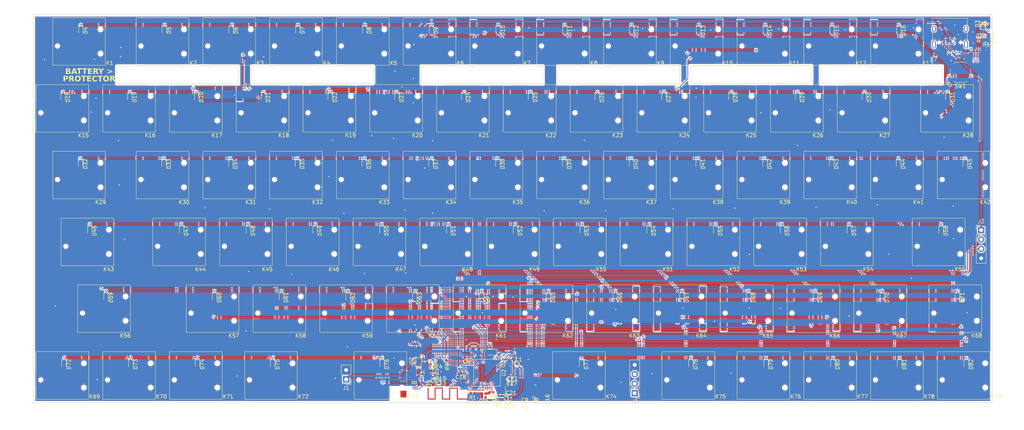
<source format=kicad_pcb>
(kicad_pcb (version 20240225) (generator "pcbnew") (generator_version "8.99")
  (layers (0 "F.Cu" signal) (31 "B.Cu" signal) (34 "B.Paste" user) (35 "F.Paste" user) (36 "B.SilkS" user "B.Silkscreen") (37 "F.SilkS" user "F.Silkscreen") (38 "B.Mask" user) (39 "F.Mask" user) (44 "Edge.Cuts" user))
  (net 0 "")
  (net 1 "/nRF52840/ANT")
  (net 2 "GND")
  (net 3 "Net-(U2-DEC4)")
  (net 4 "Net-(U2-DECUSB)")
  (net 5 "Net-(U2-DEC5)")
  (net 6 "Net-(U2-DEC3)")
  (net 7 "VSS_PA")
  (net 8 "Net-(U2-DEC1)")
  (net 9 "Net-(U2-XL1{slash}P0.00)")
  (net 10 "Net-(U2-XL2{slash}P0.01)")
  (net 11 "Net-(C11-Pad2)")
  (net 12 "VBUS")
  (net 13 "Net-(U2-ANT)")
  (net 14 "Net-(U1-VIN)")
  (net 15 "Net-(U2-XC1)")
  (net 16 "VBAT")
  (net 17 "VDD_NRF")
  (net 18 "BAT_VOLT")
  (net 19 "Net-(U2-XC2)")
  (net 20 "Net-(D1-K)")
  (net 21 "BLUE_LED")
  (net 22 "Net-(D2-K)")
  (net 23 "Net-(D3-K)")
  (net 24 "Net-(D1-A)")
  (net 25 "/Key Matrix/Row_1")
  (net 26 "/Key Matrix/Row_5")
  (net 27 "/Key Matrix/Row_0")
  (net 28 "/Key Matrix/Row_2")
  (net 29 "/Key Matrix/Row_3")
  (net 30 "/Key Matrix/Row_4")
  (net 31 "/nRF52840/CC1")
  (net 32 "/nRF52840/CC2")
  (net 33 "USB_D-")
  (net 34 "USB_D+")
  (net 35 "/Key Matrix/Col_0")
  (net 36 "/Key Matrix/Col_1")
  (net 37 "/Key Matrix/Col_2")
  (net 38 "/Key Matrix/Col_3")
  (net 39 "/Key Matrix/Col_4")
  (net 40 "/Key Matrix/Col_5")
  (net 41 "/Key Matrix/Col_6")
  (net 42 "/Key Matrix/Col_7")
  (net 43 "/Key Matrix/Col_8")
  (net 44 "/Key Matrix/Col_9")
  (net 45 "/Key Matrix/Col_10")
  (net 46 "/Key Matrix/Col_11")
  (net 47 "/Key Matrix/Col_12")
  (net 48 "/Key Matrix/Col_13")
  (net 49 "Net-(L1-Pad2)")
  (net 50 "Net-(U2-DCC)")
  (net 51 "Net-(U2-DCCH)")
  (net 52 "Net-(U1-ISET)")
  (net 53 "Net-(U1-TS)")
  (net 54 "Net-(R8-Pad2)")
  (net 55 "SWD")
  (net 58 "SWO")
  (net 63 "RESET")
  (net 70 "SWC")
  (net 82 "Net-(D82-A)")
  (net 83 "Net-(D4-A)")
  (net 84 "Net-(D5-A)")
  (net 85 "Net-(D6-A)")
  (net 86 "Net-(D7-A)")
  (net 87 "Net-(D8-A)")
  (net 88 "Net-(D9-A)")
  (net 89 "Net-(D10-A)")
  (net 90 "Net-(D11-A)")
  (net 91 "Net-(D12-A)")
  (net 92 "Net-(D13-A)")
  (net 93 "Net-(D14-A)")
  (net 94 "Net-(D15-A)")
  (net 95 "Net-(D16-A)")
  (net 96 "Net-(D18-A)")
  (net 97 "Net-(D19-A)")
  (net 98 "Net-(D20-A)")
  (net 99 "Net-(D21-A)")
  (net 100 "Net-(D22-A)")
  (net 101 "Net-(D23-A)")
  (net 102 "Net-(D24-A)")
  (net 103 "Net-(D25-A)")
  (net 104 "Net-(D26-A)")
  (net 105 "Net-(D27-A)")
  (net 106 "Net-(D28-A)")
  (net 107 "Net-(D29-A)")
  (net 108 "Net-(D30-A)")
  (net 109 "Net-(D31-A)")
  (net 110 "Net-(D32-A)")
  (net 111 "Net-(D33-A)")
  (net 112 "Net-(D34-A)")
  (net 113 "Net-(D35-A)")
  (net 114 "Net-(D36-A)")
  (net 115 "Net-(D37-A)")
  (net 116 "Net-(D38-A)")
  (net 117 "Net-(D39-A)")
  (net 118 "Net-(D40-A)")
  (net 119 "Net-(D41-A)")
  (net 120 "Net-(D42-A)")
  (net 121 "Net-(D43-A)")
  (net 122 "Net-(D44-A)")
  (net 123 "Net-(D45-A)")
  (net 124 "Net-(D46-A)")
  (net 125 "Net-(D47-A)")
  (net 126 "Net-(D48-A)")
  (net 127 "Net-(D49-A)")
  (net 128 "Net-(D50-A)")
  (net 129 "Net-(D51-A)")
  (net 130 "Net-(D52-A)")
  (net 131 "Net-(D53-A)")
  (net 132 "Net-(D54-A)")
  (net 133 "Net-(D55-A)")
  (net 134 "Net-(D56-A)")
  (net 135 "Net-(D57-A)")
  (net 136 "Net-(D58-A)")
  (net 137 "Net-(D59-A)")
  (net 138 "Net-(D60-A)")
  (net 139 "Net-(D61-A)")
  (net 140 "Net-(D62-A)")
  (net 141 "Net-(D63-A)")
  (net 142 "Net-(D64-A)")
  (net 143 "Net-(D65-A)")
  (net 144 "Net-(D66-A)")
  (net 145 "Net-(D67-A)")
  (net 146 "Net-(D68-A)")
  (net 147 "Net-(D69-A)")
  (net 148 "Net-(D70-A)")
  (net 149 "Net-(D71-A)")
  (net 150 "Net-(D72-A)")
  (net 151 "Net-(D73-A)")
  (net 152 "Net-(D74-A)")
  (net 153 "Net-(D75-A)")
  (net 154 "Net-(D76-A)")
  (net 155 "Net-(D77-A)")
  (net 156 "Net-(D78-A)")
  (net 157 "Net-(D79-A)")
  (net 158 "Net-(D80-A)")
  (net 159 "Net-(D81-A)")
  (net 160 "Net-(P1-SHIELD)")
  (footprint "Diode_SMD:D_SOD-523" (layer "F.Cu") (at 196.25 137.2 -90)
    (property "Reference" "D78")
    (property "Value" "D")
  )
  (footprint "Cherry_ULP:Cherry_ULP_SMD" (layer "F.Cu") (at 152.8 68.2)
    (property "Reference" "K22")
    (property "Value" "&,7")
  )
  (footprint "LED_SMD:LED_0603_1608Metric" (layer "F.Cu") (at 274.9 45.4 90)
    (property "Reference" "D3")
    (property "Value" "BLUE")
  )
  (footprint "Crystal:Crystal_SMD_2012-2Pin_2.0x1.2mm" (layer "F.Cu") (at 142.8 133.95 180)
    (property "Reference" "Y1")
    (property "Value" "32.768 kHz")
  )
  (footprint "Diode_SMD:D_SOD-523" (layer "F.Cu") (at 126.2 83.2 -90)
    (property "Reference" "D37")
    (property "Value" "D")
  )
  (footprint "Diode_SMD:D_SOD-523" (layer "F.Cu") (at 268.1 119.2 -90)
    (property "Reference" "D71")
    (property "Value" "D")
  )
  (footprint "Cherry_ULP:Cherry_ULP_SMD" (layer "F.Cu") (at 263.05 104.2)
    (property "Reference" "K55")
    (property "Value" "Enter")
  )
  (footprint "Resistor_SMD:R_0402_1005Metric" (layer "F.Cu") (at 129.5 137.9 -90)
    (property "Reference" "R9")
    (property "Value" "2M")
  )
  (footprint "Cherry_ULP:Cherry_ULP_SMD" (layer "F.Cu") (at 33.55 104.2)
    (property "Reference" "K43")
    (property "Value" "Caps Lock")
  )
  (footprint "Capacitor_SMD:C_0402_1005Metric" (layer "F.Cu") (at 135.8 135.3 180)
    (property "Reference" "C4")
    (property "Value" "4.7uF" (hide yes))
  )
  (footprint "Cherry_ULP:Cherry_ULP_SMD" (layer "F.Cu") (at 179.8 86.2)
    (property "Reference" "K37")
    (property "Value" "I")
  )
  (footprint "Cherry_ULP:Cherry_ULP_SMD" (layer "F.Cu") (at 38.05 122.2)
    (property "Reference" "K56")
    (property "Value" "Shift")
  )
  (footprint "Diode_SMD:D_SOD-523" (layer "F.Cu") (at 76.95 101.2 -90)
    (property "Reference" "D48")
    (property "Value" "D")
  )
  (footprint "Cherry_ULP:Cherry_ULP_SMD" (layer "F.Cu") (at 62.8 140.2)
    (property "Reference" "K71")
    (property "Value" "Alt")
  )
  (footprint "Diode_SMD:D_SOD-523" (layer "F.Cu") (at 193.85 119.2 -90)
    (property "Reference" "D67")
    (property "Value" "D")
  )
  (footprint "Cherry_ULP:Cherry_ULP_SMD" (layer "F.Cu") (at 251.8 140.2)
    (property "Reference" "K78")
    (property "Value" "↓")
  )
  (footprint "Resistor_SMD:R_0402_1005Metric" (layer "F.Cu") (at 128.8 142.2)
    (property "Reference" "R10")
    (property "Value" "10M")
  )
  (footprint "Diode_SMD:D_SOD-523" (layer "F.Cu") (at 90.2 83.2 -90)
    (property "Reference" "D35")
    (property "Value" "D")
  )
  (footprint "Diode_SMD:D_SOD-523" (layer "F.Cu") (at 72.2 83.2 -90)
    (property "Reference" "D34")
    (property "Value" "D")
  )
  (footprint "Cherry_ULP:Cherry_ULP_SMD" (layer "F.Cu") (at 53.8 86.2)
    (property "Reference" "K30")
    (property "Value" "Q")
  )
  (footprint "Diode_SMD:D_SOD-523" (layer "F.Cu") (at 216.5 137.2 -90)
    (property "Reference" "D79")
    (property "Value" "D")
  )
  (footprint "Diode_SMD:D_SOD-523" (layer "F.Cu") (at 148.95 101.2 -90)
    (property "Reference" "D52")
    (property "Value" "D")
  )
  (footprint "Cherry_ULP:Cherry_ULP_SMD" (layer "F.Cu") (at 80.8 68.2)
    (property "Reference" "K18")
    (property "Value" "#,3")
  )
  (footprint "Capacitor_SMD:C_0402_1005Metric" (layer "F.Cu") (at 146.6 133.5 90)
    (property "Reference" "C7")
    (property "Value" "100nF")
  )
  (footprint "Diode_SMD:D_SOD-523" (layer "F.Cu") (at 263.7 101.2 -90)
    (property "Reference" "D58")
    (property "Value" "D")
  )
  (footprint "Resistor_SMD:R_0402_1005Metric" (layer "F.Cu") (at 127.4 137.4 90)
    (property "Reference" "R2")
    (property "Value" "10k")
  )
  (footprint "Diode_SMD:D_SOD-523" (layer "F.Cu") (at 112.95 101.2 -90)
    (property "Reference" "D50")
    (property "Value" "D")
  )
  (footprint "Diode_SMD:D_SOD-523" (layer "F.Cu") (at 189 65.2 -90)
    (property "Reference" "D27")
    (property "Value" "D")
  )
  (footprint "Resistor_SMD:R_0402_1005Metric" (layer "F.Cu") (at 275.1 49.1 90)
    (property "Reference" "R11")
    (property "Value" "1M")
  )
  (footprint "Cherry_ULP:Cherry_ULP_SMD" (layer "F.Cu") (at 112.55 140.2)
    (property "Reference" "K73")
    (property "Value" "Space")
  )
  (footprint "Capacitor_SMD:C_0402_1005Metric" (layer "F.Cu") (at 142.5 144.75 180)
    (property "Reference" "C12")
    (property "Value" "1pF")
  )
  (footprint "Cherry_ULP:Cherry_ULP_SMD" (layer "F.Cu") (at 112.3 104.2)
    (property "Reference" "K47")
    (property "Value" "F")
  )
  (footprint "Diode_SMD:D_SOD-523" (layer "F.Cu") (at 234.2 83.2 -90)
    (property "Reference" "D43")
    (property "Value" "D")
  )
  (footprint "Cherry_ULP:Cherry_ULP_SMD" (layer "F.Cu") (at 157.3 122.2)
    (property "Reference" "K62")
    (property "Value" "N")
  )
  (footprint "Cherry_ULP:Cherry_ULP_SMD" (layer "F.Cu") (at 166.05 140.2)
    (property "Reference" "K74")
    (property "Value" "Space")
  )
  (footprint "Inductor_SMD:L_0402_1005Metric" (layer "F.Cu") (at 140.4 145.1)
    (property "Reference" "L4")
    (property "Value" "3.9nH")
  )
  (footprint "Diode_SMD:D_SOD-523" (layer "F.Cu") (at 225 65.2 -90)
    (property "Reference" "D29")
    (property "Value" "D")
  )
  (footprint "Package_DFN_QFN:Nordic_AQFN-73-1EP_7x7mm_P0.5mm" (layer "F.Cu") (at 141.3 139.5 -90)
    (property "Reference" "U2")
    (property "Value" "nRF52840")
  )
  (footprint "Cherry_ULP:Cherry_ULP_SMD" (layer "F.Cu") (at 175.3 122.2)
    (property "Reference" "K63")
    (property "Value" "M")
  )
  (footprint "Diode_SMD:D_SOD-523" (layer "F.Cu") (at 27 65.2 -90)
    (property "Reference" "D18")
    (property "Value" "D")
  )
  (footprint "Cherry_ULP:Cherry_ULP_SMD" (layer "F.Cu") (at 238.3 104.2)
    (property "Reference" "K54")
    (property "Value" "\",'")
  )
  (footprint "Resistor_SMD:R_0402_1005Metric" (layer "F.Cu") (at 261.7 53.8 180)
    (property "Reference" "R7")
    (property "Value" "5.1k")
  )
  (footprint "Diode_SMD:D_SOD-523" (layer "F.Cu") (at 265.5 65.2 -90)
    (property "Reference" "D31")
    (property "Value" "D")
  )
  (footprint "Capacitor_SMD:C_0402_1005Metric" (layer "F.Cu") (at 144.7 133.95 -90)
    (property "Reference" "C8")
    (property "Value" "15pF")
  )
  (footprint "Diode_SMD:D_SOD-523" (layer "F.Cu") (at 139.85 119.2 -90)
    (property "Reference" "D64")
    (property "Value" "D")
  )
  (footprint "Cherry_ULP:Cherry_ULP_SMD" (layer "F.Cu") (at 202.3 104.2)
    (property "Reference" "K52")
    (property "Value" "L")
  )
  (footprint "Cherry_ULP:Cherry_ULP_SMD" (layer "F.Cu") (at 107.8 86.2)
    (property "Reference" "K33")
    (property "Value" "R")
  )
  (footprint "Cherry_ULP:Cherry_ULP_SMD" (layer "F.Cu") (at 269.8 86.2)
    (property "Reference" "K42")
    (property "Value" "|,\\")
  )
  (footprint "Inductor_SMD:L_0603_1608Metric" (layer "F.Cu") (at 149.3 135.8 180)
    (property "Reference" "L2")
    (property "Value" "10uH")
  )
  (footprint "Cherry_ULP:Cherry_ULP_SMD" (layer "F.Cu") (at 53.8 50.2)
    (property "Reference" "K2")
    (property "Value" "F1")
  )
  (footprint "Cherry_ULP:Cherry_ULP_SMD" (layer "F.Cu") (at 215.8 140.2)
    (property "Reference" "K76")
    (property "Value" "Alt")
  )
  (footprint "Resistor_SMD:R_0402_1005Metric" (layer "F.Cu") (at 137.4 145 180)
    (property "Reference" "R1")
    (property "Value" "0R")
  )
  (footprint "Diode_SMD:D_SOD-523" (layer "F.Cu") (at 81 65.2 -90)
    (property "Reference" "D21")
    (property "Value" "D")
  )
  (footprint "Cherry_ULP:Cherry_ULP_SMD" (layer "F.Cu") (at 195.55 140.2)
    (property "Reference" "K75")
    (property "Value" "Meta")
  )
  (footprint "LED_SMD:LED_0603_1608Metric" (layer "F.Cu") (at 276.5 45.4 90)
    (property "Reference" "D1")
    (property "Value" "CHG")
  )
  (footprint "Diode_SMD:D_SOD-523" (layer "F.Cu") (at 234.3 47.2 -90)
    (property "Reference" "D15")
    (property "Value" "D")
  )
  (footprint "Cherry_ULP:Cherry_ULP_SMD" (layer "F.Cu") (at 98.8 68.2)
    (property "Reference" "K19")
    (property "Value" "$,4")
  )
  (footprint "Diode_SMD:D_SOD-523" (layer "F.Cu") (at 198.2 83.2 -90)
    (property "Reference" "D41")
    (property "Value" "D")
  )
  (footprint "Diode_SMD:D_SOD-523" (layer "F.Cu") (at 38.6 119.2 -90)
    (property "Reference" "D59")
    (property "Value" "D")
  )
  (footprint "Cherry_ULP:Cherry_ULP_SMD" (layer "F.Cu") (at 26.8 140.2)
    (property "Reference" "K69")
    (property "Value" "Fn")
  )
  (footprint "Diode_SMD:D_SOD-523" (layer "F.Cu") (at 229.85 119.2 -90)
    (property "Reference" "D69")
    (property "Value" "D")
  )
  (footprint "Diode_SMD:D_SOD-523" (layer "F.Cu") (at 211.85 119.2 -90)
    (property "Reference" "D68")
    (property "Value" "D")
  )
  (footprint "Diode_SMD:D_SOD-323" (layer "F.Cu") (at 122.8 136.25 90)
    (property "Reference" "D2")
    (property "Value" "B5819W SL")
  )
  (footprint "Cherry_ULP:Cherry_ULP_SMD" (layer "F.Cu") (at 215.8 86.2)
    (property "Reference" "K39")
    (property "Value" "P")
  )
  (footprint "Inductor_SMD:L_0402_1005Metric" (layer "F.Cu") (at 149.9 137.1)
    (property "Reference" "L1")
    (property "Value" "15nH")
  )
  (footprint "Cherry_ULP:Cherry_ULP_SMD" (layer "F.Cu") (at 143.8 86.2)
    (property "Reference" "K35")
    (property "Value" "Y")
  )
  (footprint "Diode_SMD:D_SOD-523" (layer "F.Cu") (at 135 65.2 -90)
    (property "Reference" "D24")
    (property "Value" "D")
  )
  (footprint "Cherry_ULP:Cherry_ULP_SMD" (layer "F.Cu") (at 193.3 122.2)
    (property "Reference" "K64")
    (property "Value" "<,,")
  )
  (footprint "Diode_SMD:D_SOD-523" (layer "F.Cu") (at 94.95 101.2 -90)
    (property "Reference" "D49")
    (property "Value" "D")
  )
  (footprint "Diode_SMD:D_SOD-523" (layer "F.Cu") (at 153 65.2 -90)
    (property "Reference" "D25")
    (property "Value" "D")
  )
  (footprint "Cherry_ULP:Cherry_ULP_SMD" (layer "F.Cu") (at 197.8 86.2)
    (property "Reference" "K38")
    (property "Value" "O")
  )
  (footprint "Diode_SMD:D_SOD-523" (layer "F.Cu") (at 144.2 83.2 -90)
    (property "Reference" "D38")
    (property "Value" "D")
  )
  (footprint "Resistor_SMD:R_0402_1005Metric" (layer "F.Cu") (at 275.9 52.2)
    (property "Reference" "R6")
    (property "Value" "5.1k")
  )
  (footprint "Resistor_SMD:R_0402_1005Metric" (layer "F.Cu") (at 275.1 47.6 180)
    (property "Reference" "R5")
    (property "Value" "1.5k")
  )
  (footprint "Diode_SMD:D_SOD-523" (layer "F.Cu") (at 83.5 137.2 -90)
    (property "Reference" "D75")
    (property "Value" "D")
  )
  (footprint "Cherry_ULP:Cherry_ULP_SMD" (layer "F.Cu") (at 242.8 68.2)
    (property "Reference" "K27")
    (property "Value" "+,=")
  )
  (footprint "Cherry_ULP:Cherry_ULP_SMD" (layer "F.Cu") (at 125.8 86.2)
    (property "Reference" "K34")
    (property "Value" "T")
  )
  (footprint "Cherry_ULP:Cherry_ULP_SMD" (layer "F.Cu") (at 251.8 86.2)
    (property "Reference" "K41")
    (property "Value" "},]")
  )
  (footprint "Capacitor_SMD:C_0402_1005Metric" (layer "F.Cu") (at 136.2 133.7 90)
    (property "Reference" "C19")
    (property "Value" "4.7uF")
  )
  (footprint "Cherry_ULP:Cherry_ULP_SMD" (layer "F.Cu") (at 233.8 140.2)
    (property "Reference" "K77")
    (property "Value" "←")
  )
  (footprint "Cherry_ULP:Cherry_ULP_SMD" (layer "F.Cu") (at 44.8 140.2)
    (property "Reference" "K70")
    (property "Value" "Ctrl")
  )
  (footprint "Diode_SMD:D_SOD-523" (layer "F.Cu") (at 247.85 119.2 -90)
    (property "Reference" "D70")
    (property "Value" "D")
  )
  (footprint "Cherry_ULP:Cherry_ULP_SMD" (layer "F.Cu") (at 269.8 140.2)
    (property "Reference" "K79")
    (property "Value" "→")
  )
  (footprint "Diode_SMD:D_SOD-523" (layer "F.Cu") (at 216.3 47.2 -90)
    (property "Reference" "D14")
    (property "Value" "D")
  )
  (footprint "Capacitor_SMD:C_0402_1005Metric" (layer "F.Cu") (at 146.8 137.1 90)
    (property "Reference" "C3")
    (property "Value" "47nF")
  )
  (footprint "Cherry_ULP:Cherry_ULP_SMD" (layer "F.Cu") (at 211.3 122.2)
    (property "Reference" "K65")
    (property "Value" ">,.")
  )
  (footprint "Mikoto-Footprints:2.4GHz-meander-antenna-v2" (layer "F.Cu") (at 130.287 145.112102)
    (property "Reference" "AE1")
    (property "Value" "Antenna" (hide yes))
  )
  (footprint "Connector_USB:USB_C_Receptacle_HRO_TYPE-C-31-M-12" (layer "F.Cu") (at 266.1 47.84 180)
    (property "Reference" "P1")
    (property "Value" "USB-C")
  )
  (footprint "Diode_SMD:D_SOD-523" (layer "F.Cu") (at 31.8 47.2 -90)
    (property "Reference" "D4")
    (property "Value" "D")
  )
  (footprint "Cherry_ULP:Cherry_ULP_SMD" (layer "F.Cu") (at 130.3 104.2)
    (property "Reference" "K48")
    (property "Value" "G")
  )
  (footprint "Diode_SMD:D_SOD-523" (layer "F.Cu") (at 270.2 83.2 -90)
    (property "Reference" "D45")
    (property "Value" "D")
  )
  (footprint "Cherry_ULP:Cherry_ULP_SMD" (layer "F.Cu") (at 233.8 86.2)
    (property "Reference" "K40")
    (property "Value" "{,[")
  )
  (footprint "Diode_SMD:D_SOD-523" (layer "F.Cu") (at 207 65.2 -90)
    (property "Reference" "D28")
    (property "Value" "D")
  )
  (footprint "Diode_SMD:D_SOD-523" (layer "F.Cu") (at 121.85 119.2 -90)
    (property "Reference" "D63")
    (property "Value" "D")
  )
  (footprint "Cherry_ULP:Cherry_ULP_SMD" (layer "F.Cu") (at 170.8 68.2)
    (property "Reference" "K23")
    (property "Value" "*,8")
  )
  (footprint "Capacitor_SMD:C_0402_1005Metric" (layer "F.Cu") (at 148 142.3)
    (property "Reference" "C22")
    (property "Value" "15pF")
  )
  (footprint "Diode_SMD:D_SOD-523" (layer "F.Cu") (at 63 65.2 -90)
    (property "Reference" "D20")
    (property "Value" "D")
  )
  (footprint "Diode_SMD:D_SOD-523" (layer "F.Cu") (at 202.95 101.2 -90)
    (property "Reference" "D55")
    (property "Value" "D")
  )
  (footprint "Cherry_ULP:Cherry_ULP_SMD" (layer "F.Cu") (at 125.8 50.2)
    (property "Reference" "K6")
    (property "Value" "F5")
  )
  (footprint "Diode_SMD:D_SOD-523" (layer "F.Cu") (at 171 65.2 -90)
    (property "Reference" "D26")
    (property "Value" "D")
  )
  (footprint "Capacitor_SMD:C_0402_1005Metric" (layer "F.Cu") (at 144.4 146.2 90)
    (property "Reference" "C2")
    (property "Value" "1uF")
  )
  (footprint "Diode_SMD:D_SOD-523" (layer "F.Cu") (at 85.85 119.2 -90)
    (property "Reference" "D61")
    (property "Value" "D")
  )
  (footprint "BQ21040:SOT95P280X145-6N" (layer "F.Cu") (at 125.1 138.9 -90)
    (property "Reference" "U1")
    (property "Value" "BQ21040DBVR")
  )
  (footprint "Diode_SMD:D_SOD-523" (layer "F.Cu") (at 31.7 83.2 -90)
    (property "Reference" "D32")
    (property "Value" "D")
  )
  (footprint "Diode_SMD:D_SOD-523" (layer "F.Cu") (at 126.3 47.2 -90)
    (property "Reference" "D9")
    (property "Value" "D")
  )
  (footprint "Diode_SMD:D_SOD-523" (layer "F.Cu") (at 234.5 137.2 -90)
    (property "Reference" "D80")
    (property "Value" "D")
  )
  (footprint "Capacitor_SMD:C_0402_1005Metric" (layer "F.Cu") (at 140.4 146.1 180)
    (property "Reference" "C11")
    (property "Value" "1pF")
  )
  (footprint "Cherry_ULP:Cherry_ULP_SMD" (layer "F.Cu") (at 116.8 68.2)
    (property "Reference" "K20")
    (property "Value" "%,5")
  )
  (footprint "Diode_SMD:D_SOD-523" (layer "F.Cu") (at 175.85 119.2 -90)
    (property "Reference" "D66")
    (property "Value" "D")
  )
  (footprint "Cherry_ULP:Cherry_ULP_SMD" (layer "F.Cu") (at 251.8 50.2)
    (property "Reference" "K13")
    (property "Value" "F12")
  )
  (footprint "Diode_SMD:D_SOD-523" (layer "F.Cu") (at 99 65.2 -90)
    (property "Reference" "D22")
    (property "Value" "D")
  )
  (footprint "Connector_PinHeader_2.54mm:PinHeader_1x02_P2.54mm_Vertical" (layer "F.Cu") (at 103.3 141.275 180)
    (property "Reference" "J1")
    (property "Value" "BATT")
  )
  (footprint "Diode_SMD:D_SOD-523" (layer "F.Cu") (at 220.95 101.2 -90)
    (property "Reference" "D56")
    (property "Value" "D")
  )
  (footprint "Cherry_ULP:Cherry_ULP_SMD" (layer "F.Cu") (at 44.8 68.2)
    (property "Reference" "K16")
    (property "Value" "!,1")
  )
  (footprint "Diode_SMD:D_SOD-523" (layer "F.Cu") (at 180.3 47.2 -90)
    (property "Reference" "D12")
    (property "Value" "D")
  )
  (footprint "Capacitor_SMD:C_0402_1005Metric" (layer "F.Cu") (at 127.79 139)
    (property "Reference" "C14")
    (property "Value" "1uF")
  )
  (footprint "Diode_SMD:D_SOD-523" (layer "F.Cu") (at 130.95 101.2 -90)
    (property "Reference" "D51")
    (property "Value" "D")
  )
  (footprint "Cherry_ULP:Cherry_ULP_SMD" (layer "F.Cu") (at 206.8 68.2)
    (property "Reference" "K25")
    (property "Value" "),0")
  )
  (footprint "Capacitor_SMD:C_0402_1005Metric" (layer "F.Cu") (at 147.95 141.3 180)
    (property "Reference" "C17")
    (property "Value" "100nF")
  )
  (footprint "Diode_SMD:D_SOD-523" (layer "F.Cu") (at 180.2 83.2 -90)
    (property "Reference" "D40")
    (property "Value" "D")
  )
  (footprint "Cherry_ULP:Cherry_ULP_SMD" (layer "F.Cu") (at 220.3 104.2)
    (property "Reference" "K53")
    (property "Value" ":,;")
  )
  (footprint "Diode_SMD:D_SOD-523" (layer "F.Cu") (at 117 65.2 -90)
    (property "Reference" "D23")
    (property "Value" "D")
  )
  (footprint "Cherry_ULP:Cherry_ULP_SMD" (layer "F.Cu") (at 58.3 104.2)
    (property "Reference" "K44")
    (property "Value" "A")
  )
  (footprint "Diode_SMD:D_SOD-523" (layer "F.Cu") (at 45.25 137.2 -90)
    (property "Reference" "D73")
    (property "Value" "D")
  )
  (footprint "Diode_SMD:D_SOD-523" (layer "F.Cu") (at 63.25 137.2 -90)
    (property "Reference" "D74")
    (property "Value" "D")
  )
  (footprint "Diode_SMD:D_SOD-523" (layer "F.Cu") (at 252.3 47.2 -90)
    (property "Reference" "D16")
    (property "Value" "D")
  )
  (footprint "Cherry_ULP:Cherry_ULP_SMD" (layer "F.Cu") (at 215.8 50.2)
    (property "Reference" "K11")
    (property "Value" "F10")
  )
  (footprint "Diode_SMD:D_SOD-523" (layer "F.Cu") (at 252.2 83.2 -90)
    (property "Reference" "D44")
    (property "Value" "D")
  )
  (footprint "Cherry_ULP:Cherry_ULP_SMD" (layer "F.Cu") (at 267.55 122.2)
    (property "Reference" "K68")
    (property "Value" "Shift")
  )
  (footprint "Cherry_ULP:Cherry_ULP_SMD" (layer "F.Cu") (at 247.3 122.2)
    (property "Reference" "K67")
    (property "Value" "↑")
  )
  (footprint "Capacitor_SMD:C_0402_1005Metric" (layer "F.Cu") (at 125.7 142 -90)
    (property "Reference" "C15")
    (property "Value" "1uF")
  )
  (footprint "Cherry_ULP:Cherry_ULP_SMD" (layer "F.Cu") (at 265.3 68.2)
    (property "Reference" "K28")
    (property "Value" "Backspace")
  )
  (footprint "Diode_SMD:D_SOD-523" (layer "F.Cu") (at 90.3 47.2 -90)
    (property "Reference" "D7")
    (property "Value" "D")
  )
  (footprint "Connector_PinHeader_2.54mm:PinHeader_1x04_P2.54mm_Vertical" (layer "F.Cu") (at 274.5 101.02)
    (property "Reference" "J2")
    (property "Value" "USB POGO")
  )
  (footprint "Diode_SMD:D_SOD-523" (layer "F.Cu") (at 34.2 101.2 -90)
    (property "Reference" "D46")
    (property "Value" "D")
  )
  (footprint "Cherry_ULP:Cherry_ULP_SMD" (layer "F.Cu") (at 121.3 122.2)
    (property "Reference" "K60")
    (property "Value" "V")
  )
  (footprint "Cherry_ULP:Cherry_ULP_SMD" (layer "F.Cu") (at 161.8 86.2)
    (property "Reference" "K36")
    (property "Value" "U")
  )
  (footprint "Cherry_ULP:Cherry_ULP_SMD" (layer "F.Cu") (at 94.3 104.2)
    (property "Reference" "K46")
    (property "Value" "D")
  )
  (footprint "Diode_SMD:D_SOD-523" (layer "F.Cu") (at 58.95 101.2 -90)
    (property "Reference" "D47")
    (property "Value" "D")
  )
  (footprint "Diode_SMD:D_SOD-523" (layer "F.Cu") (at 54.3 47.2 -90)
    (property "Reference" "D5")
    (property "Value" "D")
  )
  (footprint "Crystal:Crystal_SMD_2016-4Pin_2.0x1.6mm" (layer "F.Cu") (at 147.6 144.2)
    (property "Reference" "Y2")
    (property "Value" "32MHz")
  )
  (footprint "Cherry_ULP:Cherry_ULP_SMD" (layer "F.Cu") (at 161.8 50.2)
    (property "Reference" "K8")
    (property "Value" "F7")
  )
  (footprint "Diode_SMD:D_SOD-523" (layer "F.Cu") (at 162.2 83.2 -90)
    (property "Reference" "D39")
    (property "Value" "D")
  )
  (footprint "Diode_SMD:D_SOD-523" (layer "F.Cu") (at 270.5 137.2 -90)
    (property "Reference" "D82")
    (property "Value" "D")
  )
  (footprint "Resistor_SMD:R_0402_1005Metric" (layer "F.Cu") (at 122.7 140 -90)
    (property "Reference" "R3")
    (property "Value" "2.7k")
  )
  (footprint "Cherry_ULP:Cherry_ULP_SMD" (layer "F.Cu") (at 76.3 104.2)
    (property "Reference" "K45")
    (property "Value" "S")
  )
  (footprint "Cherry_ULP:Cherry_ULP_SMD" (layer "F.Cu") (at 139.3 122.2)
    (property "Reference" "K61")
    (property "Value" "B")
  )
  (footprint "Capacitor_SMD:C_0402_1005Metric" (layer "F.Cu") (at 134.2 141.8)
    (property "Reference" "C18")
    (property "Value" "100nF")
  )
  (footprint "Capacitor_SMD:C_0402_1005Metric" (layer "F.Cu") (at 138.6 134.2 180)
    (property "Reference" "C13")
    (property "Value" "4.7uF")
  )
  (footprint "Cherry_ULP:Cherry_ULP_SMD" (layer "F.Cu") (at 107.8 50.2)
    (property "Reference" "K5")
    (property "Value" "F4")
  )
  (footprint "Diode_SMD:D_SOD-523" (layer "F.Cu") (at 238.95 101.2 -90)
    (property "Reference" "D57")
    (property "Value" "D")
  )
  (footprint "Resistor_SMD:R_0402_1005Metric" (layer "F.Cu") (at 128.4 137.4 90)
    (property "Reference" "R8")
    (property "Value" "2M")
  )
  (footprint "Diode_SMD:D_SOD-523" (layer "F.Cu") (at 216.2 83.2 -90)
    (property "Reference" "D42")
    (property "Value" "D")
  )
  (footprint "Diode_SMD:D_SOD-523" (layer "F.Cu") (at 243 65.2 -90)
    (property "Reference" "D30")
    (property "Value" "D")
  )
  (footprint "Diode_SMD:D_SOD-523" (layer "F.Cu") (at 198.3 47.2 -90)
    (property "Reference" "D13")
    (property "Value" "D")
  )
  (footprint "Diode_SMD:D_SOD-523" (layer "F.Cu") (at 166.75 137.2 -90)
    (property "Reference" "D77")
    (property "Value" "D")
  )
  (footprint "Capacitor_SMD:C_0402_1005Metric" (layer "F.Cu") (at 135.4 143.7 180)
    (property "Reference" "C5")
    (property "Value" "1nF")
  )
  (footprint "Cherry_ULP:Cherry_ULP_SMD" (layer "F.Cu") (at 71.8 50.2)
    (property "Reference" "K3")
    (property "Value" "F2")
  )
  (footprint "Cherry_ULP:Cherry_ULP_SMD" (layer "F.Cu") (at 166.3 104.2)
    (property "Reference" "K50")
    (property "Value" "J")
  )
  (footprint "Capacitor_SMD:C_0402_1005Metric" (layer "F.Cu") (at 134.6 139.7)
    (property "Reference" "C20")
    (property "Value" "1uF")
  )
  (footprint "Cherry_ULP:Cherry_ULP_SMD" (layer "F.Cu") (at 148.3 104.2)
    (property "Reference" "K49")
    (property "Value" "H")
  )
  (footprint "Capacitor_SMD:C_0402_1005Metric" (layer "F.Cu") (at 142.7 132.5 180)
    (property "Reference" "C9")
    (property "Value" "15pF")
  )
  (footprint "Cherry_ULP:Cherry_ULP_SMD" (layer "F.Cu") (at 179.8 50.2)
    (property "Reference" "K9")
    (property "Value" "F8")
  )
  (footprint "Diode_SMD:D_SOD-523" (layer "F.Cu") (at 45 65.2 -90)
    (property "Reference" "D19")
    (property "Value" "D")
  )
  (footprint "Resistor_SMD:R_0402_1005Metric" (layer "F.Cu") (at 127.79 140.1 180)
    (property "Reference" "R4")
    (property "Value" "10k")
  )
  (footprint "Diode_SMD:D_SOD-523" (layer "F.Cu") (at 108.3 47.2 -90)
    (property "Reference" "D8")
    (property "Value" "D")
  )
  (footprint "Diode_SMD:D_SOD-523" (layer "F.Cu") (at 103.85 119.2 -90)
    (property "Reference" "D62")
    (property "Value" "D")
  )
  (footprint "Capacitor_SMD:C_0402_1005Metric" (layer "F.Cu") (at 276.5 49.2 -90)
    (property "Reference" "C24")
    (property "Value" "1000pF/NC")
  )
  (footprint "Cherry_ULP:Cherry_ULP_SMD" (layer "F.Cu") (at 83.05 140.2)
    (property "Reference" "K72")
    (property "Value" "Meta")
  )
  (footprint "Diode_SMD:D_SOD-523" (layer "F.Cu") (at 72.3 47.2 -90)
    (property "Reference" "D6")
    (property "Value" "D")
  )
  (footprint "Cherry_ULP:Cherry_ULP_SMD" (layer "F.Cu") (at 89.8 86.2)
    (property "Reference" "K32")
    (property "Value" "E")
  )
  (footprint "Diode_SMD:D_SOD-523" (layer "F.Cu") (at 27.25 137.2 -90)
    (property "Reference" "D72")
    (property "Value" "D")
  )
  (footprint "Diode_SMD:D_SOD-523" (layer "F.Cu") (at 144.3 47.2 -90)
    (property "Reference" "D10")
    (property "Value" "D")
  )
  (footprint "Inductor_SMD:L_0603_1608Metric" (layer "F.Cu") (at 138.3 132.9 180)
    (property "Reference" "L3")
    (property "Value" "10uH")
  )
  (footprint "Cherry_ULP:Cherry_ULP_SMD" (layer "F.Cu") (at 197.8 50.2)
    (property "Reference" "K10")
    (property "Value" "F9")
  )
  (footprint "Cherry_ULP:Cherry_ULP_SMD" (layer "F.Cu") (at 224.8 68.2)
    (property "Reference" "K26")
    (property "Value" "_,-")
  )
  (footprint "Cherry_ULP:Cherry_ULP_SMD" (layer "F.Cu") (at 71.8 86.2)
    (property "Reference" "K31")
    (property "Value" "W")
  )
  (footprint "Diode_SMD:D_SOD-523" (layer "F.Cu") (at 54.2 83.2 -90)
    (property "Reference" "D33")
    (property "Value" "D")
  )
  (footprint "Cherry_ULP:Cherry_ULP_SMD" (layer "F.Cu") (at 67.3 122.2)
    (property "Reference" "K57")
    (property "Value" "Z")
  )
  (footprint "Capacitor_SMD:C_0402_1005Metric" (layer "F.Cu") (at 128.8 141.2 180)
    (property "Reference" "C23")
    (property "Value" "10nF")
  )
  (footprint "Diode_SMD:D_SOD-523" (layer "F.Cu") (at 113 137.2 -90)
    (property "Reference" "D76")
    (property "Value" "D")
  )
  (footprint "Cherry_ULP:Cherry_ULP_SMD" (layer "F.Cu") (at 229.3 122.2)
    (property "Reference" "K66")
    (property "Value" "?,/")
  )
  (footprint "Connector_PinHeader_2.54mm:PinHeader_1x04_P2.54mm_Vertical" (layer "F.Cu") (at 181.1 144.98 180)
    (property "Reference" "J3")
    (property "Value" "Debug")
  )
  (footprint "Cherry_ULP:Cherry_ULP_SMD" (layer "F.Cu") (at 26.8 68.2)
    (property "Reference" "K15")
    (property "Value" "~~,`")
  )
  (footprint "Diode_SMD:D_SOD-523" (layer "F.Cu") (at 252.5 137.2 -90)
    (property "Reference" "D81")
    (property "Value" "D")
  )
  (footprint "Cherry_ULP:Cherry_ULP_SMD" (layer "F.Cu") (at 89.8 50.2)
    (property "Reference" "K4")
    (property "Value" "F3")
  )
  (footprint "Cherry_ULP:Cherry_ULP_SMD" (layer "F.Cu") (at 188.8 68.2)
    (property "Reference" "K24")
    (property "Value" "(,9")
  )
  (footprint "Cherry_ULP:Cherry_ULP_SMD" (layer "F.Cu") (at 134.8 68.2)
    (property "Reference" "K21")
    (property "Value" "^,6")
  )
  (footprint "Capacitor_SMD:C_0402_1005Metric" (layer "F.Cu") (at 147.7 133.5 -90)
    (property "Reference" "C16")
    (property "Value" "100nF")
  )
  (footprint "Cherry_ULP:Cherry_ULP_SMD" (layer "F.Cu") (at 62.8 68.2)
    (property "Reference" "K17")
    (property "Value" "@,2")
  )
  (footprint "Diode_SMD:D_SOD-523" (layer "F.Cu") (at 184.95 101.2 -90)
    (property "Reference" "D54")
    (property "Value" "D")
  )
  (footprint "Cherry_ULP:Cherry_ULP_SMD" (layer "F.Cu") (at 31.3 86.2)
    (property "Reference" "K29")
    (property "Value" "Tab")
  )
  (footprint "Diode_SMD:D_SOD-523" (layer "F.Cu") (at 166.95 101.2 -90)
    (property "Reference" "D53")
    (property "Value" "D")
  )
  (footprint "Diode_SMD:D_SOD-523" (layer "F.Cu") (at 67.85 119.2 -90)
    (property "Reference" "D60")
    (property "Value" "D")
  )
  (footprint "Fuse:Fuse_0402_1005Metric" (layer "F.Cu") (at 124.6 142 -90)
    (property "Reference" "F1")
    (property "Value" "500mA")
  )
  (footprint "Diode_SMD:D_SOD-523" (layer "F.Cu") (at 157.85 119.2 -90)
    (property "Reference" "D65")
    (property "Value" "D")
  )
  (footprint "Capacitor_SMD:C_0402_1005Metric" (layer "F.Cu") (at 147.8 146.1)
    (property "Reference" "C21")
    (property "Value" "15pF")
  )
  (footprint "Capacitor_SMD:C_0402_1005Metric" (layer "F.Cu") (at 137.4 146.5 180)
    (property "Reference" "C10")
    (property "Value" "1.5pF")
  )
  (footprint "Button_Switch_SMD:SW_Push_1P1T_XKB_TS-1187A" (layer "F.Cu") (at 268.9 58.5 180)
    (property "Reference" "SW1")
    (property "Value" "Reset")
  )
  (footprint "Capacitor_SMD:C_0402_1005Metric" (layer "F.Cu") (at 135.8 136.3)
    (property "Reference" "C1")
    (property "Value" "4.7uF")
  )
  (footprint "Diode_SMD:D_SOD-523" (layer "F.Cu") (at 162.3 47.2 -90)
    (property "Reference" "D11")
    (property "Value" "D")
  )
  (footprint "Diode_SMD:D_SOD-523" (layer "F.Cu") (at 108.2 83.2 -90)
    (property "Reference" "D36")
    (property "Value" "D")
  )
  (footprint "Cherry_ULP:Cherry_ULP_SMD" (layer "F.Cu") (at 233.8 50.2)
    (property "Reference" "K12")
    (property "Value" "F11")
  )
  (footprint "Cherry_ULP:Cherry_ULP_SMD" (layer "F.Cu") (at 143.8 50.2)
    (property "Reference" "K7")
    (property "Value" "F6")
  )
  (footprint "Cherry_ULP:Cherry_ULP_SMD" (layer "F.Cu") (at 103.3 122.2)
    (property "Reference" "K59")
    (property "Value" "C")
  )
  (footprint "Mikoto-Footprints:UDFN-6_1.2x1.0mm_P0.4mm" (layer "F.Cu") (at 274.7 53.9 180)
    (property "Reference" "U3")
    (property "Value" "ESDR0502NMUTAG" (hide yes))
  )
  (footprint "Cherry_ULP:Cherry_ULP_SMD" (layer "F.Cu") (at 31.3 50.2)
    (property "Reference" "K1")
    (property "Value" "Esc")
  )
  (footprint "Capacitor_SMD:C_0402_1005Metric" (layer "F.Cu") (at 145.4 146.2 -90)
    (property "Reference" "C6")
    (property "Value" "100pF")
  )
  (footprint "Cherry_ULP:Cherry_ULP_SMD" (layer "F.Cu") (at 85.3 122.2)
    (property "Reference" "K58")
    (property "Value" "X")
  )
  (footprint "Cherry_ULP:Cherry_ULP_SMD" (layer "F.Cu") (at 184.3 104.2)
    (property "Reference" "K51")
    (property "Value" "K")
  )
  (footprint "Mikoto-Footprints:net-tie-2-tiny" (layer "F.Cu") (at 142.8 142 90)
    (property "Reference" "NT1")
    (property "Value" "NetTie_2")
  )
  (gr_rect (start 123.6 56.8) (end 156.4 61.6) (stroke (width 0.1)) (fill none) (layer "Edge.Cuts"))
  (gr_rect (start 231.2 56.8) (end 264 61.6) (stroke (width 0.1)) (fill none) (layer "Edge.Cuts"))
  (gr_rect (start 19 43) (end 277.45 147.55) (stroke (width 0.12)) (fill none) (layer "Edge.Cuts"))
  (gr_rect (start 196 56.7) (end 228.8 61.5) (stroke (width 0.1)) (fill none) (layer "Edge.Cuts"))
  (gr_rect (start 77.9 56.8) (end 110.7 61.6) (stroke (width 0.1)) (fill none) (layer "Edge.Cuts"))
  (gr_rect (start 41.5 56.8) (end 74.3 61.6) (stroke (width 0.1)) (fill none) (layer "Edge.Cuts"))
  (gr_rect (start 160.4 56.8) (end 193.2 61.6) (stroke (width 0.1)) (fill none) (layer "Edge.Cuts"))
  (gr_text "PROTECTOR" (at 41.1 61.2 0) (layer "F.SilkS") (effects (font (size 1.5 1.5) (thickness 0.3) (bold yes)) (justify right bottom)))
  (gr_text "BATTERY >" (at 40.5 59.2 0) (layer "F.SilkS") (effects (font (size 1.5 1.5) (thickness 0.3) (bold yes)) (justify right bottom)))
  (segment (start 136.89 146.47) (end 136.92 146.5) (width 0.6199) (layer "F.Cu") (net 1))
  (segment (start 136.89 145) (end 136.89 146.47) (width 0.6199) (layer "F.Cu") (net 1))
  (segment (start 139.08 134.38) (end 139.5 134.8) (width 0.2) (layer "F.Cu") (net 2))
  (segment (start 147.073 143.65) (end 148.173 144.75) (width 0.2) (layer "F.Cu") (net 2))
  (segment (start 275.61 47.04) (end 275.65 47) (width 0.2) (layer "F.Cu") (net 2))
  (segment (start 136.2 134.18) (end 136.62 134.18) (width 0.2) (layer "F.Cu") (net 2))
  (segment (start 125.1 140.155) (end 125.1 139.6) (width 0.2) (layer "F.Cu") (net 2))
  (segment (start 138.5 146.5) (end 137.88 146.5) (width 0.2) (layer "F.Cu") (net 2))
  (segment (start 147.48 137.58) (end 147.6 137.7) (width 0.2) (layer "F.Cu") (net 2))
  (segment (start 135.32 135.3) (end 135.32 130.958198) (width 0.2) (layer "F.Cu") (net 2))
  (segment (start 129.28 142.17) (end 129.31 142.2) (width 0.127) (layer "F.Cu") (net 2))
  (segment (start 129.28 141.2) (end 129.28 142.17) (width 0.127) (layer "F.Cu") (net 2))
  (segment (start 136.2 134.18) (end 136.2 134.42) (width 0.2) (layer "F.Cu") (net 2))
  (segment (start 146.9 143.65) (end 147.073 143.65) (width 0.2) (layer "F.Cu") (net 2))
  (segment (start 138.75 146.25) (end 138.5 146.5) (width 0.2) (layer "F.Cu") (net 2))
  (segment (start 146.6 133.02) (end 147.7 133.02) (width 0.2) (layer "F.Cu") (net 2))
  (segment (start 135.32 130.958198) (end 135.7 130.578198) (width 0.2) (layer "F.Cu") (net 2))
  (segment (start 128.27 139) (end 128.7 139) (width 0.127) (layer "F.Cu") (net 2))
  (segment (start 144.05 138) (end 144.175 137.875) (width 0.2) (layer "F.Cu") (net 2))
  (segment (start 143.18 131.12) (end 143.8 130.5) (width 0.2) (layer "F.Cu") (net 2))
  (segment (start 139.08 134.2) (end 139.08 134.38) (width 0.2) (layer "F.Cu") (net 2))
  (segment (start 136.2 134.42) (end 135.32 135.3) (width 0.2) (layer "F.Cu") (net 2))
  (segment (start 140.88 146.75) (end 140.88 146.1) (width 0.2) (layer "F.Cu") (net 2))
  (segment (start 129.28 141.2) (end 130.1 141.2) (width 0.127) (layer "F.Cu") (net 2))
  (segment (start 128.7 139) (end 128.9 139.2) (width 0.127) (layer "F.Cu") (net 2))
  (segment (start 134.25 143.581) (end 134.801 143.581) (width 0.2) (layer "F.Cu") (net 2))
  (segment (start 275.61 47.6) (end 275.61 47.04) (width 0.2) (layer "F.Cu") (net 2))
  (segment (start 135.32 135.3) (end 135.32 136.3) (width 0.2) (layer "F.Cu") (net 2))
  (segment (start 148.68 133.02) (end 148.7 133) (width 0.2) (layer "F.Cu") (net 2))
  (segment (start 146.8 137.58) (end 147.48 137.58) (width 0.2) (layer "F.Cu") (net 2))
  (segment (start 144.175 137.875) (end 146.505 137.875) (width 0.2) (layer "F.Cu") (net 2))
  (segment (start 143.18 132.5) (end 143.18 131.12) (width 0.2) (layer "F.Cu") (net 2))
  (segment (start 130.1 141.2) (end 130.2 141.1) (width 0.127) (layer "F.Cu") (net 2))
  (segment (start 125.1 139.6) (end 124.3 138.8) (width 0.2) (layer "F.Cu") (net 2))
  (segment (start 134.12 139.7) (end 133.2 139.7) (width 0.127) (layer "F.Cu") (net 2))
  (segment (start 147.7 133.02) (end 148.68 133.02) (width 0.2) (layer "F.Cu") (net 2))
  (segment (start 146.15 133.47) (end 146.6 133.02) (width 0.2) (layer "F.Cu") (net 2))
  (segment (start 134.801 143.581) (end 134.92 143.7) (width 0.2) (layer "F.Cu") (net 2))
  (segment (start 148.173 144.75) (end 148.3 144.75) (width 0.2) (layer "F.Cu") (net 2))
  (segment (start 144.7 133.47) (end 146.15 133.47) (width 0.2) (layer "F.Cu") (net 2))
  (segment (start 133.72 141.8) (end 133.2 141.8) (width 0.2) (layer "F.Cu") (net 2))
  (segment (start 146.505 137.875) (end 146.8 137.58) (width 0.2) (layer "F.Cu") (net 2))
  (segment (start 136.62 134.18) (end 136.9 133.9) (width 0.2) (layer "F.Cu") (net 2))
  (via (at 98.6 86.6) (size 0.6) (drill 0.3) (layers "F.Cu" "B.Cu") (net 2))
  (via (at 152.6 46.5) (size 0.6) (drill 0.3) (layers "F.Cu" "B.Cu") (net 2))
  (via (at 233.7 68.6) (size 0.6) (drill 0.3) (layers "F.Cu" "B.Cu") (net 2))
  (via (at 197.7 62.8) (size 0.6) (drill 0.3) (layers "F.Cu" "B.Cu") (net 2))
  (via (at 116.1 76.3) (size 0.6) (drill 0.3) (layers "F.Cu" "B.Cu") (net 2))
  (via (at 116.5 58.2) (size 0.6) (drill 0.3) (layers "F.Cu" "B.Cu") (net 2))
  (via (at 121.6 51) (size 0.6) (drill 0.3) (layers "F.Cu" "B.Cu") (net 2))
  (via (at 123 141.25) (size 0.6) (drill 0.3) (layers "F.Cu" "B.Cu") (net 2))
  (via (at 100.4 141) (size 0.6) (drill 0.3) (layers "F.Cu" "B.Cu") (net 2))
  (via (at 212 122) (size 0.6) (drill 0.3) (layers "F.Cu" "B.Cu") (net 2))
  (via (at 164.8 47.1) (size 0.6) (drill 0.3) (layers "F.Cu" "B.Cu") (net 2))
  (via (at 270.7 123.3) (size 0.6) (drill 0.3) (layers "F.Cu" "B.Cu") (net 2))
  (via (at 139.5 134.8) (size 0.6) (drill 0.3) (layers "F.Cu" "B.Cu") (net 2))
  (via (at 124.3 138.8) (size 0.6) (drill 0.3) (layers "F.Cu" "B.Cu") (net 2))
  (via (at 215.2 69.4) (size 0.6) (drill 0.3) (layers "F.Cu" "B.Cu") (net 2))
  (via (at 140.1 123.3) (size 0.6) (drill 0.3) (layers "F.Cu" "B.Cu") (net 2))
  (via (at 34.6 69.2) (size 0.6) (drill 0.3) (layers "F.Cu" "B.Cu") (net 2))
  (via (at 73.231507 64.600618) (size 0.6) (drill 0.3) (layers "F.Cu" "B.Cu") (net 2))
  (via (at 264.5 76) (size 0.6) (drill 0.3) (layers "F.Cu" "B.Cu") (net 2))
  (via (at 133.2 141.8) (size 0.6) (drill 0.3) (layers "F.Cu" "B.Cu") (net 2))
  (via (at 118.4 62.4) (size 0.6) (drill 0.3) (layers "F.Cu" "B.Cu") (net 2))
  (via (at 42.6 51.8) (size 0.6) (drill 0.3) (layers "F.Cu" "B.Cu") (net 2))
  (via (at 126.6 76.9) (size 0.6) (drill 0.3) (layers "F.Cu" "B.Cu") (net 2))
  (via (at 269.885196 54.924535) (size 0.6) (drill 0.3) (layers "F.Cu" "B.Cu") (net 2))
  (via (at 183.2 46.7) (size 0.6) (drill 0.3) (layers "F.Cu" "B.Cu") (net 2))
  (via (at 22 55.1) (size 0.6) (drill 0.3) (layers "F.Cu" "B.Cu") (net 2))
  (via (at 225 78.2) (size 0.6) (drill 0.3) (layers "F.Cu" "B.Cu") (net 2))
  (via (at 121.9 126.6) (size 0.6) (drill 0.3) (layers "F.Cu" "B.Cu") (net 2))
  (via (at 173.3 95.8) (size 0.6) (drill 0.3) (layers "F.Cu" "B.Cu") (net 2))
  (via (at 142.9 119) (size 0.6) (drill 0.3) (layers "F.Cu" "B.Cu") (net 2))
  (via (at 268.3 48.3) (size 0.6) (drill 0.3) (layers "F.Cu" "B.Cu") (net 2))
  (via (at 110.2 75.6) (size 0.6) (drill 0.3) (layers "F.Cu" "B.Cu") (net 2))
  (via (at 35.4 55) (size 0.6) (drill 0.3) (layers "F.Cu" "B.Cu") (net 2))
  (via (at 130.2 141.1) (size 0.6) (drill 0.3) (layers "F.Cu" "B.Cu") (net 2))
  (via (at 119.1 95.6) (size 0.6) (drill 0.3) (layers "F.Cu" "B.Cu") (net 2))
  (via (at 143.8 130.5) (size 0.6) (drill 0.3) (layers "F.Cu" "B.Cu") (net 2))
  (via (at 121.4 66.7) (size 0.6) (drill 0.3) (layers "F.Cu" "B.Cu") (net 2))
  (via (at 194.1 122) (size 0.6) (drill 0.3) (layers "F.Cu" "B.Cu") (net 2))
  (via (at 212 107.6) (size 0.6) (drill 0.3) (layers "F.Cu" "B.Cu") (net 2))
  (via (at 24.95 121.5) (size 0.6) (drill 0.3) (layers "F.Cu" "B.Cu") (net 2))
  (via (at 197.6 65.2) (size 0.6) (drill 0.3) (layers "F.Cu" "B.Cu") (net 2))
  (via (at 156.7 95.8) (size 0.6) (drill 0.3) (layers "F.Cu" "B.Cu") (net 2))
  (via (at 135.7 118.9) (size 0.6) (drill 0.3) (layers "F.Cu" "B.Cu") (net 2))
  (via (at 136.9 133.9) (size 0.6) (drill 0.3) (layers "F.Cu" "B.Cu") (net 2))
  (via (at 185.8 139.7) (size 0.6) (drill 0.3) (layers "F.Cu" "B.Cu") (net 2))
  (via (at 149.25 141.5) (size 0.6) (drill 0.3) (layers "F.Cu" "B.Cu") (net 2))
  (via (at 220.4 122.1) (size 0.6) (drill 0.3) (layers "F.Cu" "B.Cu") (net 2))
  (via (at 42.5 54.2) (size 0.6) (drill 0.3) (layers "F.Cu" "B.Cu") (net 2))
  (via (at 121.4 60.2) (size 0.6) (drill 0.3) (layers "F.Cu" "B.Cu") (net 2))
  (via (at 267 103.3) (size 0.6) (drill 0.3) (layers "F.Cu" "B.Cu") (net 2))
  (via (at 148.7 133) (size 0.6) (drill 0.3) (layers "F.Cu" "B.Cu") (net 2))
  (via (at 65.3 95) (size 0.6) (drill 0.3) (layers "F.Cu" "B.Cu") (net 2))
  (via (at 267 94.5) (size 0.6) (drill 0.3) (layers "F.Cu" "B.Cu") (net 2))
  (via (at 275.75 50.3) (size 0.6) (drill 0.3) (layers "F.Cu" "B.Cu") (net 2))
  (via (at 148.3 119.1) (size 0.6) (drill 0.3) (layers "F.Cu" "B.Cu") (net 2))
  (via (at 201.6 47.1) (size 0.6) (drill 0.3) (layers "F.Cu" "B.Cu") (net 2))
  (via (at 138.75 146.25) (size 0.6) (drill 0.3) (layers "F.Cu" "B.Cu") (net 2))
  (via (at 266.450735 55.299265) (size 0.6) (drill 0.3) (layers "F.Cu" "B.Cu") (net 2))
  (via (at 127 141.25) (size 0.6) (drill 0.3) (layers "F.Cu" "B.Cu") (net 2))
  (via (at 116.25 135.5) (size 0.6) (drill 0.3) (layers "F.Cu" "B.Cu") (net 2))
  (via (at 152.4 135.9) (size 0.6) (drill 0.3) (layers "F.Cu" "B.Cu") (net 2))
  (via (at 135.7 130.578198) (size 0.6) (drill 0.3) (layers "F.Cu" "B.Cu") (net 2))
  (via (at 126.8 135.6) (size 0.6) (drill 0.3) (layers "F.Cu" "B.Cu") (net 2))
  (via (at 42.2 88.8) (size 0.6) (drill 0.3) (layers "F.Cu" "B.Cu") (net 2))
  (via (at 176 122.4) (size 0.6) (drill 0.3) (layers "F.Cu" "B.Cu") (net 2))
  (via (at 202.6 125.6) (size 0.6) (drill 0.3) (layers "F.Cu" "B.Cu") (net 2))
  (via (at 74 140.4) (size 0.6) (drill 0.3) (layers "F.Cu" "B.Cu") (net 2))
  (via (at 246.5 94.2) (size 0.6) (drill 0.3) (layers "F.Cu" "B.Cu") (net 2))
  (via (at 237.8 47) (size 0.6) (drill 0.3) (layers "F.Cu" "B.Cu") (net 2))
  (via (at 103.7 132.5) (size 0.6) (drill 0.3) (layers "F.Cu" "B.Cu") (net 2))
  (via (at 207 139.6) (size 0.6) (drill 0.3) (layers "F.Cu" "B.Cu") (net 2))
  (via (at 99.6 76.8) (size 0.6) (drill 0.3) (layers "F.Cu" "B.Cu") (net 2))
  (via (at 249.5 107.5) (size 0.6) (drill 0.3) (layers "F.Cu" "B.Cu") (net 2))
  (via (at 191.5 95.3) (size 0.6) (drill 0.3) (layers "F.Cu" "B.Cu") (net 2))
  (via (at 140.88 146.75) (size 0.6) (drill 0.3) (layers "F.Cu" "B.Cu") (net 2))
  (via (at 147.6 137.7) (size 0.6) (drill 0.3) (layers "F.Cu" "B.Cu") (net 2))
  (via (at 272.3 50.55) (size 0.6) (drill 0.3) (layers "F.Cu" "B.Cu") (net 2))
  (via (at 134.25 143.581) (size 0.6) (drill 0.3) (layers "F.Cu" "B.Cu") (net 2))
  (via (at 133.2 139.7) (size 0.6) (drill 0.3) (layers "F.Cu" "B.Cu") (net 2))
  (via (at 128.9 139.2) (size 0.6) (drill 0.3) (layers "F.Cu" "B.Cu") (net 2))
  (via (at 126.6 96.5) (size 0.6) (drill 0.3) (layers "F.Cu" "B.Cu") (net 2))
  (via (at 36.2 141.3) (size 0.6) (drill 0.3) (layers "F.Cu" "B.Cu") (net 2))
  (via (at 255.7 114) (size 0.6) (drill 0.3) (layers "F.Cu" "B.Cu") (net 2))
  (via (at 177.4 142.1) (size 0.6) (drill 0.3) (layers "F.Cu" "B.Cu") (net 2))
  (via (at 81.1 54.3) (size 0.6) (drill 0.3) (layers "F.Cu" "B.Cu") (net 2))
  (via (at 119.4 112.6) (size 0.6) (drill 0.3) (layers "F.Cu" "B.Cu") (net 2))
  (via (at 219.9 46.8) (size 0.6) (drill 0.3) (layers "F.Cu" "B.Cu") (net 2))
  (via (at 230 94.8) (size 0.6) (drill 0.3) (layers "F.Cu" "B.Cu") (net 2))
  (via (at 208.1 95.1) (size 0.6) (drill 0.3) (layers "F.Cu" "B.Cu") (net 2))
  (via (at 108.3 112.7) (size 0.6) (drill 0.3) (layers "F.Cu" "B.Cu") (net 2))
  (via (at 167.5 76.8) (size 0.6) (drill 0.3) (layers "F.Cu" "B.Cu") (net 2))
  (via (at 102.7 96.5) (size 0.6) (drill 0.3) (layers "F.Cu" "B.Cu") (net 2))
  (via (at 267.4 45.8) (size 0.6) (drill 0.3) (layers "F.Cu" "B.Cu") (net 2))
  (via (at 35.9 65.5) (size 0.6) (drill 0.3) (layers "F.Cu" "B.Cu") (net 2))
  (via (at 256.2 46.5) (size 0.6) (drill 0.3) (layers "F.Cu" "B.Cu") (net 2))
  (via (at 272.3 47.65) (size 0.6) (drill 0.3) (layers "F.Cu" "B.Cu") (net 2))
  (via (at 77 112.2) (size 0.6) (drill 0.3) (layers "F.Cu" "B.Cu") (net 2))
  (via (at 154.4 142.8) (size 0.6) (drill 0.3) (layers "F.Cu" "B.Cu") (net 2))
  (via (at 82.7 95.4) (size 0.6) (drill 0.3) (layers "F.Cu" "B.Cu") (net 2))
  (via (at 43.6 103.6) (size 0.6) (drill 0.3) (layers "F.Cu" "B.Cu") (net 2))
  (via (at 76.3 128.2) (size 0.6) (drill 0.3) (layers "F.Cu" "B.Cu") (net 2))
  (via (at 88.6 112.9) (size 0.6) (drill 0.3) (layers "F.Cu" "B.Cu") (net 2))
  (via (at 124.5 84.3) (size 0.6) (drill 0.3) (layers "F.Cu" "B.Cu") (net 2))
  (via (at 275.65 47) (size 0.6) (drill 0.3) (layers "F.Cu" "B.Cu") (net 2))
  (via (at 238.8 124.2) (size 0.6) (drill 0.3) (layers "F.Cu" "B.Cu") (net 2))
  (via (at 41.9 76.9) (size 0.6) (drill 0.3) (layers "F.Cu" "B.Cu") (net 2))
  (segment (start 126.3 134.675) (end 126.3 135.1) (width 0.127) (layer "B.Cu") (net 2))
  (segment (start 126.3 135.1) (end 126.8 135.6) (width 0.127) (layer "B.Cu") (net 2))
  (segment (start 149.415 137.1) (end 147.28 137.1) (width 0.2) (layer "F.Cu") (net 3))
  (segment (start 146.8 136.62) (end 146.42 137) (width 0.2) (layer "F.Cu") (net 3))
  (segment (start 144.7227 137) (end 146.42 137) (width 0.2) (layer "F.Cu") (net 3))
  (segment (start 147.28 137.1) (end 146.8 136.62) (width 0.2) (layer "F.Cu") (net 3))
  (segment (start 149.415 137.254816) (end 149.775848 137.615664) (width 0.2) (layer "F.Cu") (net 3))
  (segment (start 144.7227 137) (end 144.2227 137.5) (width 0.2) (layer "F.Cu") (net 3))
  (segment (start 144.2227 137.5) (end 144.05 137.5) (width 0.2) (layer "F.Cu") (net 3))
  (segment (start 149.415 137.1) (end 149.415 137.254816) (width 0.2) (layer "F.Cu") (net 3))
  (segment (start 144.4 144.1) (end 143.05 142.75) (width 0.2) (layer "F.Cu") (net 3))
  (segment (start 144.4 145.72) (end 144.4 144.1) (width 0.2) (layer "F.Cu") (net 3))
  (segment (start 144.4 145.72) (end 143.78 145.72) (width 0.2) (layer "F.Cu") (net 3))
  (via (at 149.775848 137.615664) (size 0.6) (drill 0.3) (layers "F.Cu" "B.Cu") (net 3))
  (via (at 143.7 145.8) (size 0.6) (drill 0.3) (layers "F.Cu" "B.Cu") (net 3))
  (segment (start 150.6 138.439816) (end 150.6 144.1) (width 0.5) (layer "B.Cu") (net 3))
  (segment (start 148.9 145.8) (end 143.7 145.8) (width 0.5) (layer "B.Cu") (net 3))
  (segment (start 150.6 144.1) (end 148.9 145.8) (width 0.5) (layer "B.Cu") (net 3))
  (segment (start 149.775848 137.615664) (end 150.6 138.439816) (width 0.5) (layer "B.Cu") (net 3))
  (segment (start 138.402 137.352) (end 138.402 136.604196) (width 0.2) (layer "F.Cu") (net 4))
  (segment (start 138.55 137.5) (end 138.402 137.352) (width 0.2) (layer "F.Cu") (net 4))
  (segment (start 138.402 136.604196) (end 137.097804 135.3) (width 0.2) (layer "F.Cu") (net 4))
  (segment (start 137.097804 135.3) (end 136.28 135.3) (width 0.2) (layer "F.Cu") (net 4))
  (segment (start 140.752613 143.047387) (end 141.05 142.75) (width 0.2) (layer "F.Cu") (net 5))
  (segment (start 136.38 144.2) (end 140.4 144.2) (width 0.2) (layer "F.Cu") (net 5))
  (segment (start 135.88 143.7) (end 136.38 144.2) (width 0.2) (layer "F.Cu") (net 5))
  (segment (start 140.4 144.2) (end 140.752613 143.847387) (width 0.2) (layer "F.Cu") (net 5))
  (segment (start 140.752613 143.847387) (end 140.752613 143.047387) (width 0.2) (layer "F.Cu") (net 5))
  (segment (start 143.3 142.497804) (end 143.3 142.25) (width 0.2) (layer "F.Cu") (net 6))
  (segment (start 145.4 144.597804) (end 143.3 142.497804) (width 0.2) (layer "F.Cu") (net 6))
  (segment (start 145.4 145.72) (end 145.4 144.597804) (width 0.2) (layer "F.Cu") (net 6))
  (segment (start 142.7345 142.3155) (end 142.8 142.25) (width 0.127) (layer "F.Cu") (net 7))
  (segment (start 142.7345 144.5045) (end 142.7345 142.3155) (width 0.127) (layer "F.Cu") (net 7))
  (segment (start 143.55 135.55) (end 143.6 135.5) (width 0.2) (layer "F.Cu") (net 8))
  (segment (start 145.78 134.8) (end 146.6 133.98) (width 0.2) (layer "F.Cu") (net 8))
  (segment (start 143.55 136.25) (end 143.55 135.55) (width 0.2) (layer "F.Cu") (net 8))
  (segment (start 145.5 134.8) (end 145.78 134.8) (width 0.2) (layer "F.Cu") (net 8))
  (via (at 143.6 135.5) (size 0.6) (drill 0.3) (layers "F.Cu" "B.Cu") (net 8))
  (via (at 145.5 134.8) (size 0.6) (drill 0.3) (layers "F.Cu" "B.Cu") (net 8))
  (segment (start 145.5 134.8) (end 144.8 135.5) (width 0.2) (layer "B.Cu") (net 8))
  (segment (start 144.8 135.5) (end 143.6 135.5) (width 0.2) (layer "B.Cu") (net 8))
  (segment (start 143.98 134.43) (end 143.5 133.95) (width 0.2) (layer "F.Cu") (net 9))
  (segment (start 143.3 136.75) (end 143.448 136.602) (width 0.2) (layer "F.Cu") (net 9))
  (segment (start 144.195804 136.602) (end 144.7 136.097804) (width 0.2) (layer "F.Cu") (net 9))
  (segment (start 144.7 134.43) (end 143.98 134.43) (width 0.2) (layer "F.Cu") (net 9))
  (segment (start 144.7 136.097804) (end 144.7 134.43) (width 0.2) (layer "F.Cu") (net 9))
  (segment (start 143.448 136.602) (end 144.195804 136.602) (width 0.2) (layer "F.Cu") (net 9))
  (segment (start 142.22 133.83) (end 142.1 133.95) (width 0.2) (layer "F.Cu") (net 10))
  (segment (start 142.902 136.648) (end 142.8 136.75) (width 0.2) (layer "F.Cu") (net 10))
  (segment (start 142.2 134.05) (end 142.2 135.402196) (width 0.2) (layer "F.Cu") (net 10))
  (segment (start 142.2 135.402196) (end 142.902 136.104196) (width 0.2) (layer "F.Cu") (net 10))
  (segment (start 142.1 133.95) (end 142.2 134.05) (width 0.2) (layer "F.Cu") (net 10))
  (segment (start 142.22 132.5) (end 142.22 133.83) (width 0.2) (layer "F.Cu") (net 10))
  (segment (start 142.902 136.104196) (end 142.902 136.648) (width 0.2) (layer "F.Cu") (net 10))
  (segment (start 139.915 146.095) (end 139.92 146.1) (width 0.6199) (layer "F.Cu") (net 11))
  (segment (start 139.915 145.1) (end 139.915 146.095) (width 0.6199) (layer "F.Cu") (net 11))
  (segment (start 138.01 145.1) (end 137.91 145) (width 0.6199) (layer "F.Cu") (net 11))
  (segment (start 139.915 145.1) (end 138.01 145.1) (width 0.6199) (layer "F.Cu") (net 11))
  (segment (start 125.625 94.225) (end 121.63768 90.23768) (width 0.7) (layer "F.Cu") (net 12))
  (segment (start 263.65 50.96) (end 265.11 49.5) (width 0.2) (layer "F.Cu") (net 12))
  (segment (start 125.625 125.237944) (end 125.625 94.225) (width 0.7) (layer "F.Cu") (net 12))
  (segment (start 127.5 130.037552) (end 125.625 128.162552) (width 0.2) (layer "F.Cu") (net 12))
  (segment (start 125.625 128.162552) (end 125.625 125.237944) (width 0.2) (layer "F.Cu") (net 12))
  (segment (start 136.889756 135.837244) (end 136.889756 135.989756) (width 0.2) (layer "F.Cu") (net 12))
  (segment (start 269.239998 53.499998) (end 274.374999 53.499998) (width 0.2) (layer "F.Cu") (net 12))
  (segment (start 268.55 51.885) (end 268.55 51.05) (width 0.2) (layer "F.Cu") (net 12))
  (segment (start 137.4 136.1) (end 138.05 136.75) (width 0.2) (layer "F.Cu") (net 12))
  (segment (start 120.2 79.3) (end 117.2 79.3) (width 0.7) (layer "F.Cu") (net 12))
  (segment (start 118.25 51.55901) (end 125.00901 44.8) (width 0.7) (layer "F.Cu") (net 12))
  (segment (start 263.65 51.885) (end 263.65 50.96) (width 0.2) (layer "F.Cu") (net 12))
  (segment (start 120.65 131.65) (end 120.7 131.7) (width 0.7) (layer "F.Cu") (net 12))
  (segment (start 122.9 135.1) (end 122.8 135.2) (width 0.7) (layer "F.Cu") (net 12))
  (segment (start 121.63768 80.73768) (end 120.2 79.3) (width 0.7) (layer "F.Cu") (net 12))
  (segment (start 112.8 74.9) (end 112.8 59.141145) (width 0.7) (layer "F.Cu") (net 12))
  (segment (start 127.5 134.7) (end 127.5 130.037552) (width 0.2) (layer "F.Cu") (net 12))
  (segment (start 122.9 132.1) (end 122.9 135.1) (width 0.7) (layer "F.Cu") (net 12))
  (segment (start 268.55 51.05) (end 267 49.5) (width 0.2) (layer "F.Cu") (net 12))
  (segment (start 118.25 53.691145) (end 118.25 51.55901) (width 0.7) (layer "F.Cu") (net 12))
  (segment (start 112.8 59.141145) (end 118.25 53.691145) (width 0.7) (layer "F.Cu") (net 12))
  (segment (start 125.3 44.8) (end 126.3 44.8) (width 0.7) (layer "F.Cu") (net 12))
  (segment (start 268.55 52.81) (end 269.239998 53.499998) (width 0.2) (layer "F.Cu") (net 12))
  (segment (start 117.2 79.3) (end 112.8 74.9) (width 0.7) (layer "F.Cu") (net 12))
  (segment (start 268.55 51.885) (end 268.55 52.81) (width 0.2) (layer "F.Cu") (net 12))
  (segment (start 125.00901 44.8) (end 125.3 44.8) (width 0.7) (layer "F.Cu") (net 12))
  (segment (start 136.889756 135.989756) (end 137 136.1) (width 0.2) (layer "F.Cu") (net 12))
  (segment (start 265.11 49.5) (end 267 49.5) (width 0.2) (layer "F.Cu") (net 12))
  (segment (start 136.28 136.3) (end 136.48 136.1) (width 0.2) (layer "F.Cu") (net 12))
  (segment (start 120.65 130.212944) (end 120.65 131.65) (width 0.7) (layer "F.Cu") (net 12))
  (segment (start 121.63768 90.23768) (end 121.63768 80.73768) (width 0.7) (layer "F.Cu") (net 12))
  (segment (start 137 136.1) (end 137.4 136.1) (width 0.2) (layer "F.Cu") (net 12))
  (segment (start 120.65 130.212944) (end 125.625 125.237944) (width 0.7) (layer "F.Cu") (net 12))
  (segment (start 136.48 136.1) (end 137 136.1) (width 0.2) (layer "F.Cu") (net 12))
  (via (at 126.3 44.8) (size 0.6) (drill 0.3) (layers "F.Cu" "B.Cu") (net 12))
  (via (at 120.7 131.7) (size 0.6) (drill 0.3) (layers "F.Cu" "B.Cu") (net 12))
  (via (at 122.9 132.1) (size 0.6) (drill 0.3) (layers "F.Cu" "B.Cu") (net 12))
  (via (at 267 49.5) (size 0.6) (drill 0.3) (layers "F.Cu" "B.Cu") (net 12))
  (via (at 136.889756 135.837244) (size 0.6) (drill 0.3) (layers "F.Cu" "B.Cu") (net 12))
  (via (at 127.5 134.7) (size 0.6) (drill 0.3) (layers "F.Cu" "B.Cu") (net 12))
  (segment (start 135.621242 135.837244) (end 134.283998 134.5) (width 0.2) (layer "B.Cu") (net 12))
  (segment (start 262.3 44.8) (end 126.3 44.8) (width 0.7) (layer "B.Cu") (net 12))
  (segment (start 120.7 131.7) (end 122.5 131.7) (width 0.7) (layer "B.Cu") (net 12))
  (segment (start 265.55 48.05) (end 262.3 44.8) (width 0.7) (layer "B.Cu") (net 12))
  (segment (start 264.5 50.945279) (end 264.5 49.1) (width 0.5) (layer "B.Cu") (net 12))
  (segment (start 267 49.5) (end 265.55 48.05) (width 0.7) (layer "B.Cu") (net 12))
  (segment (start 264.5 49.1) (end 265.55 48.05) (width 0.5) (layer "B.Cu") (net 12))
  (segment (start 136.889756 135.837244) (end 135.621242 135.837244) (width 0.2) (layer "B.Cu") (net 12))
  (segment (start 274.5 101.02) (end 274.5 60.945279) (width 0.5) (layer "B.Cu") (net 12))
  (segment (start 127.7 134.5) (end 127.5 134.7) (width 0.2) (layer "B.Cu") (net 12))
  (segment (start 122.5 131.7) (end 122.9 132.1) (width 0.7) (layer "B.Cu") (net 12))
  (segment (start 274.5 60.945279) (end 264.5 50.945279) (width 0.5) (layer "B.Cu") (net 12))
  (segment (start 134.283998 134.5) (end 127.7 134.5) (width 0.2) (layer "B.Cu") (net 12))
  (segment (start 142.425 144.345) (end 142.02 144.75) (width 0.127) (layer "F.Cu") (net 13))
  (segment (start 142.3 142.25) (end 142.425 142.375) (width 0.127) (layer "F.Cu") (net 13))
  (segment (start 142.425 142.375) (end 142.425 144.345) (width 0.127) (layer "F.Cu") (net 13))
  (segment (start 141.67 145.1) (end 142.02 144.75) (width 0.6199) (layer "F.Cu") (net 13))
  (segment (start 140.885 145.1) (end 141.67 145.1) (width 0.6199) (layer "F.Cu") (net 13))
  (segment (start 125.68 141.5) (end 125.7 141.52) (width 0.7) (layer "F.Cu") (net 14))
  (segment (start 125.7 141.52) (end 126.05 141.17) (width 0.7) (layer "F.Cu") (net 14))
  (segment (start 124.615 141.5) (end 125.68 141.5) (width 0.7) (layer "F.Cu") (net 14))
  (segment (start 124.6 141.515) (end 124.615 141.5) (width 0.7) (layer "F.Cu") (net 14))
  (segment (start 126.05 141.17) (end 126.05 140.155) (width 0.7) (layer "F.Cu") (net 14))
  (segment (start 145.05 142.75) (end 144.05 142.75) (width 0.2) (layer "F.Cu") (net 15))
  (segment (start 146.25 144.75) (end 145.6 144.1) (width 0.2) (layer "F.Cu") (net 15))
  (segment (start 146.9 144.75) (end 146.25 144.75) (width 0.2) (layer "F.Cu") (net 15))
  (segment (start 145.6 144.1) (end 145.6 143.3) (width 0.2) (layer "F.Cu") (net 15))
  (segment (start 145.6 143.3) (end 145.05 142.75) (width 0.2) (layer "F.Cu") (net 15))
  (segment (start 146.9 144.75) (end 146.9 145.68) (width 0.2) (layer "F.Cu") (net 15))
  (segment (start 146.9 145.68) (end 147.32 146.1) (width 0.2) (layer "F.Cu") (net 15))
  (segment (start 125.1 136.3) (end 125.1 137.645) (width 0.7) (layer "F.Cu") (net 16))
  (segment (start 127.31 138) (end 127.4 137.91) (width 0.7) (layer "F.Cu") (net 16))
  (segment (start 138.12 134.301138) (end 138.12 134.2) (width 0.2) (layer "F.Cu") (net 16))
  (segment (start 125.1 138.327356) (end 125.772644 139) (width 0.7) (layer "F.Cu") (net 16))
  (segment (start 139.127 136.577) (end 139.3 136.75) (width 0.2) (layer "F.Cu") (net 16))
  (segment (start 125.772644 139) (end 127.31 139) (width 0.7) (layer "F.Cu") (net 16))
  (segment (start 137.727 134.694138) (end 138.12 134.301138) (width 0.2) (layer "F.Cu") (net 16))
  (segment (start 127.31 139) (end 127.31 138) (width 0.7) (layer "F.Cu") (net 16))
  (segment (start 138.12 134.2) (end 139.127 135.207) (width 0.2) (layer "F.Cu") (net 16))
  (segment (start 139.127 135.207) (end 139.127 136.577) (width 0.2) (layer "F.Cu") (net 16))
  (segment (start 127.4 137.91) (end 128.4 137.91) (width 0.7) (layer "F.Cu") (net 16))
  (segment (start 125.1 137.645) (end 125.1 138.327356) (width 0.7) (layer "F.Cu") (net 16))
  (via (at 125.1 136.3) (size 0.6) (drill 0.3) (layers "F.Cu" "B.Cu") (net 16))
  (via (at 137.727 134.694138) (size 0.6) (drill 0.3) (layers "F.Cu" "B.Cu") (net 16))
  (segment (start 125.1 136.3) (end 125.1 134.675) (width 0.7) (layer "B.Cu") (net 16))
  (segment (start 134.3 133.7) (end 125.650001 133.7) (width 0.7) (layer "B.Cu") (net 16))
  (segment (start 135.277 134.677) (end 134.3 133.7) (width 0.7) (layer "B.Cu") (net 16))
  (segment (start 125.1 134.250001) (end 125.1 134.675) (width 0.7) (layer "B.Cu") (net 16))
  (segment (start 137.727 134.694138) (end 137.709862 134.677) (width 0.7) (layer "B.Cu") (net 16))
  (segment (start 122 135.9) (end 124.7 135.9) (width 0.7) (layer "B.Cu") (net 16))
  (segment (start 124.7 135.9) (end 125.1 136.3) (width 0.7) (layer "B.Cu") (net 16))
  (segment (start 125.650001 133.7) (end 125.1 134.250001) (width 0.7) (layer "B.Cu") (net 16))
  (segment (start 104.25 140.325) (end 117.575 140.325) (width 0.7) (layer "B.Cu") (net 16))
  (segment (start 137.709862 134.677) (end 135.277 134.677) (width 0.7) (layer "B.Cu") (net 16))
  (segment (start 117.575 140.325) (end 122 135.9) (width 0.7) (layer "B.Cu") (net 16))
  (segment (start 103.3 141.275) (end 104.25 140.325) (width 0.7) (layer "B.Cu") (net 16))
  (segment (start 147 141.3) (end 147.47 141.3) (width 0.5) (layer "F.Cu") (net 17))
  (segment (start 134.68 141.8) (end 134.745 141.735) (width 0.5) (layer "F.Cu") (net 17))
  (segment (start 136.9 131.9) (end 136.2 132.6) (width 0.5) (layer "F.Cu") (net 17))
  (segment (start 140.1 135.7) (end 140.1 134.387499) (width 0.2) (layer "F.Cu") (net 17))
  (segment (start 137.6 141.8) (end 138.05 142.25) (width 0.2) (layer "F.Cu") (net 17))
  (segment (start 139.0875 132.5875) (end 138.4 131.9) (width 0.5) (layer "F.Cu") (net 17))
  (segment (start 139.55 136.25) (end 140.1 135.7) (width 0.2) (layer "F.Cu") (net 17))
  (segment (start 136.2 132.6) (end 136 132.6) (width 0.5) (layer "F.Cu") (net 17))
  (segment (start 140.1 134.387499) (end 139.0875 133.374999) (width 0.2) (layer "F.Cu") (net 17))
  (segment (start 144.05 136.25) (end 144.127261 136.172739) (width 0.2) (layer "F.Cu") (net 17))
  (segment (start 144.127261 136.172739) (end 144.127261 134.973) (width 0.2) (layer "F.Cu") (net 17))
  (segment (start 144.55 141.75) (end 146.55 141.75) (width 0.2) (layer "F.Cu") (net 17))
  (segment (start 135.8 139.75) (end 135.75 139.7) (width 0.5) (layer "F.Cu") (net 17))
  (segment (start 147.92 134.2) (end 147.7 133.98) (width 0.5) (layer "F.Cu") (net 17))
  (segment (start 148.5 134.2) (end 147.92 134.2) (width 0.5) (layer "F.Cu") (net 17))
  (segment (start 133.6 137.792583) (end 133.6 132.923) (width 0.5) (layer "F.Cu") (net 17))
  (segment (start 139.0875 133.374999) (end 139.0875 132.9) (width 0.2) (layer "F.Cu") (net 17))
  (segment (start 135.975 141.735) (end 136.025 141.785) (width 0.5) (layer "F.Cu") (net 17))
  (segment (start 146.55 141.75) (end 147 141.3) (width 0.2) (layer "F.Cu") (net 17))
  (segment (start 138.4 131.9) (end 136.9 131.9) (width 0.5) (layer "F.Cu") (net 17))
  (segment (start 139.0875 132.9) (end 139.0875 132.5875) (width 0.5) (layer "F.Cu") (net 17))
  (segment (start 134.68 141.8) (end 137.6 141.8) (width 0.2) (layer "F.Cu") (net 17))
  (segment (start 135.75 139.7) (end 135.08 139.7) (width 0.5) (layer "F.Cu") (net 17))
  (segment (start 138.05 139.75) (end 135.8 139.75) (width 0.2) (layer "F.Cu") (net 17))
  (segment (start 136.2 132.6) (end 136.2 133.22) (width 0.5) (layer "F.Cu") (net 17))
  (segment (start 136 132.6) (end 135.9 132.7) (width 0.5) (layer "F.Cu") (net 17))
  (segment (start 133.726417 137.919) (end 133.6 137.792583) (width 0.5) (layer "F.Cu") (net 17))
  (segment (start 134.745 141.735) (end 135.975 141.735) (width 0.5) (layer "F.Cu") (net 17))
  (via (at 136.025 141.785) (size 0.6) (drill 0.3) (layers "F.Cu" "B.Cu") (net 17))
  (via (at 148.5 134.2) (size 0.6) (drill 0.3) (layers "F.Cu" "B.Cu") (net 17))
  (via (at 147 141.3) (size 0.6) (drill 0.3) (layers "F.Cu" "B.Cu") (net 17))
  (via (at 144.127261 134.973) (size 0.6) (drill 0.3) (layers "F.Cu" "B.Cu") (net 17))
  (via (at 135.9 132.7) (size 0.6) (drill 0.3) (layers "F.Cu" "B.Cu") (net 17))
  (via (at 133.6 132.923) (size 0.6) (drill 0.3) (layers "F.Cu" "B.Cu") (net 17))
  (via (at 133.726417 137.919) (size 0.6) (drill 0.3) (layers "F.Cu" "B.Cu") (net 17))
  (via (at 135.8 139.75) (size 0.6) (drill 0.3) (layers "F.Cu" "B.Cu") (net 17))
  (segment (start 133.726417 137.919) (end 133.726417 138.826417) (width 0.5) (layer "B.Cu") (net 17))
  (segment (start 147 132.7) (end 135.9 132.7) (width 0.5) (layer "B.Cu") (net 17))
  (segment (start 148.5 134.2) (end 148.5 139.8) (width 0.5) (layer "B.Cu") (net 17))
  (segment (start 144.127261 134.973) (end 145.127261 133.973) (width 0.5) (layer "B.Cu") (net 17))
  (segment (start 136.025 141.785) (end 135.8 141.56) (width 0.5) (layer "B.Cu") (net 17))
  (segment (start 135.9 132.7) (end 133.823 132.7) (width 0.5) (layer "B.Cu") (net 17))
  (segment (start 133.726417 138.826417) (end 134.65 139.75) (width 0.5) (layer "B.Cu") (net 17))
  (segment (start 148.5 134.2) (end 147 132.7) (width 0.5) (layer "B.Cu") (net 17))
  (segment (start 134.65 139.75) (end 135.8 139.75) (width 0.5) (layer "B.Cu") (net 17))
  (segment (start 133.823 132.7) (end 133.6 132.923) (width 0.5) (layer "B.Cu") (net 17))
  (segment (start 145.127261 133.973) (end 148.273 133.973) (width 0.5) (layer "B.Cu") (net 17))
  (segment (start 148.5 139.8) (end 147 141.3) (width 0.5) (layer "B.Cu") (net 17))
  (segment (start 148.273 133.973) (end 148.5 134.2) (width 0.5) (layer "B.Cu") (net 17))
  (segment (start 135.8 141.56) (end 135.8 139.75) (width 0.5) (layer "B.Cu") (net 17))
  (segment (start 129.5 140.02) (end 128.32 141.2) (width 0.2) (layer "F.Cu") (net 18))
  (segment (start 142.1 131.6) (end 141.477 132.223) (width 0.2) (layer "F.Cu") (net 18))
  (segment (start 128.32 142.17) (end 128.29 142.2) (width 0.2) (layer "F.Cu") (net 18))
  (segment (start 128.596 131.6) (end 128.596 135.496) (width 0.2) (layer "F.Cu") (net 18))
  (segment (start 141.477 135.677) (end 142.05 136.25) (width 0.2) (layer "F.Cu") (net 18))
  (segment (start 128.596 135.496) (end 130.26 137.16) (width 0.2) (layer "F.Cu") (net 18))
  (segment (start 129.5 138.41) (end 129.5 140.02) (width 0.2) (layer "F.Cu") (net 18))
  (segment (start 141.477 132.223) (end 141.477 135.677) (width 0.2) (layer "F.Cu") (net 18))
  (segment (start 128.32 141.2) (end 128.32 142.17) (width 0.2) (layer "F.Cu") (net 18))
  (segment (start 130.05 138.41) (end 129.5 138.41) (width 0.2) (layer "F.Cu") (net 18))
  (segment (start 130.26 138.2) (end 130.05 138.41) (width 0.2) (layer "F.Cu") (net 18))
  (segment (start 130.26 137.16) (end 130.26 138.2) (width 0.2) (layer "F.Cu") (net 18))
  (via (at 142.1 131.6) (size 0.5) (drill 0.3) (layers "F.Cu" "B.Cu") (net 18))
  (via (at 128.596 131.6) (size 0.5) (drill 0.3) (layers "F.Cu" "B.Cu") (net 18))
  (segment (start 142.1 131.6) (end 128.596 131.6) (width 0.2) (layer "B.Cu") (net 18))
  (segment (start 147.52 142.87) (end 148.3 143.65) (width 0.2) (layer "F.Cu") (net 19))
  (segment (start 147.52 142.3) (end 144.6 142.3) (width 0.2) (layer "F.Cu") (net 19))
  (segment (start 147.52 142.3) (end 147.52 142.87) (width 0.2) (layer "F.Cu") (net 19))
  (segment (start 144.6 142.3) (end 144.55 142.25) (width 0.2) (layer "F.Cu") (net 19))
  (segment (start 124.15 137.645) (end 124.15 135.3) (width 0.2) (layer "F.Cu") (net 20))
  (segment (start 276.5 47.3) (end 276.5 46.1875) (width 0.2) (layer "F.Cu") (net 20))
  (segment (start 273.4 55.45) (end 274.4 56.45) (width 0.2) (layer "F.Cu") (net 20))
  (segment (start 273.035448 77.702104) (end 273.035448 90.464552) (width 0.2) (layer "F.Cu") (net 20))
  (segment (start 274.4 76.337552) (end 273.035448 77.702104) (width 0.2) (layer "F.Cu") (net 20))
  (segment (start 273.035448 90.464552) (end 272.027 91.473) (width 0.2) (layer "F.Cu") (net 20))
  (segment (start 272.027 91.473) (end 272.027 129.309629) (width 0.2) (layer "F.Cu") (net 20))
  (segment (start 272.027 129.309629) (end 270.419519 130.91711) (width 0.2) (layer "F.Cu") (net 20))
  (segment (start 124.15 135.3) (end 123.9 135.05) (width 0.2) (layer "F.Cu") (net 20))
  (segment (start 274.4 56.45) (end 274.4 76.337552) (width 0.2) (layer "F.Cu") (net 20))
  (via (at 273.4 55.45) (size 0.6) (drill 0.3) (layers "F.Cu" "B.Cu") (net 20))
  (via (at 276.5 47.3) (size 0.6) (drill 0.3) (layers "F.Cu" "B.Cu") (net 20))
  (via (at 123.9 135.05) (size 0.6) (drill 0.3) (layers "F.Cu" "B.Cu") (net 20))
  (via (at 270.419519 130.91711) (size 0.6) (drill 0.3) (layers "F.Cu" "B.Cu") (net 20))
  (segment (start 274.023 52.613629) (end 274.023 49.777) (width 0.2) (layer "B.Cu") (net 20))
  (segment (start 274.023 49.777) (end 276.5 47.3) (width 0.2) (layer "B.Cu") (net 20))
  (segment (start 273.4 55.45) (end 273.4 53.236629) (width 0.2) (layer "B.Cu") (net 20))
  (segment (start 269.259629 132.077) (end 126.456999 132.077) (width 0.2) (layer "B.Cu") (net 20))
  (segment (start 123.9 134.633999) (end 123.9 135.05) (width 0.2) (layer "B.Cu") (net 20))
  (segment (start 273.4 53.236629) (end 274.023 52.613629) (width 0.2) (layer "B.Cu") (net 20))
  (segment (start 270.419519 130.91711) (end 269.259629 132.077) (width 0.2) (layer "B.Cu") (net 20))
  (segment (start 126.456999 132.077) (end 123.9 134.633999) (width 0.2) (layer "B.Cu") (net 20))
  (segment (start 114.327 72.14855) (end 123.527 81.34855) (width 0.2) (layer "F.Cu") (net 21))
  (segment (start 123.527 81.34855) (end 123.527 89.802104) (width 0.2) (layer "F.Cu") (net 21))
  (segment (start 123.527 89.802104) (end 127.854 94.129104) (width 0.2) (layer "F.Cu") (net 21))
  (segment (start 122.6 54.375104) (end 114.327 62.648104) (width 0.2) (layer "F.Cu") (net 21))
  (segment (start 130.708 127.609679) (end 132.708 129.609679) (width 0.2) (layer "F.Cu") (net 21))
  (segment (start 130.708 116.841656) (end 130.708 127.609679) (width 0.2) (layer "F.Cu") (net 21))
  (segment (start 274.5125 45) (end 260.812792 45) (width 0.2) (layer "F.Cu") (net 21))
  (segment (start 122.6 49.7) (end 122.6 54.375104) (width 0.2) (layer "F.Cu") (net 21))
  (segment (start 114.327 62.648104) (end 114.327 72.14855) (width 0.2) (layer "F.Cu") (net 21))
  (segment (start 132.708 129.609679) (end 132.708 138.245552) (width 0.2) (layer "F.Cu") (net 21))
  (segment (start 133.235448 138.773) (end 138.027 138.773) (width 0.2) (layer "F.Cu") (net 21))
  (segment (start 138.027 138.773) (end 138.05 138.75) (width 0.2) (layer "F.Cu") (net 21))
  (segment (start 274.9 44.6125) (end 274.5125 45) (width 0.2) (layer "F.Cu") (net 21))
  (segment (start 127.854 113.987656) (end 130.708 116.841656) (width 0.2) (layer "F.Cu") (net 21))
  (segment (start 127.854 94.129104) (end 127.854 113.987656) (width 0.2) (layer "F.Cu") (net 21))
  (segment (start 123.6 48.7) (end 122.6 49.7) (width 0.2) (layer "F.Cu") (net 21))
  (segment (start 253.027 48.673) (end 253 48.7) (width 0.2) (layer "F.Cu") (net 21))
  (segment (start 257.139792 48.673) (end 253.027 48.673) (width 0.2) (layer "F.Cu") (net 21))
  (segment (start 132.708 138.245552) (end 133.235448 138.773) (width 0.2) (layer "F.Cu") (net 21))
  (segment (start 260.812792 45) (end 257.139792 48.673) (width 0.2) (layer "F.Cu") (net 21))
  (via (at 123.6 48.7) (size 0.5) (drill 0.3) (layers "F.Cu" "B.Cu") (net 21))
  (via (at 253 48.7) (size 0.5) (drill 0.3) (layers "F.Cu" "B.Cu") (net 21))
  (segment (start 123.6 48.7) (end 253 48.7) (width 0.2) (layer "B.Cu") (net 21))
  (segment (start 124.280001 142.485) (end 124.6 142.485) (width 0.5) (layer "F.Cu") (net 22))
  (segment (start 122.8 138) (end 122.8 137.3) (width 0.5) (layer "F.Cu") (net 22))
  (segment (start 123.7 141.904999) (end 124.280001 142.485) (width 0.5) (layer "F.Cu") (net 22))
  (segment (start 123.7 141.594404) (end 123.7 141.904999) (width 0.5) (layer "F.Cu") (net 22))
  (via (at 123.7 141.594404) (size 0.6) (drill 0.3) (layers "F.Cu" "B.Cu") (net 22))
  (via (at 122.8 138) (size 0.6) (drill 0.3) (layers "F.Cu" "B.Cu") (net 22))
  (segment (start 123.7 140.992577) (end 123.7 141.594404) (width 0.5) (layer "B.Cu") (net 22))
  (segment (start 122.8 140.092577) (end 123.7 140.992577) (width 0.5) (layer "B.Cu") (net 22))
  (segment (start 122.8 138) (end 122.8 140.092577) (width 0.5) (layer "B.Cu") (net 22))
  (segment (start 274.9 46.1875) (end 274.59 46.4975) (width 0.2) (layer "F.Cu") (net 23))
  (segment (start 274.59 46.4975) (end 274.59 47.6) (width 0.2) (layer "F.Cu") (net 23))
  (segment (start 272.7 90.337552) (end 271.7 91.337552) (width 0.2) (layer "F.Cu") (net 24))
  (segment (start 272.675509 55.4708) (end 274 56.795291) (width 0.2) (layer "F.Cu") (net 24))
  (segment (start 271.7 128.8) (end 270.3 130.2) (width 0.2) (layer "F.Cu") (net 24))
  (segment (start 275.971291 45.141209) (end 276.5 44.6125) (width 0.2) (layer "F.Cu") (net 24))
  (segment (start 271.7 91.337552) (end 271.7 128.8) (width 0.2) (layer "F.Cu") (net 24))
  (segment (start 128.027 136.263) (end 128.027 130.6) (width 0.2) (layer "F.Cu") (net 24))
  (segment (start 128.027 130.6) (end 128.4 130.227) (width 0.2) (layer "F.Cu") (net 24))
  (segment (start 127.4 136.89) (end 128.027 136.263) (width 0.2) (layer "F.Cu") (net 24))
  (segment (start 275.971291 45.378868) (end 275.971291 45.141209) (width 0.2) (layer "F.Cu") (net 24))
  (segment (start 274 76.275104) (end 272.7 77.575104) (width 0.2) (layer "F.Cu") (net 24))
  (segment (start 274 56.795291) (end 274 76.275104) (width 0.2) (layer "F.Cu") (net 24))
  (segment (start 272.7 77.575104) (end 272.7 90.337552) (width 0.2) (layer "F.Cu") (net 24))
  (segment (start 272.675509 55.389626) (end 272.675509 55.4708) (width 0.2) (layer "F.Cu") (net 24))
  (via (at 272.675509 55.389626) (size 0.6) (drill 0.3) (layers "F.Cu" "B.Cu") (net 24))
  (via (at 275.971291 45.378868) (size 0.6) (drill 0.3) (layers "F.Cu" "B.Cu") (net 24))
  (via (at 128.4 130.227) (size 0.6) (drill 0.3) (layers "F.Cu" "B.Cu") (net 24))
  (via (at 270.3 130.2) (size 0.6) (drill 0.3) (layers "F.Cu" "B.Cu") (net 24))
  (segment (start 273.5 52.3) (end 273.5 46.981709) (width 0.2) (layer "B.Cu") (net 24))
  (segment (start 272.675509 53.124491) (end 273.5 52.3) (width 0.2) (layer "B.Cu") (net 24))
  (segment (start 270.3 130.2) (end 269.394802 131.105198) (width 0.2) (layer "B.Cu") (net 24))
  (segment (start 272.675509 55.389626) (end 272.675509 53.124491) (width 0.2) (layer "B.Cu") (net 24))
  (segment (start 273.5 46.981709) (end 275.102841 45.378868) (width 0.2) (layer "B.Cu") (net 24))
  (segment (start 269.394802 131.105198) (end 129.278198 131.105198) (width 0.2) (layer "B.Cu") (net 24))
  (segment (start 129.278198 131.105198) (end 128.4 130.227) (width 0.2) (layer "B.Cu") (net 24))
  (segment (start 275.102841 45.378868) (end 275.971291 45.378868) (width 0.2) (layer "B.Cu") (net 24))
  (segment (start 99 64.5) (end 99 63.9) (width 0.2) (layer "F.Cu") (net 25))
  (segment (start 117 63.9) (end 116.9 63.8) (width 0.2) (layer "F.Cu") (net 25))
  (segment (start 137.9 139.1) (end 138.05 139.25) (width 0.2) (layer "F.Cu") (net 25))
  (segment (start 114 64.1) (end 114 72.283998) (width 0.2) (layer "F.Cu") (net 25))
  (segment (start 45 64.5) (end 45 63.8) (width 0.2) (layer "F.Cu") (net 25))
  (segment (start 243 64.5) (end 243 63.9) (width 0.2) (layer "F.Cu") (net 25))
  (segment (start 133.1 139.1) (end 137.9 139.1) (width 0.2) (layer "F.Cu") (net 25))
  (segment (start 153 64.5) (end 153 63.8) (width 0.2) (layer "F.Cu") (net 25))
  (segment (start 99 63.9) (end 99.1 63.8) (width 0.2) (layer "F.Cu") (net 25))
  (segment (start 127.527 114.123104) (end 130.381 116.977104) (width 0.2) (layer "F.Cu") (net 25))
  (segment (start 132.381 129.745127) (end 132.381 138.381) (width 0.2) (layer "F.Cu") (net 25))
  (segment (start 207 64) (end 207.2 63.8) (width 0.2) (layer "F.Cu") (net 25))
  (segment (start 127.527 94.264552) (end 127.527 114.123104) (width 0.2) (layer "F.Cu") (net 25))
  (segment (start 135 64.5) (end 135 64) (width 0.2) (layer "F.Cu") (net 25))
  (segment (start 27 64.5) (end 27 63.8) (width 0.2) (layer "F.Cu") (net 25))
  (segment (start 225 64.5) (end 225 63.8) (width 0.2) (layer "F.Cu") (net 25))
  (segment (start 117 64.5) (end 117 63.9) (width 0.2) (layer "F.Cu") (net 25))
  (segment (start 123.2 89.937552) (end 127.527 94.264552) (width 0.2) (layer "F.Cu") (net 25))
  (segment (start 130.381 127.745127) (end 132.381 129.745127) (width 0.2) (layer "F.Cu") (net 25))
  (segment (start 63 64.5) (end 63 63.8) (width 0.2) (layer "F.Cu") (net 25))
  (segment (start 207 64.5) (end 207 64) (width 0.2) (layer "F.Cu") (net 25))
  (segment (start 243 63.9) (end 243.1 63.8) (width 0.2) (layer "F.Cu") (net 25))
  (segment (start 123.2 81.483998) (end 123.2 89.937552) (width 0.2) (layer "F.Cu") (net 25))
  (segment (start 171 64.5) (end 171 63.9) (width 0.2) (layer "F.Cu") (net 25))
  (segment (start 132.381 138.381) (end 133.1 139.1) (width 0.2) (layer "F.Cu") (net 25))
  (segment (start 189 64.5) (end 189 63.8) (width 0.2) (layer "F.Cu") (net 25))
  (segment (start 135 64) (end 135.2 63.8) (width 0.2) (layer "F.Cu") (net 25))
  (segment (start 130.381 116.977104) (end 130.381 127.745127) (width 0.2) (layer "F.Cu") (net 25))
  (segment (start 81 63.9) (end 81.1 63.8) (width 0.2) (layer "F.Cu") (net 25))
  (segment (start 114 72.283998) (end 123.2 81.483998) (width 0.2) (layer "F.Cu") (net 25))
  (segment (start 171 63.9) (end 171.1 63.8) (width 0.2) (layer "F.Cu") (net 25))
  (segment (start 113.7 63.8) (end 114 64.1) (width 0.2) (layer "F.Cu") (net 25))
  (segment (start 265.5 64.5) (end 265.5 63.8) (width 0.2) (layer "F.Cu") (net 25))
  (segment (start 81 64.5) (end 81 63.9) (width 0.2) (layer "F.Cu") (net 25))
  (via (at 171.1 63.8) (size 0.6) (drill 0.3) (layers "F.Cu" "B.Cu") (net 25))
  (via (at 63 63.8) (size 0.6) (drill 0.3) (layers "F.Cu" "B.Cu") (net 25))
  (via (at 189 63.8) (size 0.6) (drill 0.3) (layers "F.Cu" "B.Cu") (net 25))
  (via (at 153 63.8) (size 0.6) (drill 0.3) (layers "F.Cu" "B.Cu") (net 25))
  (via (at 113.7 63.8) (size 0.6) (drill 0.3) (layers "F.Cu" "B.Cu") (net 25))
  (via (at 225 63.8) (size 0.6) (drill 0.3) (layers "F.Cu" "B.Cu") (net 25))
  (via (at 135.2 63.8) (size 0.6) (drill 0.3) (layers "F.Cu" "B.Cu") (net 25))
  (via (at 116.9 63.8) (size 0.6) (drill 0.3) (layers "F.Cu" "B.Cu") (net 25))
  (via (at 265.5 63.8) (size 0.6) (drill 0.3) (layers "F.Cu" "B.Cu") (net 25))
  (via (at 27 63.8) (size 0.6) (drill 0.3) (layers "F.Cu" "B.Cu") (net 25))
  (via (at 243.1 63.8) (size 0.6) (drill 0.3) (layers "F.Cu" "B.Cu") (net 25))
  (via (at 99.1 63.8) (size 0.6) (drill 0.3) (layers "F.Cu" "B.Cu") (net 25))
  (via (at 207.2 63.8) (size 0.6) (drill 0.3) (layers "F.Cu" "B.Cu") (net 25))
  (via (at 81.1 63.8) (size 0.6) (drill 0.3) (layers "F.Cu" "B.Cu") (net 25))
  (via (at 45 63.8) (size 0.6) (drill 0.3) (layers "F.Cu" "B.Cu") (net 25))
  (segment (start 65.3 66.1) (end 78.8 66.1) (width 0.2) (layer "B.Cu") (net 25))
  (segment (start 243.1 63.8) (end 265.5 63.8) (width 0.2) (layer "B.Cu") (net 25))
  (segment (start 81.1 63.8) (end 99.1 63.8) (width 0.2) (layer "B.Cu") (net 25))
  (segment (start 135.2 63.8) (end 153 63.8) (width 0.2) (layer "B.Cu") (net 25))
  (segment (start 113.7 63.8) (end 99.1 63.8) (width 0.2) (layer "B.Cu") (net 25))
  (segment (start 225 63.8) (end 243.1 63.8) (width 0.2) (layer "B.Cu") (net 25))
  (segment (start 63 63.8) (end 65.3 66.1) (width 0.2) (layer "B.Cu") (net 25))
  (segment (start 116.9 63.8) (end 135.2 63.8) (width 0.2) (layer "B.Cu") (net 25))
  (segment (start 153 63.8) (end 171.1 63.8) (width 0.2) (layer "B.Cu") (net 25))
  (segment (start 27 63.8) (end 45 63.8) (width 0.2) (layer "B.Cu") (net 25))
  (segment (start 189 63.8) (end 207.2 63.8) (width 0.2) (layer "B.Cu") (net 25))
  (segment (start 113.7 63.8) (end 116.9 63.8) (width 0.2) (layer "B.Cu") (net 25))
  (segment (start 171.1 63.8) (end 189 63.8) (width 0.2) (layer "B.Cu") (net 25))
  (segment (start 207.2 63.8) (end 225 63.8) (width 0.2) (layer "B.Cu") (net 25))
  (segment (start 78.8 66.1) (end 81.1 63.8) (width 0.2) (layer "B.Cu") (net 25))
  (segment (start 45 63.8) (end 63 63.8) (width 0.2) (layer "B.Cu") (net 25))
  (segment (start 166.75 136.5) (end 166.75 135.65) (width 0.2) (layer "F.Cu") (net 26))
  (segment (start 196.3 136.45) (end 196.25 136.5) (width 0.2) (layer "F.Cu") (net 26))
  (segment (start 138.55 142.247804) (end 138.55 141.5) (width 0.2) (layer "F.Cu") (net 26))
  (segment (start 83.5 135.5) (end 83.6 135.4) (width 0.2) (layer "F.Cu") (net 26))
  (segment (start 112.4 140.496) (end 112.4 137.1) (width 0.2) (layer "F.Cu") (net 26))
  (segment (start 45.25 135.45) (end 45.2 135.4) (width 0.2) (layer "F.Cu") (net 26))
  (segment (start 63.25 135.45) (end 63.2 135.4) (width 0.2) (layer "F.Cu") (net 26))
  (segment (start 166.75 135.65) (end 166.8 135.6) (width 0.2) (layer "F.Cu") (net 26))
  (segment (start 270.5 136.5) (end 270.5 135.5) (width 0.2) (layer "F.Cu") (net 26))
  (segment (start 63.25 136.5) (end 63.25 135.45) (width 0.2) (layer "F.Cu") (net 26))
  (segment (start 117.7 128.6) (end 117.7 128.3) (width 0.2) (layer "F.Cu") (net 26))
  (segment (start 132.336979 141.736413) (end 133.000566 142.4) (width 0.2) (layer "F.Cu") (net 26))
  (segment (start 113.2 142.1) (end 113.2 141.296) (width 0.2) (layer "F.Cu") (net 26))
  (segment (start 27.3 136.45) (end 27.25 136.5) (width 0.2) (layer "F.Cu") (net 26))
  (segment (start 166.8 128.5) (end 166.6 128.3) (width 0.2) (layer "F.Cu") (net 26))
  (segment (start 138.195804 142.602) (end 138.55 142.247804) (width 0.2) (layer "F.Cu") (net 26))
  (segment (start 137.702196 142.4) (end 137.904196 142.602) (width 0.2) (layer "F.Cu") (net 26))
  (segment (start 252.5 136.5) (end 252.5 135.5) (width 0.2) (layer "F.Cu") (net 26))
  (segment (start 196.3 135.4) (end 196.3 136.45) (width 0.2) (layer "F.Cu") (net 26))
  (segment (start 27.3 135.4) (end 27.3 136.45) (width 0.2) (layer "F.Cu") (net 26))
  (segment (start 234.5 135.6) (end 234.6 135.5) (width 0.2) (layer "F.Cu") (net 26))
  (segment (start 113.2 141.296) (end 112.4 140.496) (width 0.2) (layer "F.Cu") (net 26))
  (segment (start 110.9 135.4) (end 117.7 128.6) (width 0.2) (layer "F.Cu") (net 26))
  (segment (start 234.5 136.5) (end 234.5 135.6) (width 0.2) (layer "F.Cu") (net 26))
  (segment (start 83.5 136.5) (end 83.5 135.5) (width 0.2) (layer "F.Cu") (net 26))
  (segment (start 45.25 136.5) (end 45.25 135.45) (width 0.2) (layer "F.Cu") (net 26))
  (segment (start 166.8 135.6) (end 166.8 128.5) (width 0.2) (layer "F.Cu") (net 26))
  (segment (start 113 136.5) (end 113 135.4) (width 0.2) (layer "F.Cu") (net 26))
  (segment (start 112.4 137.1) (end 113 136.5) (width 0.2) (layer "F.Cu") (net 26))
  (segment (start 133.000566 142.4) (end 137.702196 142.4) (width 0.2) (layer "F.Cu") (net 26))
  (segment (start 216.5 136.5) (end 216.5 135.5) (width 0.2) (layer "F.Cu") (net 26))
  (segment (start 137.904196 142.602) (end 138.195804 142.602) (width 0.2) (layer "F.Cu") (net 26))
  (via (at 63.2 135.4) (size 0.6) (drill 0.3) (layers "F.Cu" "B.Cu") (net 26))
  (via (at 252.5 135.5) (size 0.6) (drill 0.3) (layers "F.Cu" "B.Cu") (net 26))
  (via (at 166.8 135.6) (size 0.6) (drill 0.3) (layers "F.Cu" "B.Cu") (net 26))
  (via (at 45.2 135.4) (size 0.6) (drill 0.3) (layers "F.Cu" "B.Cu") (net 26))
  (via (at 132.336979 141.736413) (size 0.6) (drill 0.3) (layers "F.Cu" "B.Cu") (net 26))
  (via (at 216.5 135.5) (size 0.6) (drill 0.3) (layers "F.Cu" "B.Cu") (net 26))
  (via (at 113.2 142.1) (size 0.6) (drill 0.3) (layers "F.Cu" "B.Cu") (net 26))
  (via (at 117.7 128.3) (size 0.5) (drill 0.3) (layers "F.Cu" "B.Cu") (net 26))
  (via (at 27.3 135.4) (size 0.6) (drill 0.3) (layers "F.Cu" "B.Cu") (net 26))
  (via (at 234.6 135.5) (size 0.6) (drill 0.3) (layers "F.Cu" "B.Cu") (net 26))
  (via (at 110.9 135.4) (size 0.5) (drill 0.3) (layers "F.Cu" "B.Cu") (net 26))
  (via (at 113 135.4) (size 0.6) (drill 0.3) (layers "F.Cu" "B.Cu") (net 26))
  (via (at 196.3 135.4) (size 0.6) (drill 0.3) (layers "F.Cu" "B.Cu") (net 26))
  (via (at 83.6 135.4) (size 0.6) (drill 0.3) (layers "F.Cu" "B.Cu") (net 26))
  (via (at 270.5 135.5) (size 0.6) (drill 0.3) (layers "F.Cu" "B.Cu") (net 26))
  (via (at 166.6 128.3) (size 0.5) (drill 0.3) (layers "F.Cu" "B.Cu") (net 26))
  (segment (start 216.5 135.5) (end 196.4 135.5) (width 0.2) (layer "B.Cu") (net 26))
  (segment (start 131.771717 142.121404) (end 113.221404 142.121404) (width 0.2) (layer "B.Cu") (net 26))
  (segment (start 117.8 128.2) (end 117.7 128.3) (width 0.2) (layer "B.Cu") (net 26))
  (segment (start 270.5 135.5) (end 252.5 135.5) (width 0.2) (layer "B.Cu") (net 26))
  (segment (start 45.2 135.4) (end 27.3 135.4) (width 0.2) (layer "B.Cu") (net 26))
  (segment (start 166.8 135.6) (end 167 135.4) (width 0.2) (layer "B.Cu") (net 26))
  (segment (start 167 135.4) (end 196.3 135.4) (width 0.2) (layer "B.Cu") (net 26))
  (segment (start 132.336979 141.736413) (end 132.156708 141.736413) (width 0.2) (layer "B.Cu") (net 26))
  (segment (start 113.221404 142.121404) (end 113.2 142.1) (width 0.2) (layer "B.Cu") (net 26))
  (segment (start 234.6 135.5) (end 216.5 135.5) (width 0.2) (layer "B.Cu") (net 26))
  (segment (start 166.5 128.2) (end 117.8 128.2) (width 0.2) (layer "B.Cu") (net 26))
  (segment (start 196.4 135.5) (end 196.3 135.4) (width 0.2) (layer "B.Cu") (net 26))
  (segment (start 132.156708 141.736413) (end 131.771717 142.121404) (width 0.2) (layer "B.Cu") (net 26))
  (segment (start 63.2 135.4) (end 45.2 135.4) (width 0.2) (layer "B.Cu") (net 26))
  (segment (start 166.6 128.3) (end 166.5 128.2) (width 0.2) (layer "B.Cu") (net 26))
  (segment (start 83.6 135.4) (end 63.2 135.4) (width 0.2) (layer "B.Cu") (net 26))
  (segment (start 252.5 135.5) (end 234.6 135.5) (width 0.2) (layer "B.Cu") (net 26))
  (segment (start 113 135.4) (end 83.6 135.4) (width 0.2) (layer "B.Cu") (net 26))
  (segment (start 198.3 46.5) (end 198.3 45.8) (width 0.2) (layer "F.Cu") (net 27))
  (segment (start 114.654 72.013102) (end 114.654 62.783552) (width 0.2) (layer "F.Cu") (net 27))
  (segment (start 108.3 46.5) (end 108.3 45.8) (width 0.2) (layer "F.Cu") (net 27))
  (segment (start 126.3 46.5) (end 126.3 45.8) (width 0.2) (layer "F.Cu") (net 27))
  (segment (start 114.654 62.783552) (end 122.927 54.510552) (width 0.2) (layer "F.Cu") (net 27))
  (segment (start 131.035 127.474231) (end 131.035 116.706208) (width 0.2) (layer "F.Cu") (net 27))
  (segment (start 216.3 46.5) (end 216.3 45.7) (width 0.2) (layer "F.Cu") (net 27))
  (segment (start 137.854 138.446) (end 133.370896 138.446) (width 0.2) (layer "F.Cu") (net 27))
  (segment (start 123.854 81.213102) (end 114.654 72.013102) (width 0.2) (layer "F.Cu") (net 27))
  (segment (start 126.3 46.799999) (end 126.3 46.5) (width 0.2) (layer "F.Cu") (net 27))
  (segment (start 162.3 45.8) (end 162.2 45.7) (width 0.2) (layer "F.Cu") (net 27))
  (segment (start 128.181 93.993656) (end 123.854 89.666656) (width 0.2) (layer "F.Cu") (net 27))
  (segment (start 123.854 89.666656) (end 123.854 81.213102) (width 0.2) (layer "F.Cu") (net 27))
  (segment (start 122.927 54.510552) (end 122.927 50.172999) (width 0.2) (layer "F.Cu") (net 27))
  (segment (start 72.3 46) (end 72.6 45.7) (width 0.2) (layer "F.Cu") (net 27))
  (segment (start 54.3 45.8) (end 54.4 45.7) (width 0.2) (layer "F.Cu") (net 27))
  (segment (start 108.3 45.8) (end 108.4 45.7) (width 0.2) (layer "F.Cu") (net 27))
  (segment (start 180.3 45.8) (end 180.2 45.7) (width 0.2) (layer "F.Cu") (net 27))
  (segment (start 128.181 113.852208) (end 128.181 93.993656) (width 0.2) (layer "F.Cu") (net 27))
  (segment (start 198.3 45.8) (end 198.4 45.7) (width 0.2) (layer "F.Cu") (net 27))
  (segment (start 31.8 46.5) (end 31.8 45.7) (width 0.2) (layer "F.Cu") (net 27))
  (segment (start 180.3 46.5) (end 180.3 45.8) (width 0.2) (layer "F.Cu") (net 27))
  (segment (start 234.3 46.5) (end 234.3 45.7) (width 0.2) (layer "F.Cu") (net 27))
  (segment (start 252.3 45.7) (end 252.3 46.5) (width 0.2) (layer "F.Cu") (net 27))
  (segment (start 54.3 46.5) (end 54.3 45.8) (width 0.2) (layer "F.Cu") (net 27))
  (segment (start 138.05 138.25) (end 137.854 138.446) (width 0.2) (layer "F.Cu") (net 27))
  (segment (start 144.3 46.5) (end 144.3 45.7) (width 0.2) (layer "F.Cu") (net 27))
  (segment (start 133.035 129.474231) (end 131.035 127.474231) (width 0.2) (layer "F.Cu") (net 27))
  (segment (start 72.3 46.5) (end 72.3 46) (width 0.2) (layer "F.Cu") (net 27))
  (segment (start 162.3 46.5) (end 162.3 45.8) (width 0.2) (layer "F.Cu") (net 27))
  (segment (start 122.927 50.172999) (end 126.3 46.799999) (width 0.2) (layer "F.Cu") (net 27))
  (segment (start 131.035 116.706208) (end 128.181 113.852208) (width 0.2) (layer "F.Cu") (net 27))
  (segment (start 133.035 138.110104) (end 133.035 129.474231) (width 0.2) (layer "F.Cu") (net 27))
  (segment (start 126.3 45.8) (end 126.4 45.7) (width 0.2) (layer "F.Cu") (net 27))
  (segment (start 90.3 46.5) (end 90.3 45.7) (width 0.2) (layer "F.Cu") (net 27))
  (segment (start 133.370896 138.446) (end 133.035 138.110104) (width 0.2) (layer "F.Cu") (net 27))
  (via (at 144.3 45.7) (size 0.6) (drill 0.3) (layers "F.Cu" "B.Cu") (net 27))
  (via (at 31.8 45.7) (size 0.6) (drill 0.3) (layers "F.Cu" "B.Cu") (net 27))
  (via (at 162.2 45.7) (size 0.6) (drill 0.3) (layers "F.Cu" "B.Cu") (net 27))
  (via (at 234.3 45.7) (size 0.6) (drill 0.3) (layers "F.Cu" "B.Cu") (net 27))
  (via (at 72.6 45.7) (size 0.6) (drill 0.3) (layers "F.Cu" "B.Cu") (net 27))
  (via (at 180.2 45.7) (size 0.6) (drill 0.3) (layers "F.Cu" "B.Cu") (net 27))
  (via (at 54.4 45.7) (size 0.6) (drill 0.3) (layers "F.Cu" "B.Cu") (net 27))
  (via (at 126.4 45.7) (size 0.6) (drill 0.3) (layers "F.Cu" "B.Cu") (net 27))
  (via (at 216.3 45.7) (size 0.6) (drill 0.3) (layers "F.Cu" "B.Cu") (net 27))
  (via (at 252.3 45.7) (size 0.6) (drill 0.3) (layers "F.Cu" "B.Cu") (net 27))
  (via (at 90.3 45.7) (size 0.6) (drill 0.3) (layers "F.Cu" "B.Cu") (net 27))
  (via (at 198.4 45.7) (size 0.6) (drill 0.3) (layers "F.Cu" "B.Cu") (net 27))
  (via (at 108.4 45.7) (size 0.6) (drill 0.3) (layers "F.Cu" "B.Cu") (net 27))
  (segment (start 108.4 45.7) (end 126.4 45.7) (width 0.2) (layer "B.Cu") (net 27))
  (segment (start 144.3 45.7) (end 162.2 45.7) (width 0.2) (layer "B.Cu") (net 27))
  (segment (start 162.2 45.7) (end 180.2 45.7) (width 0.2) (layer "B.Cu") (net 27))
  (segment (start 126.4 45.7) (end 144.3 45.7) (width 0.2) (layer "B.Cu") (net 27))
  (segment (start 90.3 45.7) (end 108.4 45.7) (width 0.2) (layer "B.Cu") (net 27))
  (segment (start 198.4 45.7) (end 216.3 45.7) (width 0.2) (layer "B.Cu") (net 27))
  (segment (start 54.4 45.7) (end 72.6 45.7) (width 0.2) (layer "B.Cu") (net 27))
  (segment (start 234.3 45.7) (end 252.3 45.7) (width 0.2) (layer "B.Cu") (net 27))
  (segment (start 72.6 45.7) (end 90.3 45.7) (width 0.2) (layer "B.Cu") (net 27))
  (segment (start 31.8 45.7) (end 54.4 45.7) (width 0.2) (layer "B.Cu") (net 27))
  (segment (start 216.3 45.7) (end 234.3 45.7) (width 0.2) (layer "B.Cu") (net 27))
  (segment (start 180.2 45.7) (end 198.4 45.7) (width 0.2) (layer "B.Cu") (net 27))
  (segment (start 122.8 81.9) (end 122.8 90) (width 0.2) (layer "F.Cu") (net 28))
  (segment (start 132.977 140.277) (end 138.023 140.277) (width 0.2) (layer "F.Cu") (net 28))
  (segment (start 132.054 129.880575) (end 132.054 139.354) (width 0.2) (layer "F.Cu") (net 28))
  (segment (start 198.2 82.5) (end 198.2 81.7) (width 0.2) (layer "F.Cu") (net 28))
  (segment (start 130.054 117.112552) (end 130.054 127.880575) (width 0.2) (layer "F.Cu") (net 28))
  (segment (start 108.2 81.8) (end 108.3 81.7) (width 0.2) (layer "F.Cu") (net 28))
  (segment (start 72.2 82.5) (end 72.2 81.8) (width 0.2) (layer "F.Cu") (net 28))
  (segment (start 132.054 139.354) (end 132.977 140.277) (width 0.2) (layer "F.Cu") (net 28))
  (segment (start 126.2 81.9) (end 126.4 81.7) (width 0.2) (layer "F.Cu") (net 28))
  (segment (start 144.2 82.5) (end 144.2 81.8) (width 0.2) (layer "F.Cu") (net 28))
  (segment (start 162.2 82.5) (end 162.2 81.7) (width 0.2) (layer "F.Cu") (net 28))
  (segment (start 31.7 82.5) (end 31.7 81.7) (width 0.2) (layer "F.Cu") (net 28))
  (segment (start 122.8 90) (end 127.2 94.4) (width 0.2) (layer "F.Cu") (net 28))
  (segment (start 72.2 81.8) (end 72.1 81.7) (width 0.2) (layer "F.Cu") (net 28))
  (segment (start 180.2 82.5) (end 180.2 81.7) (width 0.2) (layer "F.Cu") (net 28))
  (segment (start 108.2 82.5) (end 108.2 81.8) (width 0.2) (layer "F.Cu") (net 28))
  (segment (start 234.2 82.5) (end 234.2 81.7) (width 0.2) (layer "F.Cu") (net 28))
  (segment (start 216.2 81.8) (end 216.1 81.7) (width 0.2) (layer "F.Cu") (net 28))
  (segment (start 138.023 140.277) (end 138.05 140.25) (width 0.2) (layer "F.Cu") (net 28))
  (segment (start 144.2 81.8) (end 144.1 81.7) (width 0.2) (layer "F.Cu") (net 28))
  (segment (start 122.6 81.7) (end 122.8 81.9) (width 0.2) (layer "F.Cu") (net 28))
  (segment (start 126.2 82.5) (end 126.2 81.9) (width 0.2) (layer "F.Cu") (net 28))
  (segment (start 252.2 82.5) (end 252.2 81.7) (width 0.2) (layer "F.Cu") (net 28))
  (segment (start 54.2 82.5) (end 54.2 81.7) (width 0.2) (layer "F.Cu") (net 28))
  (segment (start 127.2 114.258552) (end 130.054 117.112552) (width 0.2) (layer "F.Cu") (net 28))
  (segment (start 130.054 127.880575) (end 132.054 129.880575) (width 0.2) (layer "F.Cu") (net 28))
  (segment (start 216.2 82.5) (end 216.2 81.8) (width 0.2) (layer "F.Cu") (net 28))
  (segment (start 127.2 94.4) (end 127.2 114.258552) (width 0.2) (layer "F.Cu") (net 28))
  (segment (start 90.2 82.5) (end 90.2 81.7) (width 0.2) (layer "F.Cu") (net 28))
  (segment (start 270.2 82.5) (end 270.2 81.7) (width 0.2) (layer "F.Cu") (net 28))
  (via (at 144.1 81.7) (size 0.6) (drill 0.3) (layers "F.Cu" "B.Cu") (net 28))
  (via (at 216.1 81.7) (size 0.6) (drill 0.3) (layers "F.Cu" "B.Cu") (net 28))
  (via (at 162.2 81.7) (size 0.6) (drill 0.3) (layers "F.Cu" "B.Cu") (net 28))
  (via (at 234.2 81.7) (size 0.6) (drill 0.3) (layers "F.Cu" "B.Cu") (net 28))
  (via (at 90.2 81.7) (size 0.6) (drill 0.3) (layers "F.Cu" "B.Cu") (net 28))
  (via (at 108.3 81.7) (size 0.6) (drill 0.3) (layers "F.Cu" "B.Cu") (net 28))
  (via (at 198.2 81.7) (size 0.6) (drill 0.3) (layers "F.Cu" "B.Cu") (net 28))
  (via (at 270.2 81.7) (size 0.6) (drill 0.3) (layers "F.Cu" "B.Cu") (net 28))
  (via (at 180.2 81.7) (size 0.6) (drill 0.3) (layers "F.Cu" "B.Cu") (net 28))
  (via (at 54.2 81.7) (size 0.6) (drill 0.3) (layers "F.Cu" "B.Cu") (net 28))
  (via (at 126.4 81.7) (size 0.6) (drill 0.3) (layers "F.Cu" "B.Cu") (net 28))
  (via (at 122.6 81.7) (size 0.6) (drill 0.3) (layers "F.Cu" "B.Cu") (net 28))
  (via (at 31.7 81.7) (size 0.6) (drill 0.3) (layers "F.Cu" "B.Cu") (net 28))
  (via (at 252.2 81.7) (size 0.6) (drill 0.3) (layers "F.Cu" "B.Cu") (net 28))
  (via (at 72.1 81.7) (size 0.6) (drill 0.3) (layers "F.Cu" "B.Cu") (net 28))
  (segment (start 54.2 81.7) (end 31.7 81.7) (width 0.2) (layer "B.Cu") (net 28))
  (segment (start 198.2 81.7) (end 180.2 81.7) (width 0.2) (layer "B.Cu") (net 28))
  (segment (start 126.4 81.7) (end 122.6 81.7) (width 0.2) (layer "B.Cu") (net 28))
  (segment (start 180.2 81.7) (end 162.2 81.7) (width 0.2) (layer "B.Cu") (net 28))
  (segment (start 270.2 81.7) (end 252.2 81.7) (width 0.2) (layer "B.Cu") (net 28))
  (segment (start 72.1 81.7) (end 54.2 81.7) (width 0.2) (layer "B.Cu") (net 28))
  (segment (start 234.2 81.7) (end 216.1 81.7) (width 0.2) (layer "B.Cu") (net 28))
  (segment (start 144.1 81.7) (end 126.4 81.7) (width 0.2) (layer "B.Cu") (net 28))
  (segment (start 108.3 81.7) (end 90.2 81.7) (width 0.2) (layer "B.Cu") (net 28))
  (segment (start 162.2 81.7) (end 144.1 81.7) (width 0.2) (layer "B.Cu") (net 28))
  (segment (start 252.2 81.7) (end 234.2 81.7) (width 0.2) (layer "B.Cu") (net 28))
  (segment (start 216.1 81.7) (end 198.2 81.7) (width 0.2) (layer "B.Cu") (net 28))
  (segment (start 90.2 81.7) (end 72.1 81.7) (width 0.2) (layer "B.Cu") (net 28))
  (segment (start 122.6 81.7) (end 108.3 81.7) (width 0.2) (layer "B.Cu") (net 28))
  (segment (start 130.95 100.5) (end 130.95 99.45) (width 0.2) (layer "F.Cu") (net 29))
  (segment (start 131.727 139.502104) (end 132.828896 140.604) (width 0.2) (layer "F.Cu") (net 29))
  (segment (start 148.95 100.5) (end 148.95 99.45) (width 0.2) (layer "F.Cu") (net 29))
  (segment (start 220.95 100.5) (end 220.95 99.65) (width 0.2) (layer "F.Cu") (net 29))
  (segment (start 126.6 99.4) (end 126.8 99.6) (width 0.2) (layer "F.Cu") (net 29))
  (segment (start 126.8 114.321) (end 129.727 117.248) (width 0.2) (layer "F.Cu") (net 29))
  (segment (start 220.95 99.65) (end 220.7 99.4) (width 0.2) (layer "F.Cu") (net 29))
  (segment (start 58.95 99.45) (end 58.9 99.4) (width 0.2) (layer "F.Cu") (net 29))
  (segment (start 126.8 99.6) (end 126.8 114.321) (width 0.2) (layer "F.Cu") (net 29))
  (segment (start 76.95 100.5) (end 76.95 99.45) (width 0.2) (layer "F.Cu") (net 29))
  (segment (start 129.727 128.016023) (end 131.727 130.016023) (width 0.2) (layer "F.Cu") (net 29))
  (segment (start 58.95 100.5) (end 58.95 99.45) (width 0.2) (layer "F.Cu") (net 29))
  (segment (start 137.904 140.604) (end 138.05 140.75) (width 0.2) (layer "F.Cu") (net 29))
  (segment (start 166.95 100.5) (end 166.95 99.45) (width 0.2) (layer "F.Cu") (net 29))
  (segment (start 112.95 99.45) (end 112.9 99.4) (width 0.2) (layer "F.Cu") (net 29))
  (segment (start 238.95 100.5) (end 238.95 99.45) (width 0.2) (layer "F.Cu") (net 29))
  (segment (start 184.95 100.5) (end 184.95 99.55) (width 0.2) (layer "F.Cu") (net 29))
  (segment (start 202.95 100.5) (end 202.95 99.45) (width 0.2) (layer "F.Cu") (net 29))
  (segment (start 129.727 117.248) (end 129.727 128.016023) (width 0.2) (layer "F.Cu") (net 29))
  (segment (start 132.828896 140.604) (end 137.904 140.604) (width 0.2) (layer "F.Cu") (net 29))
  (segment (start 202.95 99.45) (end 202.9 99.4) (width 0.2) (layer "F.Cu") (net 29))
  (segment (start 148.95 99.45) (end 148.9 99.4) (width 0.2) (layer "F.Cu") (net 29))
  (segment (start 131.727 130.016023) (end 131.727 139.502104) (width 0.2) (layer "F.Cu") (net 29))
  (segment (start 94.95 100.5) (end 94.95 99.45) (width 0.2) (layer "F.Cu") (net 29))
  (segment (start 130.95 99.45) (end 130.9 99.4) (width 0.2) (layer "F.Cu") (net 29))
  (segment (start 263.7 100.5) (end 263.7 99.4) (width 0.2) (layer "F.Cu") (net 29))
  (segment (start 184.95 99.55) (end 185.1 99.4) (width 0.2) (layer "F.Cu") (net 29))
  (segment (start 112.95 100.5) (end 112.95 99.45) (width 0.2) (layer "F.Cu") (net 29))
  (segment (start 238.95 99.45) (end 238.9 99.4) (width 0.2) (layer "F.Cu") (net 29))
  (segment (start 166.95 99.45) (end 166.9 99.4) (width 0.2) (layer "F.Cu") (net 29))
  (segment (start 94.95 99.45) (end 95 99.4) (width 0.2) (layer "F.Cu") (net 29))
  (segment (start 76.95 99.45) (end 76.9 99.4) (width 0.2) (layer "F.Cu") (net 29))
  (segment (start 34.2 99.4) (end 34.2 100.5) (width 0.2) (layer "F.Cu") (net 29))
  (via (at 95 99.4) (size 0.6) (drill 0.3) (layers "F.Cu" "B.Cu") (net 29))
  (via (at 76.9 99.4) (size 0.6) (drill 0.3) (layers "F.Cu" "B.Cu") (net 29))
  (via (at 34.2 99.4) (size 0.6) (drill 0.3) (layers "F.Cu" "B.Cu") (net 29))
  (via (at 220.7 99.4) (size 0.6) (drill 0.3) (layers "F.Cu" "B.Cu") (net 29))
  (via (at 238.9 99.4) (size 0.6) (drill 0.3) (layers "F.Cu" "B.Cu") (net 29))
  (via (at 202.9 99.4) (size 0.6) (drill 0.3) (layers "F.Cu" "B.Cu") (net 29))
  (via (at 148.9 99.4) (size 0.6) (drill 0.3) (layers "F.Cu" "B.Cu") (net 29))
  (via (at 263.7 99.4) (size 0.6) (drill 0.3) (layers "F.Cu" "B.Cu") (net 29))
  (via (at 166.9 99.4) (size 0.6) (drill 0.3) (layers "F.Cu" "B.Cu") (net 29))
  (via (at 126.6 99.4) (size 0.6) (drill 0.3) (layers "F.Cu" "B.Cu") (net 29))
  (via (at 58.9 99.4) (size 0.6) (drill 0.3) (layers "F.Cu" "B.Cu") (net 29))
  (via (at 130.9 99.4) (size 0.6) (drill 0.3) (layers "F.Cu" "B.Cu") (net 29))
  (via (at 112.9 99.4) (size 0.6) (drill 0.3) (layers "F.Cu" "B.Cu") (net 29))
  (via (at 185.1 99.4) (size 0.6) (drill 0.3) (layers "F.Cu" "B.Cu") (net 29))
  (segment (start 148.9 99.4) (end 130.9 99.4) (width 0.2) (layer "B.Cu") (net 29))
  (segment (start 130.9 99.4) (end 126.6 99.4) (width 0.2) (layer "B.Cu") (net 29))
  (segment (start 263.7 99.4) (end 238.9 99.4) (width 0.2) (layer "B.Cu") (net 29))
  (segment (start 238.9 99.4) (end 220.7 99.4) (width 0.2) (layer "B.Cu") (net 29))
  (segment (start 126.6 99.4) (end 112.9 99.4) (width 0.2) (layer "B.Cu") (net 29))
  (segment (start 95 99.4) (end 76.9 99.4) (width 0.2) (layer "B.Cu") (net 29))
  (segment (start 112.9 99.4) (end 95 99.4) (width 0.2) (layer "B.Cu") (net 29))
  (segment (start 58.9 99.4) (end 34.2 99.4) (width 0.2) (layer "B.Cu") (net 29))
  (segment (start 202.9 99.4) (end 185.1 99.4) (width 0.2) (layer "B.Cu") (net 29))
  (segment (start 166.9 99.4) (end 148.9 99.4) (width 0.2) (layer "B.Cu") (net 29))
  (segment (start 185.1 99.4) (end 166.9 99.4) (width 0.2) (layer "B.Cu") (net 29))
  (segment (start 76.9 99.4) (end 58.9 99.4) (width 0.2) (layer "B.Cu") (net 29))
  (segment (start 220.7 99.4) (end 202.9 99.4) (width 0.2) (layer "B.Cu") (net 29))
  (segment (start 129.1 117.4) (end 129.4 117.7) (width 0.2) (layer "F.Cu") (net 30))
  (segment (start 137.731 140.931) (end 138.05 141.25) (width 0.2) (layer "F.Cu") (net 30))
  (segment (start 103.85 118.5) (end 103.85 117.45) (width 0.2) (layer "F.Cu") (net 30))
  (segment (start 157.85 118.5) (end 157.85 117.45) (width 0.2) (layer "F.Cu") (net 30))
  (segment (start 139.85 118.5) (end 139.85 117.45) (width 0.2) (layer "F.Cu") (net 30))
  (segment (start 139.85 117.45) (end 139.9 117.4) (width 0.2) (layer "F.Cu") (net 30))
  (segment (start 229.85 118.5) (end 229.85 117.45) (width 0.2) (layer "F.Cu") (net 30))
  (segment (start 157.85 117.45) (end 157.9 117.4) (width 0.2) (layer "F.Cu") (net 30))
  (segment (start 67.85 117.45) (end 67.8 117.4) (width 0.2) (layer "F.Cu") (net 30))
  (segment (start 247.85 117.45) (end 247.8 117.4) (width 0.2) (layer "F.Cu") (net 30))
  (segment (start 268.1 118.5) (end 268.1 117.4) (width 0.2) (layer "F.Cu") (net 30))
  (segment (start 103.85 117.45) (end 103.8 117.4) (width 0.2) (layer "F.Cu") (net 30))
  (segment (start 211.85 118.5) (end 211.85 117.45) (width 0.2) (layer "F.Cu") (net 30))
  (segment (start 211.85 117.45) (end 211.8 117.4) (width 0.2) (layer "F.Cu") (net 30))
  (segment (start 193.85 117.45) (end 193.9 117.4) (width 0.2) (layer "F.Cu") (net 30))
  (segment (start 131.327 139.564552) (end 132.693448 140.931) (width 0.2) (layer "F.Cu") (net 30))
  (segment (start 129.4 117.7) (end 129.4 128.151471) (width 0.2) (layer "F.Cu") (net 30))
  (segment (start 129.4 128.151471) (end 131.327 130.078471) (width 0.2) (layer "F.Cu") (net 30))
  (segment (start 85.85 117.45) (end 85.9 117.4) (width 0.2) (layer "F.Cu") (net 30))
  (segment (start 85.85 118.5) (end 85.85 117.45) (width 0.2) (layer "F.Cu") (net 30))
  (segment (start 131.327 130.078471) (end 131.327 139.564552) (width 0.2) (layer "F.Cu") (net 30))
  (segment (start 121.85 118.5) (end 121.85 117.55) (width 0.2) (layer "F.Cu") (net 30))
  (segment (start 175.85 117.45) (end 175.9 117.4) (width 0.2) (layer "F.Cu") (net 30))
  (segment (start 121.85 117.55) (end 122 117.4) (width 0.2) (layer "F.Cu") (net 30))
  (segment (start 132.693448 140.931) (end 137.731 140.931) (width 0.2) (layer "F.Cu") (net 30))
  (segment (start 175.85 118.5) (end 175.85 117.45) (width 0.2) (layer "F.Cu") (net 30))
  (segment (start 247.85 118.5) (end 247.85 117.45) (width 0.2) (layer "F.Cu") (net 30))
  (segment (start 193.85 118.5) (end 193.85 117.45) (width 0.2) (layer "F.Cu") (net 30))
  (segment (start 67.85 118.5) (end 67.85 117.45) (width 0.2) (layer "F.Cu") (net 30))
  (segment (start 229.85 117.45) (end 229.8 117.4) (width 0.2) (layer "F.Cu") (net 30))
  (segment (start 38.6 117.4) (end 38.6 118.5) (width 0.2) (layer "F.Cu") (net 30))
  (via (at 38.6 117.4) (size 0.6) (drill 0.3) (layers "F.Cu" "B.Cu") (net 30))
  (via (at 103.8 117.4) (size 0.6) (drill 0.3) (layers "F.Cu" "B.Cu") (net 30))
  (via (at 67.8 117.4) (size 0.6) (drill 0.3) (layers "F.Cu" "B.Cu") (net 30))
  (via (at 247.8 117.4) (size 0.6) (drill 0.3) (layers "F.Cu" "B.Cu") (net 30))
  (via (at 175.9 117.4) (size 0.6) (drill 0.3) (layers "F.Cu" "B.Cu") (net 30))
  (via (at 193.9 117.4) (size 0.6) (drill 0.3) (layers "F.Cu" "B.Cu") (net 30))
  (via (at 85.9 117.4) (size 0.6) (drill 0.3) (layers "F.Cu" "B.Cu") (net 30))
  (via (at 229.8 117.4) (size 0.6) (drill 0.3) (layers "F.Cu" "B.Cu") (net 30))
  (via (at 211.8 117.4) (size 0.6) (drill 0.3) (layers "F.Cu" "B.Cu") (net 30))
  (via (at 122 117.4) (size 0.6) (drill 0.3) (layers "F.Cu" "B.Cu") (net 30))
  (via (at 139.9 117.4) (size 0.6) (drill 0.3) (layers "F.Cu" "B.Cu") (net 30))
  (via (at 268.1 117.4) (size 0.6) (drill 0.3) (layers "F.Cu" "B.Cu") (net 30))
  (via (at 157.9 117.4) (size 0.6) (drill 0.3) (layers "F.Cu" "B.Cu") (net 30))
  (via (at 129.1 117.4) (size 0.6) (drill 0.3) (layers "F.Cu" "B.Cu") (net 30))
  (segment (start 129.1 117.4) (end 122 117.4) (width 0.2) (layer "B.Cu") (net 30))
  (segment (start 122 117.4) (end 103.8 117.4) (width 0.2) (layer "B.Cu") (net 30))
  (segment (start 67.8 117.4) (end 38.6 117.4) (width 0.2) (layer "B.Cu") (net 30))
  (segment (start 247.8 117.4) (end 229.8 117.4) (width 0.2) (layer "B.Cu") (net 30))
  (segment (start 268.1 117.4) (end 247.8 117.4) (width 0.2) (layer "B.Cu") (net 30))
  (segment (start 139.9 117.4) (end 129.1 117.4) (width 0.2) (layer "B.Cu") (net 30))
  (segment (start 85.9 117.4) (end 67.8 117.4) (width 0.2) (layer "B.Cu") (net 30))
  (segment (start 229.8 117.4) (end 211.8 117.4) (width 0.2) (layer "B.Cu") (net 30))
  (segment (start 193.9 117.4) (end 175.9 117.4) (width 0.2) (layer "B.Cu") (net 30))
  (segment (start 103.8 117.4) (end 85.9 117.4) (width 0.2) (layer "B.Cu") (net 30))
  (segment (start 211.8 117.4) (end 193.9 117.4) (width 0.2) (layer "B.Cu") (net 30))
  (segment (start 157.9 117.4) (end 139.9 117.4) (width 0.2) (layer "B.Cu") (net 30))
  (segment (start 175.9 117.4) (end 157.9 117.4) (width 0.2) (layer "B.Cu") (net 30))
  (segment (start 275.34 52.25) (end 275.39 52.2) (width 0.2) (layer "F.Cu") (net 31))
  (segment (start 267.35 52.837856) (end 267.606215 53.094071) (width 0.2) (layer "F.Cu") (net 31))
  (segment (start 267.35 51.885) (end 267.35 52.837856) (width 0.2) (layer "F.Cu") (net 31))
  (segment (start 271.75 52.25) (end 275.34 52.25) (width 0.2) (layer "F.Cu") (net 31))
  (via (at 271.75 52.25) (size 0.6) (drill 0.3) (layers "F.Cu" "B.Cu") (net 31))
  (via (at 267.606215 53.094071) (size 0.6) (drill 0.3) (layers "F.Cu" "B.Cu") (net 31))
  (segment (start 271.75 52.25) (end 270.767646 53.232354) (width 0.2) (layer "B.Cu") (net 31))
  (segment (start 270.767646 53.232354) (end 267.744498 53.232354) (width 0.2) (layer "B.Cu") (net 31))
  (segment (start 267.744498 53.232354) (end 267.606215 53.094071) (width 0.2) (layer "B.Cu") (net 31))
  (segment (start 264.35 52.81) (end 263.36 53.8) (width 0.2) (layer "F.Cu") (net 32))
  (segment (start 263.36 53.8) (end 262.21 53.8) (width 0.2) (layer "F.Cu") (net 32))
  (segment (start 264.35 51.885) (end 264.35 52.81) (width 0.2) (layer "F.Cu") (net 32))
  (segment (start 267.725 91.0068) (end 267.725 76.791787) (width 0.2) (layer "F.Cu") (net 33))
  (segment (start 134.6 123.929174) (end 134.652 123.877174) (width 0.2) (layer "F.Cu") (net 33))
  (segment (start 134.6 137.1) (end 134.6 123.929174) (width 0.2) (layer "F.Cu") (net 33))
  (segment (start 266.85 50.91651) (end 266.85 51.885) (width 0.2) (layer "F.Cu") (net 33))
  (segment (start 267.562446 60.504002) (end 267.562446 54.299998) (width 0.2) (layer "F.Cu") (net 33))
  (segment (start 267.562446 54.299998) (end 274.374999 54.299998) (width 0.2) (layer "F.Cu") (net 33))
  (segment (start 134.75 137.25) (end 134.6 137.1) (width 0.2) (layer "F.Cu") (net 33))
  (segment (start 134.652 123.877174) (end 134.652 122.922826) (width 0.2) (layer "F.Cu") (net 33))
  (segment (start 267.725 76.791787) (end 263.273 72.339787) (width 0.2) (layer "F.Cu") (net 33))
  (segment (start 134.6 122.870826) (end 134.6 115.2818) (width 0.2) (layer "F.Cu") (net 33))
  (segment (start 263.273 72.339787) (end 263.273 64.793448) (width 0.2) (layer "F.Cu") (net 33))
  (segment (start 271.327 112.298) (end 271.327 94.6088) (width 0.2) (layer "F.Cu") (net 33))
  (segment (start 134.6 115.2818) (end 134.125001 114.806801) (width 0.2) (layer "F.Cu") (net 33))
  (segment (start 271.327 94.6088) (end 267.725 91.0068) (width 0.2) (layer "F.Cu") (net 33))
  (segment (start 267.100237 50.666273) (end 266.85 50.91651) (width 0.2) (layer "F.Cu") (net 33))
  (segment (start 265.85 51.885) (end 265.85 50.75) (width 0.2) (layer "F.Cu") (net 33))
  (segment (start 267.562446 54.299998) (end 265.85 52.587552) (width 0.2) (layer "F.Cu") (net 33))
  (segment (start 270.8 112.825) (end 271.327 112.298) (width 0.2) (layer "F.Cu") (net 33))
  (segment (start 265.85 52.587552) (end 265.85 51.885) (width 0.2) (layer "F.Cu") (net 33))
  (segment (start 134.125001 114.299999) (end 134.325 114.1) (width 0.2) (layer "F.Cu") (net 33))
  (segment (start 134.652 122.922826) (end 134.6 122.870826) (width 0.2) (layer "F.Cu") (net 33))
  (segment (start 134.125001 114.806801) (end 134.125001 114.299999) (width 0.2) (layer "F.Cu") (net 33))
  (segment (start 138.05 137.25) (end 134.75 137.25) (width 0.2) (layer "F.Cu") (net 33))
  (segment (start 263.273 64.793448) (end 267.562446 60.504002) (width 0.2) (layer "F.Cu") (net 33))
  (segment (start 265.85 50.75) (end 265.9 50.7) (width 0.2) (layer "F.Cu") (net 33))
  (via (at 267.100237 50.666273) (size 0.6) (drill 0.3) (layers "F.Cu" "B.Cu") (net 33))
  (via (at 134.325 114.1) (size 0.6) (drill 0.3) (layers "F.Cu" "B.Cu") (net 33))
  (via (at 265.9 50.7) (size 0.6) (drill 0.3) (layers "F.Cu" "B.Cu") (net 33))
  (via (at 270.8 112.825) (size 0.6) (drill 0.3) (layers "F.Cu" "B.Cu") (net 33))
  (segment (start 134.125001 113.293199) (end 134.7932 112.625) (width 0.2) (layer "B.Cu") (net 33))
  (segment (start 265.9 50.7) (end 267.06651 50.7) (width 0.2) (layer "B.Cu") (net 33))
  (segment (start 134.7932 112.625) (end 270.3 112.625) (width 0.2) (layer "B.Cu") (net 33))
  (segment (start 270.8 112.825) (end 271.6 112.025) (width 0.2) (layer "B.Cu") (net 33))
  (segment (start 134.125001 113.900001) (end 134.125001 113.293199) (width 0.2) (layer "B.Cu") (net 33))
  (segment (start 270.600001 112.625001) (end 270.8 112.825) (width 0.2) (layer "B.Cu") (net 33))
  (segment (start 270.3 112.625) (end 270.300001 112.625001) (width 0.2) (layer "B.Cu") (net 33))
  (segment (start 271.6 108) (end 273.5 106.1) (width 0.2) (layer "B.Cu") (net 33))
  (segment (start 267.06651 50.7) (end 267.100237 50.666273) (width 0.2) (layer "B.Cu") (net 33))
  (segment (start 271.6 112.025) (end 271.6 108) (width 0.2) (layer "B.Cu") (net 33))
  (segment (start 273.5 106.1) (end 274.5 106.1) (width 0.2) (layer "B.Cu") (net 33))
  (segment (start 134.325 114.1) (end 134.125001 113.900001) (width 0.2) (layer "B.Cu") (net 33))
  (segment (start 270.300001 112.625001) (end 270.600001 112.625001) (width 0.2) (layer "B.Cu") (net 33))
  (segment (start 266.427 51.808) (end 266.427 50.481709) (width 0.2) (layer "F.Cu") (net 34))
  (segment (start 270.8 94.7182) (end 267.275 91.1932) (width 0.2) (layer "F.Cu") (net 34))
  (segment (start 133.674999 114.299999) (end 133.475 114.1) (width 0.2) (layer "F.Cu") (net 34))
  (segment (start 267.624896 53.9) (end 274.374999 53.9) (width 0.2) (layer "F.Cu") (net 34))
  (segment (start 262.8 72.503187) (end 262.8 64.804) (width 0.2) (layer "F.Cu") (net 34))
  (segment (start 265.35 50.504709) (end 265.35 51.885) (width 0.2) (layer "F.Cu") (net 34))
  (segment (start 134.2 115.5182) (end 133.674999 114.993199) (width 0.2) (layer "F.Cu") (net 34))
  (segment (start 266.427 50.481709) (end 266.118291 50.173) (width 0.2) (layer "F.Cu") (net 34))
  (segment (start 134.5318 137.75) (end 134.2 137.4182) (width 0.2) (layer "F.Cu") (net 34))
  (segment (start 265.35 52.81) (end 265.35 51.885) (width 0.2) (layer "F.Cu") (net 34))
  (segment (start 267.235446 60.368554) (end 267.235446 54.685446) (width 0.2) (layer "F.Cu") (net 34))
  (segment (start 134.2 123.866726) (end 134.325 123.741726) (width 0.2) (layer "F.Cu") (net 34))
  (segment (start 266.118291 50.173) (end 265.681709 50.173) (width 0.2) (layer "F.Cu") (net 34))
  (segment (start 138.05 137.75) (end 134.5318 137.75) (width 0.2) (layer "F.Cu") (net 34))
  (segment (start 262.8 64.804) (end 267.235446 60.368554) (width 0.2) (layer "F.Cu") (net 34))
  (segment (start 270.8 111.975) (end 270.8 94.7182) (width 0.2) (layer "F.Cu") (net 34))
  (segment (start 265.36 52.81) (end 265.35 52.81) (width 0.2) (layer "F.Cu") (net 34))
  (segment (start 133.674999 114.993199) (end 133.674999 114.299999) (width 0.2) (layer "F.Cu") (net 34))
  (segment (start 266.35 51.885) (end 266.427 51.808) (width 0.2) (layer "F.Cu") (net 34))
  (segment (start 267.235446 54.685446) (end 265.36 52.81) (width 0.2) (layer "F.Cu") (net 34))
  (segment (start 134.2 137.4182) (end 134.2 123.866726) (width 0.2) (layer "F.Cu") (net 34))
  (segment (start 266.35 52.625104) (end 267.624896 53.9) (width 0.2) (layer "F.Cu") (net 34))
  (segment (start 267.275 91.1932) (end 267.275 76.978187) (width 0.2) (layer "F.Cu") (net 34))
  (segment (start 134.2 122.933274) (end 134.2 115.5182) (width 0.2) (layer "F.Cu") (net 34))
  (segment (start 134.325 123.058274) (end 134.2 122.933274) (width 0.2) (layer "F.Cu") (net 34))
  (segment (start 265.681709 50.173) (end 265.35 50.504709) (width 0.2) (layer "F.Cu") (net 34))
  (segment (start 267.275 76.978187) (end 262.8 72.503187) (width 0.2) (layer "F.Cu") (net 34))
  (segment (start 134.325 123.741726) (end 134.325 123.058274) (width 0.2) (layer "F.Cu") (net 34))
  (segment (start 266.35 51.885) (end 266.35 52.625104) (width 0.2) (layer "F.Cu") (net 34))
  (via (at 133.475 114.1) (size 0.6) (drill 0.3) (layers "F.Cu" "B.Cu") (net 34))
  (via (at 270.8 111.975) (size 0.6) (drill 0.3) (layers "F.Cu" "B.Cu") (net 34))
  (segment (start 270.600001 112.174999) (end 270.8 111.975) (width 0.2) (layer "B.Cu") (net 34))
  (segment (start 270.3 112.175) (end 270.300001 112.174999) (width 0.2) (layer "B.Cu") (net 34))
  (segment (start 133.674999 113.900001) (end 133.674999 113.106801) (width 0.2) (layer "B.Cu") (net 34))
  (segment (start 133.674999 113.106801) (end 134.6068 112.175) (width 0.2) (layer "B.Cu") (net 34))
  (segment (start 134.6068 112.175) (end 270.3 112.175) (width 0.2) (layer "B.Cu") (net 34))
  (segment (start 274.5 103.56) (end 270.8 107.26) (width 0.2) (layer "B.Cu") (net 34))
  (segment (start 270.300001 112.174999) (end 270.600001 112.174999) (width 0.2) (layer "B.Cu") (net 34))
  (segment (start 133.475 114.1) (end 133.674999 113.900001) (width 0.2) (layer "B.Cu") (net 34))
  (segment (start 270.8 107.26) (end 270.8 111.975) (width 0.2) (layer "B.Cu") (net 34))
  (segment (start 26.15 70.5) (end 26.15 71.85) (width 0.2) (layer "F.Cu") (net 35))
  (segment (start 32.9 106.5) (end 32.9 107.85) (width 0.2) (layer "F.Cu") (net 35))
  (segment (start 140.05 136.25) (end 140.427 135.873) (width 0.2) (layer "F.Cu") (net 35))
  (segment (start 136.6 124.954) (end 136.6 116.8) (width 0.2) (layer "F.Cu") (net 35))
  (segment (start 30.65 52.5) (end 30.65 55.15) (width 0.2) (layer "F.Cu") (net 35))
  (segment (start 26.15 135.701471) (end 37.351471 124.5) (width 0.2) (layer "F.Cu") (net 35))
  (segment (start 26.15 59.65) (end 26.15 70.5) (width 0.2) (layer "F.Cu") (net 35))
  (segment (start 30.65 104.25) (end 32.9 106.5) (width 0.2) (layer "F.Cu") (net 35))
  (segment (start 30.65 88.5) (end 30.65 104.25) (width 0.2) (layer "F.Cu") (net 35))
  (segment (start 30.65 55.15) (end 26.15 59.65) (width 0.2) (layer "F.Cu") (net 35))
  (segment (start 32.9 107.85) (end 37.4 112.35) (width 0.2) (layer "F.Cu") (net 35))
  (segment (start 140.427 135.873) (end 140.427 128.781) (width 0.2) (layer "F.Cu") (net 35))
  (segment (start 30.65 76.35) (end 30.65 88.5) (width 0.2) (layer "F.Cu") (net 35))
  (segment (start 140.427 128.781) (end 136.6 124.954) (width 0.2) (layer "F.Cu") (net 35))
  (segment (start 26.15 142.5) (end 26.15 135.701471) (width 0.2) (layer "F.Cu") (net 35))
  (segment (start 37.4 112.35) (end 37.4 116.8) (width 0.2) (layer "F.Cu") (net 35))
  (segment (start 37.4 116.8) (end 37.4 124.5) (width 0.2) (layer "F.Cu") (net 35))
  (segment (start 37.351471 124.5) (end 37.4 124.5) (width 0.2) (layer "F.Cu") (net 35))
  (segment (start 26.15 71.85) (end 30.65 76.35) (width 0.2) (layer "F.Cu") (net 35))
  (via (at 37.4 116.8) (size 0.5) (drill 0.3) (layers "F.Cu" "B.Cu") (net 35))
  (via (at 136.6 116.8) (size 0.5) (drill 0.3) (layers "F.Cu" "B.Cu") (net 35))
  (segment (start 136.6 116.8) (end 37.4 116.8) (width 0.2) (layer "B.Cu") (net 35))
  (segment (start 53.15 80.85) (end 53.15 88.5) (width 0.2) (layer "F.Cu") (net 36))
  (segment (start 53.15 89.85) (end 57.65 94.35) (width 0.2) (layer "F.Cu") (net 36))
  (segment (start 153.962656 138.25) (end 154.819 137.393656) (width 0.2) (layer "F.Cu") (net 36))
  (segment (start 67.6 124.4) (end 66.75 124.4) (width 0.2) (layer "F.Cu") (net 36))
  (segment (start 27.9 58.5) (end 27.9 62.2) (width 0.2) (layer "F.Cu") (net 36))
  (segment (start 154.819 137.393656) (end 154.819 125.05) (width 0.2) (layer "F.Cu") (net 36))
  (segment (start 31.904 56.2) (end 30.2 56.2) (width 0.2) (layer "F.Cu") (net 36))
  (segment (start 53.15 88.5) (end 53.15 89.85) (width 0.2) (layer "F.Cu") (net 36))
  (segment (start 32.373 66.673) (end 40.323 66.673) (width 0.2) (layer "F.Cu") (net 36))
  (segment (start 154.819 125.05) (end 154.669 124.9) (width 0.2) (layer "F.Cu") (net 36))
  (segment (start 57.65 94.35) (end 57.65 106.5) (width 0.2) (layer "F.Cu") (net 36))
  (segment (start 66.65 124.5) (end 55.251471 124.5) (width 0.2) (layer "F.Cu") (net 36))
  (segment (start 144.55 138.25) (end 153.962656 138.25) (width 0.2) (layer "F.Cu") (net 36))
  (segment (start 27.9 62.2) (end 32.373 66.673) (width 0.2) (layer "F.Cu") (net 36))
  (segment (start 30.2 56.2) (end 27.9 58.5) (width 0.2) (layer "F.Cu") (net 36))
  (segment (start 44.15 135.601471) (end 44.15 142.5) (width 0.2) (layer "F.Cu") (net 36))
  (segment (start 66.75 124.4) (end 66.65 124.5) (width 0.2) (layer "F.Cu") (net 36))
  (segment (start 53.15 52.5) (end 35.604 52.5) (width 0.2) (layer "F.Cu") (net 36))
  (segment (start 35.604 52.5) (end 31.904 56.2) (width 0.2) (layer "F.Cu") (net 36))
  (segment (start 55.251471 124.5) (end 44.15 135.601471) (width 0.2) (layer "F.Cu") (net 36))
  (segment (start 57.65 122.101471) (end 55.251471 124.5) (width 0.2) (layer "F.Cu") (net 36))
  (segment (start 40.323 66.673) (end 44.15 70.5) (width 0.2) (layer "F.Cu") (net 36))
  (segment (start 57.65 106.5) (end 57.65 122.101471) (width 0.2) (layer "F.Cu") (net 36))
  (segment (start 44.15 70.5) (end 44.15 71.85) (width 0.2) (layer "F.Cu") (net 36))
  (segment (start 44.15 71.85) (end 53.15 80.85) (width 0.2) (layer "F.Cu") (net 36))
  (via (at 154.669 124.9) (size 0.5) (drill 0.3) (layers "F.Cu" "B.Cu") (net 36))
  (via (at 67.6 124.4) (size 0.5) (drill 0.3) (layers "F.Cu" "B.Cu") (net 36))
  (segment (start 154.669 124.9) (end 154.329 124.56) (width 0.2) (layer "B.Cu") (net 36))
  (segment (start 154.329 124.56) (end 67.76 124.56) (width 0.2) (layer "B.Cu") (net 36))
  (segment (start 67.76 124.56) (end 67.6 124.4) (width 0.2) (layer "B.Cu") (net 36))
  (segment (start 84.65 116.85) (end 84.65 122) (width 0.2) (layer "F.Cu") (net 37))
  (segment (start 155.146 122.246) (end 154.9 122) (width 0.2) (layer "F.Cu") (net 37))
  (segment (start 153.925104 138.75) (end 155.146 137.529104) (width 0.2) (layer "F.Cu") (net 37))
  (segment (start 77.5 132.3) (end 84.65 125.15) (width 0.2) (layer "F.Cu") (net 37))
  (segment (start 62.15 70.5) (end 62.15 71.85) (width 0.2) (layer "F.Cu") (net 37))
  (segment (start 75.65 107.85) (end 84.65 116.85) (width 0.2) (layer "F.Cu") (net 37))
  (segment (start 75.65 94.35) (end 71.15 89.85) (width 0.2) (layer "F.Cu") (net 37))
  (segment (start 144.55 138.75) (end 153.925104 138.75) (width 0.2) (layer "F.Cu") (net 37))
  (segment (start 75.1 55.1) (end 73.75 55.1) (width 0.2) (layer "F.Cu") (net 37))
  (segment (start 76.1 56.1) (end 75.1 55.1) (width 0.2) (layer "F.Cu") (net 37))
  (segment (start 71.15 89.85) (end 71.15 88.5) (width 0.2) (layer "F.Cu") (net 37))
  (segment (start 62.15 135.601471) (end 65.451471 132.3) (width 0.2) (layer "F.Cu") (net 37))
  (segment (start 73.75 55.1) (end 71.15 52.5) (width 0.2) (layer "F.Cu") (net 37))
  (segment (start 155.146 137.529104) (end 155.146 122.246) (width 0.2) (layer "F.Cu") (net 37))
  (segment (start 84.65 125.15) (end 84.65 124.5) (width 0.2) (layer "F.Cu") (net 37))
  (segment (start 75.65 106.5) (end 75.65 94.35) (width 0.2) (layer "F.Cu") (net 37))
  (segment (start 71.15 80.85) (end 71.15 88.5) (width 0.2) (layer "F.Cu") (net 37))
  (segment (start 84.65 122) (end 84.65 124.5) (width 0.2) (layer "F.Cu") (net 37))
  (segment (start 62.15 71.85) (end 71.15 80.85) (width 0.2) (layer "F.Cu") (net 37))
  (segment (start 62.15 70.5) (end 62.15 62.85) (width 0.2) (layer "F.Cu") (net 37))
  (segment (start 62.15 142.5) (end 62.15 135.601471) (width 0.2) (layer "F.Cu") (net 37))
  (segment (start 75.65 106.5) (end 75.65 107.85) (width 0.2) (layer "F.Cu") (net 37))
  (segment (start 76.1 62.9) (end 76.1 56.1) (width 0.2) (layer "F.Cu") (net 37))
  (segment (start 62.15 62.85) (end 62.1 62.8) (width 0.2) (layer "F.Cu") (net 37))
  (segment (start 65.451471 132.3) (end 77.5 132.3) (width 0.2) (layer "F.Cu") (net 37))
  (via (at 62.1 62.8) (size 0.6) (drill 0.3) (layers "F.Cu" "B.Cu") (net 37))
  (via (at 84.65 122) (size 0.5) (drill 0.3) (layers "F.Cu" "B.Cu") (net 37))
  (via (at 76.1 62.9) (size 0.6) (drill 0.3) (layers "F.Cu" "B.Cu") (net 37))
  (via (at 154.9 122) (size 0.5) (drill 0.3) (layers "F.Cu" "B.Cu") (net 37))
  (segment (start 154.9 122) (end 84.65 122) (width 0.2) (layer "B.Cu") (net 37))
  (segment (start 62.1 62.8) (end 76 62.8) (width 0.2) (layer "B.Cu") (net 37))
  (segment (start 76 62.8) (end 76.1 62.9) (width 0.2) (layer "B.Cu") (net 37))
  (segment (start 93.65 94.35) (end 93.65 106.5) (width 0.2) (layer "F.Cu") (net 38))
  (segment (start 85.051471 133.1) (end 100 133.1) (width 0.2) (layer "F.Cu") (net 38))
  (segment (start 102.65 130.45) (end 102.65 124.5) (width 0.2) (layer "F.Cu") (net 38))
  (segment (start 89.15 88.5) (end 89.15 89.85) (width 0.2) (layer "F.Cu") (net 38))
  (segment (start 80.15 70.5) (end 80.15 65.85) (width 0.2) (layer "F.Cu") (net 38))
  (segment (start 80.15 71.85) (end 89.15 80.85) (width 0.2) (layer "F.Cu") (net 38))
  (segment (start 93.65 106.5) (end 93.65 107.85) (width 0.2) (layer "F.Cu") (net 38))
  (segment (start 89.15 52.5) (end 76.8 52.5) (width 0.2) (layer "F.Cu") (net 38))
  (segment (start 102.65 121.2) (end 102.65 124.5) (width 0.2) (layer "F.Cu") (net 38))
  (segment (start 155.473 137.664552) (end 155.473 121.7) (width 0.2) (layer "F.Cu") (net 38))
  (segment (start 93.65 107.85) (end 102.65 116.85) (width 0.2) (layer "F.Cu") (net 38))
  (segment (start 89.15 80.85) (end 89.15 88.5) (width 0.2) (layer "F.Cu") (net 38))
  (segment (start 155.473 121.7) (end 155.473 121.64758) (width 0.2) (layer "F.Cu") (net 38))
  (segment (start 155.473 121.64758) (end 155.023485 121.198065) (width 0.2) (layer "F.Cu") (net 38))
  (segment (start 76.8 52.5) (end 75.5 53.8) (width 0.2) (layer "F.Cu") (net 38))
  (segment (start 89.15 89.85) (end 93.65 94.35) (width 0.2) (layer "F.Cu") (net 38))
  (segment (start 82.4 142.5) (end 82.4 135.751471) (width 0.2) (layer "F.Cu") (net 38))
  (segment (start 153.887552 139.25) (end 155.473 137.664552) (width 0.2) (layer "F.Cu") (net 38))
  (segment (start 100 133.1) (end 102.65 130.45) (width 0.2) (layer "F.Cu") (net 38))
  (segment (start 144.55 139.25) (end 153.887552 139.25) (width 0.2) (layer "F.Cu") (net 38))
  (segment (start 80.15 65.85) (end 77.2 62.9) (width 0.2) (layer "F.Cu") (net 38))
  (segment (start 102.65 116.85) (end 102.65 121.2) (width 0.2) (layer "F.Cu") (net 38))
  (segment (start 82.4 135.751471) (end 85.051471 133.1) (width 0.2) (layer "F.Cu") (net 38))
  (segment (start 80.15 70.5) (end 80.15 71.85) (width 0.2) (layer "F.Cu") (net 38))
  (via (at 77.2 62.9) (size 0.6) (drill 0.3) (layers "F.Cu" "B.Cu") (net 38))
  (via (at 75.5 53.8) (size 0.6) (drill 0.3) (layers "F.Cu" "B.Cu") (net 38))
  (via (at 155.023485 121.198065) (size 0.5) (drill 0.3) (layers "F.Cu" "B.Cu") (net 38))
  (via (at 102.65 121.2) (size 0.5) (drill 0.3) (layers "F.Cu" "B.Cu") (net 38))
  (segment (start 77.2 62.9) (end 75.6 61.3) (width 0.2) (layer "B.Cu") (net 38))
  (segment (start 155.023485 121.198065) (end 102.651935 121.198065) (width 0.2) (layer "B.Cu") (net 38))
  (segment (start 75.6 53.9) (end 75.5 53.8) (width 0.2) (layer "B.Cu") (net 38))
  (segment (start 102.651935 121.198065) (end 102.65 121.2) (width 0.2) (layer "B.Cu") (net 38))
  (segment (start 75.6 61.3) (end 75.6 53.9) (width 0.2) (layer "B.Cu") (net 38))
  (segment (start 115.551471 132) (end 117.2 132) (width 0.2) (layer "F.Cu") (net 39))
  (segment (start 111.65 106.5) (end 111.65 107.85) (width 0.2) (layer "F.Cu") (net 39))
  (segment (start 120.65 128.55) (end 120.65 124.5) (width 0.2) (layer "F.Cu") (net 39))
  (segment (start 111.9 142.5) (end 111.9 135.651471) (width 0.2) (layer "F.Cu") (net 39))
  (segment (start 117.2 132) (end 120.65 128.55) (width 0.2) (layer "F.Cu") (net 39))
  (segment (start 109.573 62.173) (end 110.727 62.173) (width 0.2) (layer "F.Cu") (net 39))
  (segment (start 109.2 63) (end 109.2 62.546) (width 0.2) (layer "F.Cu") (net 39))
  (segment (start 120.65 120.2) (end 120.65 124.5) (width 0.2) (layer "F.Cu") (net 39))
  (segment (start 98.15 63.55) (end 98.6 63.1) (width 0.2) (layer "F.Cu") (net 39))
  (segment (start 107.15 88.5) (end 107.15 89.85) (width 0.2) (layer "F.Cu") (net 39))
  (segment (start 155.8 137.8) (end 155.8 121.3) (width 0.2) (layer "F.Cu") (net 39))
  (segment (start 98.15 71.85) (end 107.15 80.85) (width 0.2) (layer "F.Cu") (net 39))
  (segment (start 111.7 61.2) (end 111.7 57.05) (width 0.2) (layer "F.Cu") (net 39))
  (segment (start 155.8 121.3) (end 155 120.5) (width 0.2) (layer "F.Cu") (net 39))
  (segment (start 111.9 135.651471) (end 115.551471 132) (width 0.2) (layer "F.Cu") (net 39))
  (segment (start 111.65 107.85) (end 120.65 116.85) (width 0.2) (layer "F.Cu") (net 39))
  (segment (start 110.727 62.173) (end 111.7 61.2) (width 0.2) (layer "F.Cu") (net 39))
  (segment (start 111.65 94.35) (end 111.65 106.5) (width 0.2) (layer "F.Cu") (net 39))
  (segment (start 109.2 62.546) (end 109.573 62.173) (width 0.2) (layer "F.Cu") (net 39))
  (segment (start 107.15 80.85) (end 107.15 88.5) (width 0.2) (layer "F.Cu") (net 39))
  (segment (start 107.15 89.85) (end 111.65 94.35) (width 0.2) (layer "F.Cu") (net 39))
  (segment (start 111.7 57.05) (end 107.15 52.5) (width 0.2) (layer "F.Cu") (net 39))
  (segment (start 153.85 139.75) (end 155.8 137.8) (width 0.2) (layer "F.Cu") (net 39))
  (segment (start 120.65 116.85) (end 120.65 120.2) (width 0.2) (layer "F.Cu") (net 39))
  (segment (start 144.55 139.75) (end 153.85 139.75) (width 0.2) (layer "F.Cu") (net 39))
  (segment (start 98.15 70.5) (end 98.15 71.85) (width 0.2) (layer "F.Cu") (net 39))
  (segment (start 98.15 70.5) (end 98.15 63.55) (width 0.2) (layer "F.Cu") (net 39))
  (via (at 155 120.5) (size 0.5) (drill 0.3) (layers "F.Cu" "B.Cu") (net 39))
  (via (at 120.65 120.2) (size 0.5) (drill 0.3) (layers "F.Cu" "B.Cu") (net 39))
  (via (at 98.6 63.1) (size 0.6) (drill 0.3) (layers "F.Cu" "B.Cu") (net 39))
  (via (at 109.2 63) (size 0.6) (drill 0.3) (layers "F.Cu" "B.Cu") (net 39))
  (segment (start 155 120.5) (end 120.95 120.5) (width 0.2) (layer "B.Cu") (net 39))
  (segment (start 120.95 120.5) (end 120.65 120.2) (width 0.2) (layer "B.Cu") (net 39))
  (segment (start 109.1 63.1) (end 109.2 63) (width 0.2) (layer "B.Cu") (net 39))
  (segment (start 98.6 63.1) (end 109.1 63.1) (width 0.2) (layer "B.Cu") (net 39))
  (segment (start 154.146358 140.25) (end 154.273358 140.123) (width 0.2) (layer "F.Cu") (net 40))
  (segment (start 116.15 61.75) (end 116.15 70.5) (width 0.2) (layer "F.Cu") (net 40))
  (segment (start 129.65 106.5) (end 138.6 115.45) (width 0.2) (layer "F.Cu") (net 40))
  (segment (start 116.15 71.85) (end 125.15 80.85) (width 0.2) (layer "F.Cu") (net 40))
  (segment (start 116.15 70.5) (end 116.15 71.85) (width 0.2) (layer "F.Cu") (net 40))
  (segment (start 125.15 52.5) (end 125.15 52.75) (width 0.2) (layer "F.Cu") (net 40))
  (segment (start 125.15 52.75) (end 116.15 61.75) (width 0.2) (layer "F.Cu") (net 40))
  (segment (start 165.4 140.2) (end 165.4 118.3) (width 0.2) (layer "F.Cu") (net 40))
  (segment (start 165.4 118.3) (end 165.5 118.2) (width 0.2) (layer "F.Cu") (net 40))
  (segment (start 125.15 88.5) (end 125.15 89.85) (width 0.2) (layer "F.Cu") (net 40))
  (segment (start 125.15 89.85) (end 129.65 94.35) (width 0.2) (layer "F.Cu") (net 40))
  (segment (start 125.15 80.85) (end 125.15 88.5) (width 0.2) (layer "F.Cu") (net 40))
  (segment (start 129.65 94.35) (end 129.65 106.5) (width 0.2) (layer "F.Cu") (net 40))
  (segment (start 138.6 115.45) (end 138.6 118) (width 0.2) (layer "F.Cu") (net 40))
  (segment (start 138.65 118.05) (end 138.65 124.5) (width 0.2) (layer "F.Cu") (net 40))
  (segment (start 165.4 142.5) (end 165.4 140.2) (width 0.2) (layer "F.Cu") (net 40))
  (segment (start 138.6 118) (end 138.65 118.05) (width 0.2) (layer "F.Cu") (net 40))
  (segment (start 144.55 140.25) (end 154.146358 140.25) (width 0.2) (layer "F.Cu") (net 40))
  (via (at 165.4 140.2) (size 0.5) (drill 0.3) (layers "F.Cu" "B.Cu") (net 40))
  (via (at 154.273358 140.123) (size 0.5) (drill 0.3) (layers "F.Cu" "B.Cu") (net 40))
  (via (at 165.5 118.2) (size 0.6) (drill 0.3) (layers "F.Cu" "B.Cu") (net 40))
  (via (at 138.6 118) (size 0.6) (drill 0.3) (layers "F.Cu" "B.Cu") (net 40))
  (segment (start 165.1 117.8) (end 158.348529 117.8) (width 0.2) (layer "B.Cu") (net 40))
  (segment (start 165.5 118.2) (end 165.1 117.8) (width 0.2) (layer "B.Cu") (net 40))
  (segment (start 140.148529 118) (end 138.6 118) (width 0.2) (layer "B.Cu") (net 40))
  (segment (start 140.248529 117.9) (end 140.148529 118) (width 0.2) (layer "B.Cu") (net 40))
  (segment (start 157.551471 117.9) (end 140.248529 117.9) (width 0.2) (layer "B.Cu") (net 40))
  (segment (start 165.323 140.123) (end 165.4 140.2) (width 0.2) (layer "B.Cu") (net 40))
  (segment (start 158.348529 117.8) (end 158.148529 118) (width 0.2) (layer "B.Cu") (net 40))
  (segment (start 158.148529 118) (end 157.651471 118) (width 0.2) (layer "B.Cu") (net 40))
  (segment (start 157.651471 118) (end 157.551471 117.9) (width 0.2) (layer "B.Cu") (net 40))
  (segment (start 154.273358 140.123) (end 165.323 140.123) (width 0.2) (layer "B.Cu") (net 40))
  (segment (start 147.65 94.35) (end 147.65 106.5) (width 0.2) (layer "F.Cu") (net 41))
  (segment (start 124.451472 55.1) (end 120.1 59.451472) (width 0.2) (layer "F.Cu") (net 41))
  (segment (start 194.9 127.7) (end 194.3 127.1) (width 0.2) (layer "F.Cu") (net 41))
  (segment (start 143.15 80.85) (end 143.15 88.5) (width 0.2) (layer "F.Cu") (net 41))
  (segment (start 120.1 59.451472) (end 120.1 63.712792) (width 0.2) (layer "F.Cu") (net 41))
  (segment (start 134.15 71.85) (end 143.15 80.85) (width 0.2) (layer "F.Cu") (net 41))
  (segment (start 147.65 106.5) (end 147.65 107.85) (width 0.2) (layer "F.Cu") (net 41))
  (segment (start 146.7 140.6) (end 146.05 141.25) (width 0.2) (layer "F.Cu") (net 41))
  (segment (start 122.887208 66.5) (end 130.15 66.5) (width 0.2) (layer "F.Cu") (net 41))
  (segment (start 154.7 140.6) (end 146.7 140.6) (width 0.2) (layer "F.Cu") (net 41))
  (segment (start 156.4 138.9) (end 154.7 140.6) (width 0.2) (layer "F.Cu") (net 41))
  (segment (start 127.966448 55.1) (end 124.451472 55.1) (width 0.2) (layer "F.Cu") (net 41))
  (segment (start 134.15 70.5) (end 134.15 71.85) (width 0.2) (layer "F.Cu") (net 41))
  (segment (start 156.4 127.3) (end 156.65 127.05) (width 0.2) (layer "F.Cu") (net 41))
  (segment (start 146.05 141.25) (end 144.55 141.25) (width 0.2) (layer "F.Cu") (net 41))
  (segment (start 143.15 88.5) (end 143.15 89.85) (width 0.2) (layer "F.Cu") (net 41))
  (segment (start 156.65 127.05) (end 156.65 124.5) (width 0.2) (layer "F.Cu") (net 41))
  (segment (start 120.1 63.712792) (end 122.887208 66.5) (width 0.2) (layer "F.Cu") (net 41))
  (segment (start 143.15 52.5) (end 130.566448 52.5) (width 0.2) (layer "F.Cu") (net 41))
  (segment (start 130.566448 52.5) (end 127.966448 55.1) (width 0.2) (layer "F.Cu") (net 41))
  (segment (start 156.65 116.85) (end 156.65 124.5) (width 0.2) (layer "F.Cu") (net 41))
  (segment (start 143.15 89.85) (end 147.65 94.35) (width 0.2) (layer "F.Cu") (net 41))
  (segment (start 156.4 127.3) (end 156.4 138.9) (width 0.2) (layer "F.Cu") (net 41))
  (segment (start 130.15 66.5) (end 134.15 70.5) (width 0.2) (layer "F.Cu") (net 41))
  (segment (start 194.9 142.5) (end 194.9 127.7) (width 0.2) (layer "F.Cu") (net 41))
  (segment (start 147.65 107.85) (end 156.65 116.85) (width 0.2) (layer "F.Cu") (net 41))
  (via (at 156.4 127.3) (size 0.6) (drill 0.3) (layers "F.Cu" "B.Cu") (net 41))
  (via (at 194.3 127.1) (size 0.6) (drill 0.3) (layers "F.Cu" "B.Cu") (net 41))
  (segment (start 156.6 127.1) (end 156.4 127.3) (width 0.2) (layer "B.Cu") (net 41))
  (segment (start 194.3 127.1) (end 156.6 127.1) (width 0.2) (layer "B.Cu") (net 41))
  (segment (start 172.3 114.5) (end 174.65 116.85) (width 0.2) (layer "F.Cu") (net 42))
  (segment (start 165.65 106.5) (end 165.65 107.85) (width 0.2) (layer "F.Cu") (net 42))
  (segment (start 142.05 143.4845) (end 142.05 142.75) (width 0.2) (layer "F.Cu") (net 42))
  (segment (start 215.15 127.55) (end 214.7 127.1) (width 0.2) (layer "F.Cu") (net 42))
  (segment (start 152.15 71.85) (end 161.15 80.85) (width 0.2) (layer "F.Cu") (net 42))
  (segment (start 152.15 70.5) (end 152.15 71.85) (width 0.2) (layer "F.Cu") (net 42))
  (segment (start 161.15 52.5) (end 158.873 54.777) (width 0.2) (layer "F.Cu") (net 42))
  (segment (start 158.873 54.777) (end 158.873 60.427) (width 0.2) (layer "F.Cu") (net 42))
  (segment (start 215.15 142.5) (end 215.15 127.55) (width 0.2) (layer "F.Cu") (net 42))
  (segment (start 175.8 126.4) (end 175.8 125.65) (width 0.2) (layer "F.Cu") (net 42))
  (segment (start 141.9345 143.6) (end 142.05 143.4845) (width 0.2) (layer "F.Cu") (net 42))
  (segment (start 156.6 62.7) (end 152.9 62.7) (width 0.2) (layer "F.Cu") (net 42))
  (segment (start 150.2 135.098) (end 153.2 132.098) (width 0.2) (layer "F.Cu") (net 42))
  (segment (start 147.4 135.373) (end 147.675 135.098) (width 0.2) (layer "F.Cu") (net 42))
  (segment (start 161.15 89.85) (end 165.65 94.35) (width 0.2) (layer "F.Cu") (net 42))
  (segment (start 152.9 62.7) (end 152.15 63.45) (width 0.2) (layer "F.Cu") (net 42))
  (segment (start 175.8 125.65) (end 174.65 124.5) (width 0.2) (layer "F.Cu") (net 42))
  (segment (start 165.65 94.35) (end 165.65 106.5) (width 0.2) (layer "F.Cu") (net 42))
  (segment (start 152.15 63.45) (end 152.15 70.5) (width 0.2) (layer "F.Cu") (net 42))
  (segment (start 147.675 135.098) (end 150.2 135.098) (width 0.2) (layer "F.Cu") (net 42))
  (segment (start 174.65 116.85) (end 174.65 124.5) (width 0.2) (layer "F.Cu") (net 42))
  (segment (start 165.65 107.85) (end 172.3 114.5) (width 0.2) (layer "F.Cu") (net 42))
  (segment (start 161.15 88.5) (end 161.15 89.85) (width 0.2) (layer "F.Cu") (net 42))
  (segment (start 158.873 60.427) (end 156.6 62.7) (width 0.2) (layer "F.Cu") (net 42))
  (segment (start 161.15 80.85) (end 161.15 88.5) (width 0.2) (layer "F.Cu") (net 42))
  (segment (start 153.2 132.098) (end 153.2 114.6) (width 0.2) (layer "F.Cu") (net 42))
  (via (at 141.9345 143.6) (size 0.6) (drill 0.3) (layers "F.Cu" "B.Cu") (net 42))
  (via (at 175.8 126.4) (size 0.6) (drill 0.3) (layers "F.Cu" "B.Cu") (net 42))
  (via (at 214.7 127.1) (size 0.6) (drill 0.3) (layers "F.Cu" "B.Cu") (net 42))
  (via (at 153.2 114.6) (size 0.6) (drill 0.3) (layers "F.Cu" "B.Cu") (net 42))
  (via (at 172.3 114.5) (size 0.6) (drill 0.3) (layers "F.Cu" "B.Cu") (net 42))
  (via (at 147.4 135.373) (size 0.6) (drill 0.3) (layers "F.Cu" "B.Cu") (net 42))
  (segment (start 214.7 127.1) (end 214.1 126.5) (width 0.2) (layer "B.Cu") (net 42))
  (segment (start 141.3 141.073) (end 141.3 142.9655) (width 0.2) (layer "B.Cu") (net 42))
  (segment (start 153.2 114.6) (end 172.2 114.6) (width 0.2) (layer "B.Cu") (net 42))
  (segment (start 214.1 126.5) (end 175.9 126.5) (width 0.2) (layer "B.Cu") (net 42))
  (segment (start 141.3 142.9655) (end 141.9345 143.6) (width 0.2) (layer "B.Cu") (net 42))
  (segment (start 147.4 135.373) (end 147 135.373) (width 0.2) (layer "B.Cu") (net 42))
  (segment (start 172.2 114.6) (end 172.3 114.5) (width 0.2) (layer "B.Cu") (net 42))
  (segment (start 175.9 126.5) (end 175.8 126.4) (width 0.2) (layer "B.Cu") (net 42))
  (segment (start 147 135.373) (end 141.3 141.073) (width 0.2) (layer "B.Cu") (net 42))
  (segment (start 146.363854 135.173) (end 146.765854 134.771) (width 0.2) (layer "F.Cu") (net 43))
  (segment (start 141.55 142.75) (end 141.377 142.923) (width 0.2) (layer "F.Cu") (net 43))
  (segment (start 150.064552 134.771) (end 152.6 132.235552) (width 0.2) (layer "F.Cu") (net 43))
  (segment (start 166.104 52.5) (end 163.504 55.1) (width 0.2) (layer "F.Cu") (net 43))
  (segment (start 233.15 124.75) (end 233.15 142.5) (width 0.2) (layer "F.Cu") (net 43))
  (segment (start 141.377 143.818291) (end 141.279613 143.915678) (width 0.2) (layer "F.Cu") (net 43))
  (segment (start 160.9 55.1) (end 159.2 56.8) (width 0.2) (layer "F.Cu") (net 43))
  (segment (start 159.2 56.8) (end 159.2 60.562448) (width 0.2) (layer "F.Cu") (net 43))
  (segment (start 146.765854 134.771) (end 150.064552 134.771) (width 0.2) (layer "F.Cu") (net 43))
  (segment (start 157.2 65.5) (end 158.054 66.354) (width 0.2) (layer "F.Cu") (net 43))
  (segment (start 179.15 89.85) (end 183.65 94.35) (width 0.2) (layer "F.Cu") (net 43))
  (segment (start 232.9 124.5) (end 233.15 124.75) (width 0.2) (layer "F.Cu") (net 43))
  (segment (start 157.2 62.562448) (end 157.2 65.5) (width 0.2) (layer "F.Cu") (net 43))
  (segment (start 194 124.5) (end 192.65 124.5) (width 0.2) (layer "F.Cu") (net 43))
  (segment (start 152.6 132.235552) (end 152.6 113.9) (width 0.2) (layer "F.Cu") (net 43))
  (segment (start 170.15 70.5) (end 170.15 71.85) (width 0.2) (layer "F.Cu") (net 43))
  (segment (start 183.65 107.85) (end 189.55 113.75) (width 0.2) (layer "F.Cu") (net 43))
  (segment (start 183.65 106.5) (end 183.65 107.85) (width 0.2) (layer "F.Cu") (net 43))
  (segment (start 189.55 113.75) (end 192.65 116.85) (width 0.2) (layer "F.Cu") (net 43))
  (segment (start 179.15 80.85) (end 179.15 88.5) (width 0.2) (layer "F.Cu") (net 43))
  (segment (start 192.65 116.85) (end 192.65 124.5) (width 0.2) (layer "F.Cu") (net 43))
  (segment (start 159.2 60.562448) (end 157.2 62.562448) (width 0.2) (layer "F.Cu") (net 43))
  (segment (start 179.15 52.5) (end 166.104 52.5) (width 0.2) (layer "F.Cu") (net 43))
  (segment (start 170.15 71.85) (end 179.15 80.85) (width 0.2) (layer "F.Cu") (net 43))
  (segment (start 141.377 142.923) (end 141.377 143.818291) (width 0.2) (layer "F.Cu") (net 43))
  (segment (start 183.65 94.35) (end 183.65 106.5) (width 0.2) (layer "F.Cu") (net 43))
  (segment (start 179.15 88.5) (end 179.15 89.85) (width 0.2) (layer "F.Cu") (net 43))
  (segment (start 163.5 66.354) (end 167.646 70.5) (width 0.2) (layer "F.Cu") (net 43))
  (segment (start 163.504 55.1) (end 160.9 55.1) (width 0.2) (layer "F.Cu") (net 43))
  (segment (start 158.054 66.354) (end 163.5 66.354) (width 0.2) (layer "F.Cu") (net 43))
  (segment (start 167.646 70.5) (end 170.15 70.5) (width 0.2) (layer "F.Cu") (net 43))
  (via (at 146.363854 135.173) (size 0.6) (drill 0.3) (layers "F.Cu" "B.Cu") (net 43))
  (via (at 232.9 124.5) (size 0.6) (drill 0.3) (layers "F.Cu" "B.Cu") (net 43))
  (via (at 194 124.5) (size 0.6) (drill 0.3) (layers "F.Cu" "B.Cu") (net 43))
  (via (at 152.6 113.9) (size 0.6) (drill 0.3) (layers "F.Cu" "B.Cu") (net 43))
  (via (at 141.279613 143.915678) (size 0.6) (drill 0.3) (layers "F.Cu" "B.Cu") (net 43))
  (via (at 189.55 113.75) (size 0.6) (drill 0.3) (layers "F.Cu" "B.Cu") (net 43))
  (segment (start 140.973 140.927) (end 146.363854 135.536146) (width 0.2) (layer "B.Cu") (net 43))
  (segment (start 141.279613 143.915678) (end 140.973 143.609065) (width 0.2) (layer "B.Cu") (net 43))
  (segment (start 152.6 113.9) (end 189.4 113.9) (width 0.2) (layer "B.Cu") (net 43))
  (segment (start 232.9 124.5) (end 230.82 124.5) (width 0.2) (layer "B.Cu") (net 43))
  (segment (start 189.4 113.9) (end 189.55 113.75) (width 0.2) (layer "B.Cu") (net 43))
  (segment (start 140.973 143.609065) (end 140.973 140.927) (width 0.2) (layer "B.Cu") (net 43))
  (segment (start 146.363854 135.536146) (end 146.363854 135.173) (width 0.2) (layer "B.Cu") (net 43))
  (segment (start 194.01 124.51) (end 194 124.5) (width 0.2) (layer "B.Cu") (net 43))
  (segment (start 230.82 124.5) (end 230.81 124.51) (width 0.2) (layer "B.Cu") (net 43))
  (segment (start 230.81 124.51) (end 194.01 124.51) (width 0.2) (layer "B.Cu") (net 43))
  (segment (start 196 54.7) (end 197.15 53.55) (width 0.2) (layer "F.Cu") (net 44))
  (segment (start 188.7 63) (end 192.2 63) (width 0.2) (layer "F.Cu") (net 44))
  (segment (start 172.1 125.8) (end 172.1 116.4) (width 0.2) (layer "F.Cu") (net 44))
  (segment (start 197.15 80.85) (end 197.15 88.5) (width 0.2) (layer "F.Cu") (net 44))
  (segment (start 201.65 106.5) (end 201.65 107.85) (width 0.2) (layer "F.Cu") (net 44))
  (segment (start 188.15 70.5) (end 188.15 63.55) (width 0.2) (layer "F.Cu") (net 44))
  (segment (start 251.15 127.55) (end 251 127.4) (width 0.2) (layer "F.Cu") (net 44))
  (segment (start 140.377 143.413581) (end 140.17154 143.619041) (width 0.2) (layer "F.Cu") (net 44))
  (segment (start 201.65 94.35) (end 201.65 106.5) (width 0.2) (layer "F.Cu") (net 44))
  (segment (start 197.15 88.5) (end 197.15 89.85) (width 0.2) (layer "F.Cu") (net 44))
  (segment (start 188.15 63.55) (end 188.7 63) (width 0.2) (layer "F.Cu") (net 44))
  (segment (start 197.15 89.85) (end 201.65 94.35) (width 0.2) (layer "F.Cu") (net 44))
  (segment (start 172.1 116.4) (end 172.2 116.3) (width 0.2) (layer "F.Cu") (net 44))
  (segment (start 201.65 107.85) (end 209.95 116.15) (width 0.2) (layer "F.Cu") (net 44))
  (segment (start 209.95 116.15) (end 210.65 116.85) (width 0.2) (layer "F.Cu") (net 44))
  (segment (start 188.15 70.5) (end 188.15 71.85) (width 0.2) (layer "F.Cu") (net 44))
  (segment (start 192.2 63) (end 192.4 62.8) (width 0.2) (layer "F.Cu") (net 44))
  (segment (start 210.65 116.85) (end 210.65 124.5) (width 0.2) (layer "F.Cu") (net 44))
  (segment (start 211.85 125.7) (end 210.65 124.5) (width 0.2) (layer "F.Cu") (net 44))
  (segment (start 251.15 142.5) (end 251.15 127.55) (width 0.2) (layer "F.Cu") (net 44))
  (segment (start 140.377 142.923) (end 140.377 143.413581) (width 0.2) (layer "F.Cu") (net 44))
  (segment (start 139.9 129.4) (end 137.8 127.3) (width 0.2) (layer "F.Cu") (net 44))
  (segment (start 139.9 133.442209) (end 139.9 129.4) (width 0.2) (layer "F.Cu") (net 44))
  (segment (start 197.15 53.55) (end 197.15 52.5) (width 0.2) (layer "F.Cu") (net 44))
  (segment (start 188.15 71.85) (end 197.15 80.85) (width 0.2) (layer "F.Cu") (net 44))
  (segment (start 212 125.7) (end 211.85 125.7) (width 0.2) (layer "F.Cu") (net 44))
  (segment (start 140.55 142.75) (end 140.377 142.923) (width 0.2) (layer "F.Cu") (net 44))
  (via (at 192.4 62.8) (size 0.6) (drill 0.3) (layers "F.Cu" "B.Cu") (net 44))
  (via (at 196 54.7) (size 0.6) (drill 0.3) (layers "F.Cu" "B.Cu") (net 44))
  (via (at 137.8 127.3) (size 0.6) (drill 0.3) (layers "F.Cu" "B.Cu") (net 44))
  (via (at 172.2 116.3) (size 0.6) (drill 0.3) (layers "F.Cu" "B.Cu") (net 44))
  (via (at 251 127.4) (size 0.6) (drill 0.3) (layers "F.Cu" "B.Cu") (net 44))
  (via (at 172.1 125.8) (size 0.6) (drill 0.3) (layers "F.Cu" "B.Cu") (net 44))
  (via (at 140.17154 143.619041) (size 0.6) (drill 0.3) (layers "F.Cu" "B.Cu") (net 44))
  (via (at 209.95 116.15) (size 0.6) (drill 0.3) (layers "F.Cu" "B.Cu") (net 44))
  (via (at 139.9 133.442209) (size 0.6) (drill 0.3) (layers "F.Cu" "B.Cu") (net 44))
  (via (at 212 125.7) (size 0.6) (drill 0.3) (layers "F.Cu" "B.Cu") (net 44))
  (segment (start 140.25 143.540581) (end 140.25 133.792209) (width 0.2) (layer "B.Cu") (net 44))
  (segment (start 137.8 127.3) (end 138.327 126.773) (width 0.2) (layer "B.Cu") (net 44))
  (segment (start 192.848528 62.8) (end 195.4 60.248528) (width 0.2) (layer "B.Cu") (net 44))
  (segment (start 192.4 62.8) (end 192.848528 62.8) (width 0.2) (layer "B.Cu") (net 44))
  (segment (start 215.667006 125.7) (end 212 125.7) (width 0.2) (layer "B.Cu") (net 44))
  (segment (start 209.8 116.3) (end 209.95 116.15) (width 0.2) (layer "B.Cu") (net 44))
  (segment (start 138.327 126.773) (end 171.727 126.773) (width 0.2) (layer "B.Cu") (net 44))
  (segment (start 172.2 116.3) (end 209.8 116.3) (width 0.2) (layer "B.Cu") (net 44))
  (segment (start 140.17154 143.619041) (end 140.25 143.540581) (width 0.2) (layer "B.Cu") (net 44))
  (segment (start 251 127.4) (end 217.367006 127.4) (width 0.2) (layer "B.Cu") (net 44))
  (segment (start 171.727 126.773) (end 172.1 126.4) (width 0.2) (layer "B.Cu") (net 44))
  (segment (start 140.25 133.792209) (end 139.9 133.442209) (width 0.2) (layer "B.Cu") (net 44))
  (segment (start 195.4 60.248528) (end 195.4 55.3) (width 0.2) (layer "B.Cu") (net 44))
  (segment (start 217.367006 127.4) (end 215.667006 125.7) (width 0.2) (layer "B.Cu") (net 44))
  (segment (start 172.1 126.4) (end 172.1 125.8) (width 0.2) (layer "B.Cu") (net 44))
  (segment (start 195.4 55.3) (end 196 54.7) (width 0.2) (layer "B.Cu") (net 44))
  (segment (start 219.65 94.35) (end 219.65 106.5) (width 0.2) (layer "F.Cu") (net 45))
  (segment (start 193.973 66.673) (end 193.448528 66.148528) (width 0.2) (layer "F.Cu") (net 45))
  (segment (start 206.15 70.5) (end 206.15 71.85) (width 0.2) (layer "F.Cu") (net 45))
  (segment (start 228.7 126.7) (end 228.7 125.9) (width 0.2) (layer "F.Cu") (net 45))
  (segment (start 202.323 66.673) (end 193.973 66.673) (width 0.2) (layer "F.Cu") (net 45))
  (segment (start 130.359936 135.140064) (end 129.621718 134.401846) (width 0.2) (layer "F.Cu") (net 45))
  (segment (start 129.621718 134.401846) (end 129.621718 129.194718) (width 0.2) (layer "F.Cu") (net 45))
  (segment (start 215.15 80.85) (end 215.15 88.5) (width 0.2) (layer "F.Cu") (net 45))
  (segment (start 206.15 70.5) (end 202.323 66.673) (width 0.2) (layer "F.Cu") (net 45))
  (segment (start 206.15 71.85) (end 215.15 80.85) (width 0.2) (layer "F.Cu") (net 45))
  (segment (start 228.65 125.85) (end 228.65 124.5) (width 0.2) (layer "F.Cu") (net 45))
  (segment (start 194.9 53.7) (end 195.3 53.3) (width 0.2) (layer "F.Cu") (net 45))
  (segment (start 269.15 127.15) (end 269.15 128.8) (width 0.2) (layer "F.Cu") (net 45))
  (segment (start 193.448528 62.2) (end 194.9 60.748528) (width 0.2) (layer "F.Cu") (net 45))
  (segment (start 194.9 60.748528) (end 194.9 53.7) (width 0.2) (layer "F.Cu") (net 45))
  (segment (start 228.7 125.9) (end 228.65 125.85) (width 0.2) (layer "F.Cu") (net 45))
  (segment (start 215.15 88.5) (end 215.15 89.85) (width 0.2) (layer "F.Cu") (net 45))
  (segment (start 215.15 52.5) (end 213.8 52.5) (width 0.2) (layer "F.Cu") (net 45))
  (segment (start 228.65 116.85) (end 228.65 124.5) (width 0.2) (layer "F.Cu") (net 45))
  (segment (start 215.15 89.85) (end 219.65 94.35) (width 0.2) (layer "F.Cu") (net 45))
  (segment (start 129.621718 129.194718) (end 129.2 128.773) (width 0.2) (layer "F.Cu") (net 45))
  (segment (start 139.37229 143.673) (end 140.05 142.99529) (width 0.2) (layer "F.Cu") (net 45))
  (segment (start 193.448528 66.148528) (end 193.448528 62.2) (width 0.2) (layer "F.Cu") (net 45))
  (segment (start 140.05 142.99529) (end 140.05 142.75) (width 0.2) (layer "F.Cu") (net 45))
  (segment (start 219.65 106.5) (end 219.65 107.85) (width 0.2) (layer "F.Cu") (net 45))
  (segment (start 269.15 128.8) (end 269.15 142.5) (width 0.2) (layer "F.Cu") (net 45))
  (segment (start 269.1 127.1) (end 269.15 127.15) (width 0.2) (layer "F.Cu") (net 45))
  (segment (start 219.65 107.85) (end 228.65 116.85) (width 0.2) (layer "F.Cu") (net 45))
  (via (at 228.7 126.7) (size 0.6) (drill 0.3) (layers "F.Cu" "B.Cu") (net 45))
  (via (at 269.15 128.8) (size 0.6) (drill 0.3) (layers "F.Cu" "B.Cu") (net 45))
  (via (at 139.37229 143.673) (size 0.6) (drill 0.3) (layers "F.Cu" "B.Cu") (net 45))
  (via (at 130.359936 135.140064) (size 0.6) (drill 0.3) (layers "F.Cu" "B.Cu") (net 45))
  (via (at 269.1 127.1) (size 0.6) (drill 0.3) (layers "F.Cu" "B.Cu") (net 45))
  (via (at 213.8 52.5) (size 0.6) (drill 0.3) (layers "F.Cu" "B.Cu") (net 45))
  (via (at 195.3 53.3) (size 0.6) (drill 0.3) (layers "F.Cu" "B.Cu") (net 45))
  (via (at 129.2 128.773) (size 0.6) (drill 0.3) (layers "F.Cu" "B.Cu") (net 45))
  (segment (start 139.905182 143.140108) (end 139.905182 138.270156) (width 0.2) (layer "B.Cu") (net 45))
  (segment (start 129.2 128.773) (end 129.204 128.777) (width 0.2) (layer "B.Cu") (net 45))
  (segment (start 228.8 126.8) (end 228.7 126.7) (width 0.2) (layer "B.Cu") (net 45))
  (segment (start 196.1 52.5) (end 195.3 53.3) (width 0.2) (layer "B.Cu") (net 45))
  (segment (start 139.905182 138.270156) (end 138.15638 136.521354) (width 0.2) (layer "B.Cu") (net 45))
  (segment (start 129.204 128.777) (end 269.127 128.777) (width 0.2) (layer "B.Cu") (net 45))
  (segment (start 269.127 128.777) (end 269.15 128.8) (width 0.2) (layer "B.Cu") (net 45))
  (segment (start 268.8 126.8) (end 228.8 126.8) (width 0.2) (layer "B.Cu") (net 45))
  (segment (start 269.1 127.1) (end 268.8 126.8) (width 0.2) (layer "B.Cu") (net 45))
  (segment (start 139.37229 143.673) (end 139.905182 143.140108) (width 0.2) (layer "B.Cu") (net 45))
  (segment (start 131.741226 136.521354) (end 130.359936 135.140064) (width 0.2) (layer "B.Cu") (net 45))
  (segment (start 213.8 52.5) (end 196.1 52.5) (width 0.2) (layer "B.Cu") (net 45))
  (segment (start 138.15638 136.521354) (end 131.741226 136.521354) (width 0.2) (layer "B.Cu") (net 45))
  (segment (start 136.6 143.581) (end 136.602 143.583) (width 0.2) (layer "F.Cu") (net 46))
  (segment (start 234.4 103.25) (end 234.4 89.75) (width 0.2) (layer "F.Cu") (net 46))
  (segment (start 224.15 71.85) (end 233.15 80.85) (width 0.2) (layer "F.Cu") (net 46))
  (segment (start 224.4 62.9) (end 228.3 62.9) (width 0.2) (layer "F.Cu") (net 46))
  (segment (start 237.65 107.85) (end 246.65 116.85) (width 0.2) (layer "F.Cu") (net 46))
  (segment (start 127.5 135.9) (end 127.5 135.445291) (width 0.2) (layer "F.Cu") (net 46))
  (segment (start 246.65 116.85) (end 246.65 124.5) (width 0.2) (layer "F.Cu") (net 46))
  (segment (start 234.4 89.75) (end 233.15 88.5) (width 0.2) (layer "F.Cu") (net 46))
  (segment (start 237.65 106.5) (end 237.65 107.85) (width 0.2) (layer "F.Cu") (net 46))
  (segment (start 237.65 106.5) (end 234.4 103.25) (width 0.2) (layer "F.Cu") (net 46))
  (segment (start 228.3 62.9) (end 229.9 61.3) (width 0.2) (layer "F.Cu") (net 46))
  (segment (start 136.602 143.583) (end 138.717 143.583) (width 0.2) (layer "F.Cu") (net 46))
  (segment (start 224.15 70.5) (end 224.15 71.85) (width 0.2) (layer "F.Cu") (net 46))
  (segment (start 127.5 135.445291) (end 126.973 134.918291) (width 0.2) (layer "F.Cu") (net 46))
  (segment (start 224.15 70.5) (end 224.15 63.15) (width 0.2) (layer "F.Cu") (net 46))
  (segment (start 233.15 80.85) (end 233.15 88.5) (width 0.2) (layer "F.Cu") (net 46))
  (segment (start 229.9 55.75) (end 233.15 52.5) (width 0.2) (layer "F.Cu") (net 46))
  (segment (start 138.717 143.583) (end 139.55 142.75) (width 0.2) (layer "F.Cu") (net 46))
  (segment (start 246.7 128) (end 246.65 127.95) (width 0.2) (layer "F.Cu") (net 46))
  (segment (start 125.098 128.098) (end 125.098 127.5) (width 0.2) (layer "F.Cu") (net 46))
  (segment (start 126.973 129.973) (end 126.95 129.95) (width 0.2) (layer "F.Cu") (net 46))
  (segment (start 229.9 61.3) (end 229.9 55.75) (width 0.2) (layer "F.Cu") (net 46))
  (segment (start 126.973 134.918291) (end 126.973 129.973) (width 0.2) (layer "F.Cu") (net 46))
  (segment (start 224.15 63.15) (end 224.4 62.9) (width 0.2) (layer "F.Cu") (net 46))
  (segment (start 246.65 127.95) (end 246.65 124.5) (width 0.2) (layer "F.Cu") (net 46))
  (segment (start 126.95 129.95) (end 125.098 128.098) (width 0.2) (layer "F.Cu") (net 46))
  (via (at 246.7 128) (size 0.6) (drill 0.3) (layers "F.Cu" "B.Cu") (net 46))
  (via (at 136.6 143.581) (size 0.6) (drill 0.3) (layers "F.Cu" "B.Cu") (net 46))
  (via (at 125.098 127.5) (size 0.6) (drill 0.3) (layers "F.Cu" "B.Cu") (net 46))
  (via (at 127.5 135.9) (size 0.6) (drill 0.3) (layers "F.Cu" "B.Cu") (net 46))
  (segment (start 125.098 127.5) (end 125.425 127.827) (width 0.2) (layer "B.Cu") (net 46))
  (segment (start 136.6 143.581) (end 139.222646 140.958354) (width 0.2) (layer "B.Cu") (net 46))
  (segment (start 166.39842 127.827) (end 166.40242 127.823) (width 0.2) (layer "B.Cu") (net 46))
  (segment (start 166.40242 127.823) (end 246.523 127.823) (width 0.2) (layer "B.Cu") (net 46))
  (segment (start 131.322934 136.848354) (end 129.74758 135.273) (width 0.2) (layer "B.Cu") (net 46))
  (segment (start 139.222646 140.958354) (end 139.222646 138.050068) (width 0.2) (layer "B.Cu") (net 46))
  (segment (start 128.127 135.273) (end 127.5 135.9) (width 0.2) (layer "B.Cu") (net 46))
  (segment (start 138.020932 136.848354) (end 131.322934 136.848354) (width 0.2) (layer "B.Cu") (net 46))
  (segment (start 125.425 127.827) (end 166.39842 127.827) (width 0.2) (layer "B.Cu") (net 46))
  (segment (start 246.523 127.823) (end 246.7 128) (width 0.2) (layer "B.Cu") (net 46))
  (segment (start 139.222646 138.050068) (end 138.020932 136.848354) (width 0.2) (layer "B.Cu") (net 46))
  (segment (start 129.74758 135.273) (end 128.127 135.273) (width 0.2) (layer "B.Cu") (net 46))
  (segment (start 251.15 97.75) (end 259.9 106.5) (width 0.2) (layer "F.Cu") (net 47))
  (segment (start 232.251472 54.9) (end 235.704 54.9) (width 0.2) (layer "F.Cu") (net 47))
  (segment (start 141.55 136.25) (end 141.15 135.85) (width 0.2) (layer "F.Cu") (net 47))
  (segment (start 266.9 112.35) (end 266.9 115.3) (width 0.2) (layer "F.Cu") (net 47))
  (segment (start 251.15 88.5) (end 251.15 97.75) (width 0.2) (layer "F.Cu") (net 47))
  (segment (start 266.9 115.3) (end 266.9 124.5) (width 0.2) (layer "F.Cu") (net 47))
  (segment (start 235.704 54.9) (end 238.104 52.5) (width 0.2) (layer "F.Cu") (net 47))
  (segment (start 259.9 106.5) (end 262.4 106.5) (width 0.2) (layer "F.Cu") (net 47))
  (segment (start 230.227 61.435448) (end 230.227 56.924472) (width 0.2) (layer "F.Cu") (net 47))
  (segment (start 242.15 70.5) (end 238.25 66.6) (width 0.2) (layer "F.Cu") (net 47))
  (segment (start 242.15 70.5) (end 242.15 82.15) (width 0.2) (layer "F.Cu") (net 47))
  (segment (start 242.15 82.15) (end 248.5 88.5) (width 0.2) (layer "F.Cu") (net 47))
  (segment (start 238.104 52.5) (end 251.15 52.5) (width 0.2) (layer "F.Cu") (net 47))
  (segment (start 229.7 65.312792) (end 229.7 61.962448) (width 0.2) (layer "F.Cu") (net 47))
  (segment (start 248.5 88.5) (end 251.15 88.5) (width 0.2) (layer "F.Cu") (net 47))
  (segment (start 262.4 107.85) (end 266.9 112.35) (width 0.2) (layer "F.Cu") (net 47))
  (segment (start 141.677 115.477) (end 141.6 115.4) (width 0.2) (layer "F.Cu") (net 47))
  (segment (start 230.987208 66.6) (end 229.7 65.312792) (width 0.2) (layer "F.Cu") (net 47))
  (segment (start 141.15 126.954) (end 141.677 126.427) (width 0.2) (layer "F.Cu") (net 47))
  (segment (start 238.25 66.6) (end 230.987208 66.6) (width 0.2) (layer "F.Cu") (net 47))
  (segment (start 262.4 106.5) (end 262.4 107.85) (width 0.2) (layer "F.Cu") (net 47))
  (segment (start 141.15 135.85) (end 141.15 126.954) (width 0.2) (layer "F.Cu") (net 47))
  (segment (start 229.7 61.962448) (end 230.227 61.435448) (width 0.2) (layer "F.Cu") (net 47))
  (segment (start 141.677 126.427) (end 141.677 115.477) (width 0.2) (layer "F.Cu") (net 47))
  (segment (start 230.227 56.924472) (end 232.251472 54.9) (width 0.2) (layer "F.Cu") (net 47))
  (via (at 141.6 115.4) (size 0.5) (drill 0.3) (layers "F.Cu" "B.Cu") (net 47))
  (via (at 266.9 115.3) (size 0.5) (drill 0.3) (layers "F.Cu" "B.Cu") (net 47))
  (segment (start 141.6 115.4) (end 266.8 115.4) (width 0.2) (layer "B.Cu") (net 47))
  (segment (start 266.8 115.4) (end 266.9 115.3) (width 0.2) (layer "B.Cu") (net 47))
  (segment (start 139.037552 47.9) (end 134.764552 52.173) (width 0.2) (layer "F.Cu") (net 48))
  (segment (start 122.646 70.4) (end 131.58364 70.4) (width 0.2) (layer "F.Cu") (net 48))
  (segment (start 269.15 76.35) (end 269.15 88.5) (width 0.2) (layer "F.Cu") (net 48))
  (segment (start 139.239442 126.689442) (end 140.823 128.273) (width 0.2) (layer "F.Cu") (net 48))
  (segment (start 263.8 70.3) (end 264.45 70.3) (width 0.2) (layer "F.Cu") (net 48))
  (segment (start 140.823 136.023) (end 141.05 136.25) (width 0.2) (layer "F.Cu") (net 48))
  (segment (start 264.65 70.5) (end 264.65 71.85) (width 0.2) (layer "F.Cu") (net 48))
  (segment (start 127.904 54.7) (end 124.389024 54.7) (width 0.2) (layer "F.Cu") (net 48))
  (segment (start 139.239442 78.055802) (end 139.239442 126.689442) (width 0.2) (layer "F.Cu") (net 48))
  (segment (start 119.773 67.527) (end 122.646 70.4) (width 0.2) (layer "F.Cu") (net 48))
  (segment (start 130.431 52.173) (end 127.904 54.7) (width 0.2) (layer "F.Cu") (net 48))
  (segment (start 264.65 71.85) (end 269.15 76.35) (width 0.2) (layer "F.Cu") (net 48))
  (segment (start 140.823 128.273) (end 140.823 136.023) (width 0.2) (layer "F.Cu") (net 48))
  (segment (start 119.773 59.316024) (end 119.773 67.527) (width 0.2) (layer "F.Cu") (net 48))
  (segment (start 124.389024 54.7) (end 119.773 59.316024) (width 0.2) (layer "F.Cu") (net 48))
  (segment (start 140.7 47.9) (end 139.037552 47.9) (width 0.2) (layer "F.Cu") (net 48))
  (segment (start 134.764552 52.173) (end 130.431 52.173) (width 0.2) (layer "F.Cu") (net 48))
  (segment (start 131.58364 70.4) (end 139.239442 78.055802) (width 0.2) (layer "F.Cu") (net 48))
  (segment (start 264.45 70.3) (end 264.65 70.5) (width 0.2) (layer "F.Cu") (net 48))
  (via (at 263.8 70.3) (size 0.6) (drill 0.3) (layers "F.Cu" "B.Cu") (net 48))
  (via (at 140.7 47.9) (size 0.6) (drill 0.3) (layers "F.Cu" "B.Cu") (net 48))
  (segment (start 265 56.951472) (end 265 60.8) (width 0.2) (layer "B.Cu") (net 48))
  (segment (start 265 60.8) (end 266.6 62.4) (width 0.2) (layer "B.Cu") (net 48))
  (segment (start 266.6 67.5) (end 263.8 70.3) (width 0.2) (layer "B.Cu") (net 48))
  (segment (start 255.948528 47.9) (end 265 56.951472) (width 0.2) (layer "B.Cu") (net 48))
  (segment (start 140.7 47.9) (end 141 48.2) (width 0.2) (layer "B.Cu") (net 48))
  (segment (start 254.2 47.9) (end 255.948528 47.9) (width 0.2) (layer "B.Cu") (net 48))
  (segment (start 253.9 48.2) (end 254.2 47.9) (width 0.2) (layer "B.Cu") (net 48))
  (segment (start 141 48.2) (end 253.9 48.2) (width 0.2) (layer "B.Cu") (net 48))
  (segment (start 266.6 62.4) (end 266.6 67.5) (width 0.2) (layer "B.Cu") (net 48))
  (segment (start 150.0875 136.8025) (end 150.385 137.1) (width 0.5) (layer "F.Cu") (net 49))
  (segment (start 150.0875 135.8) (end 150.0875 136.8025) (width 0.5) (layer "F.Cu") (net 49))
  (segment (start 148.5125 135.8) (end 148.4125 135.9) (width 0.2) (layer "F.Cu") (net 50))
  (segment (start 145.360252 135.9) (end 144.260252 137) (width 0.2) (layer "F.Cu") (net 50))
  (segment (start 144.260252 137) (end 144.05 137) (width 0.2) (layer "F.Cu") (net 50))
  (segment (start 148.4125 135.9) (end 145.360252 135.9) (width 0.2) (layer "F.Cu") (net 50))
  (segment (start 138.8 136.539748) (end 138.8 136.75) (width 0.2) (layer "F.Cu") (net 51))
  (segment (start 137.5125 134.136029) (end 137.2 134.448529) (width 0.2) (layer "F.Cu") (net 51))
  (segment (start 137.5125 132.9) (end 137.5125 134.136029) (width 0.2) (layer "F.Cu") (net 51))
  (segment (start 137.2 134.939748) (end 138.8 136.539748) (width 0.2) (layer "F.Cu") (net 51))
  (segment (start 137.2 134.448529) (end 137.2 134.939748) (width 0.2) (layer "F.Cu") (net 51))
  (segment (start 122.7 140.51) (end 123.795 140.51) (width 0.2) (layer "F.Cu") (net 52))
  (segment (start 123.795 140.51) (end 124.15 140.155) (width 0.2) (layer "F.Cu") (net 52))
  (segment (start 126.05 136.45) (end 126.1 136.4) (width 0.2) (layer "F.Cu") (net 53))
  (segment (start 126.766999 139.777) (end 127.089999 140.1) (width 0.2) (layer "F.Cu") (net 53))
  (segment (start 126.05 137.645) (end 126.05 136.45) (width 0.2) (layer "F.Cu") (net 53))
  (segment (start 127.089999 140.1) (end 127.28 140.1) (width 0.2) (layer "F.Cu") (net 53))
  (via (at 126.766999 139.777) (size 0.6) (drill 0.3) (layers "F.Cu" "B.Cu") (net 53))
  (via (at 126.1 136.4) (size 0.6) (drill 0.3) (layers "F.Cu" "B.Cu") (net 53))
  (segment (start 126.766999 139.777) (end 126.2 139.210001) (width 0.2) (layer "B.Cu") (net 53))
  (segment (start 126.2 136.5) (end 126.1 136.4) (width 0.2) (layer "B.Cu") (net 53))
  (segment (start 126.2 139.210001) (end 126.2 136.5) (width 0.2) (layer "B.Cu") (net 53))
  (segment (start 129.5 137.39) (end 128.9 137.39) (width 0.2) (layer "F.Cu") (net 54))
  (segment (start 128.9 137.39) (end 128.4 136.89) (width 0.2) (layer "F.Cu") (net 54))
  (segment (start 137.768748 142.929) (end 138.371 142.929) (width 0.2) (layer "F.Cu") (net 55))
  (segment (start 182.635573 140.904427) (end 182.635573 130.345578) (width 0.2) (layer "F.Cu") (net 55))
  (segment (start 181.1 142.44) (end 182.635573 140.904427) (width 0.2) (layer "F.Cu") (net 55))
  (segment (start 137.566748 142.727) (end 137.768748 142.929) (width 0.2) (layer "F.Cu") (net 55))
  (segment (start 138.371 142.929) (end 138.55 142.75) (width 0.2) (layer "F.Cu") (net 55))
  (segment (start 121.927 131.586364) (end 121.927 143.099733) (width 0.2) (layer "F.Cu") (net 55))
  (segment (start 123.657218 129.856146) (end 121.927 131.586364) (width 0.2) (layer "F.Cu") (net 55))
  (segment (start 132.468604 142.727) (end 137.566748 142.727) (width 0.2) (layer "F.Cu") (net 55))
  (segment (start 121.927 143.099733) (end 122.227267 143.4) (width 0.2) (layer "F.Cu") (net 55))
  (segment (start 132.190008 142.448404) (end 132.468604 142.727) (width 0.2) (layer "F.Cu") (net 55))
  (via (at 182.635573 130.345578) (size 0.6) (drill 0.3) (layers "F.Cu" "B.Cu") (net 55))
  (via (at 132.190008 142.448404) (size 0.6) (drill 0.3) (layers "F.Cu" "B.Cu") (net 55))
  (via (at 123.657218 129.856146) (size 0.6) (drill 0.3) (layers "F.Cu" "B.Cu") (net 55))
  (via (at 122.227267 143.4) (size 0.6) (drill 0.3) (layers "F.Cu" "B.Cu") (net 55))
  (segment (start 123.886364 129.627) (end 181.916995 129.627) (width 0.2) (layer "B.Cu") (net 55))
  (segment (start 181.916995 129.627) (end 182.635573 130.345578) (width 0.2) (layer "B.Cu") (net 55))
  (segment (start 123.520718 142.448404) (end 122.569122 143.4) (width 0.2) (layer "B.Cu") (net 55))
  (segment (start 123.657218 129.856146) (end 123.886364 129.627) (width 0.2) (layer "B.Cu") (net 55))
  (segment (start 132.190008 142.448404) (end 123.520718 142.448404) (width 0.2) (layer "B.Cu") (net 55))
  (segment (start 122.569122 143.4) (end 122.227267 143.4) (width 0.2) (layer "B.Cu") (net 55))
  (segment (start 131 130.7) (end 131 139.7) (width 0.2) (layer "F.Cu") (net 58))
  (segment (start 131 139.7) (end 132.558 141.258) (width 0.2) (layer "F.Cu") (net 58))
  (segment (start 181.1 139.9) (end 182.177 138.823) (width 0.2) (layer "F.Cu") (net 58))
  (segment (start 137.558 141.258) (end 138.05 141.75) (width 0.2) (layer "F.Cu") (net 58))
  (segment (start 132.558 141.258) (end 137.558 141.258) (width 0.2) (layer "F.Cu") (net 58))
  (segment (start 182.177 130.850644) (end 181.857355 130.530999) (width 0.2) (layer "F.Cu") (net 58))
  (segment (start 130.8 130.5) (end 131 130.7) (width 0.2) (layer "F.Cu") (net 58))
  (segment (start 182.177 138.823) (end 182.177 130.850644) (width 0.2) (layer "F.Cu") (net 58))
  (via (at 130.8 130.5) (size 0.6) (drill 0.3) (layers "F.Cu" "B.Cu") (net 58))
  (via (at 181.857355 130.530999) (size 0.6) (drill 0.3) (layers "F.Cu" "B.Cu") (net 58))
  (segment (start 131.346 129.954) (end 181.280356 129.954) (width 0.2) (layer "B.Cu") (net 58))
  (segment (start 181.280356 129.954) (end 181.857355 130.530999) (width 0.2) (layer "B.Cu") (net 58))
  (segment (start 130.8 130.5) (end 131.346 129.954) (width 0.2) (layer "B.Cu") (net 58))
  (segment (start 269.6 119.8) (end 269.6 111.729) (width 0.2) (layer "F.Cu") (net 63))
  (segment (start 265.9 60.375) (end 265.9 60.548528) (width 0.2) (layer "F.Cu") (net 63))
  (segment (start 265.9 60.548528) (end 262 64.448528) (width 0.2) (layer "F.Cu") (net 63))
  (segment (start 262 64.448528) (end 262 75.4) (width 0.2) (layer "F.Cu") (net 63))
  (segment (start 138.55 138.052002) (end 138.497998 138) (width 0.2) (layer "F.Cu") (net 63))
  (segment (start 128.6 129.480811) (end 128.6 118.5) (width 0.2) (layer "F.Cu") (net 63))
  (segment (start 138.55 138.5) (end 138.55 139.5) (width 0.2) (layer "F.Cu") (net 63))
  (segment (start 271.8 59.5) (end 271.8 60.275) (width 0.2) (layer "F.Cu") (net 63))
  (segment (start 271.8 60.275) (end 271.9 60.375) (width 0.2) (layer "F.Cu") (net 63))
  (segment (start 128.6 118.5) (end 128.9 118.2) (width 0.2) (layer "F.Cu") (net 63))
  (segment (start 265.427 78.827) (end 262 75.4) (width 0.2) (layer "F.Cu") (net 63))
  (segment (start 129.294718 130.175529) (end 128.6 129.480811) (width 0.2) (layer "F.Cu") (net 63))
  (segment (start 138.55 138.5) (end 138.55 138.052002) (width 0.2) (layer "F.Cu") (net 63))
  (segment (start 269.6 111.729) (end 265.427 107.556) (width 0.2) (layer "F.Cu") (net 63))
  (segment (start 265.9 60.375) (end 265.9 59.5) (width 0.2) (layer "F.Cu") (net 63))
  (segment (start 129.55 135.75) (end 129.294718 135.494718) (width 0.2) (layer "F.Cu") (net 63))
  (segment (start 265.427 107.556) (end 265.427 78.827) (width 0.2) (layer "F.Cu") (net 63))
  (segment (start 129.294718 135.494718) (end 129.294718 130.175529) (width 0.2) (layer "F.Cu") (net 63))
  (via (at 269.6 119.8) (size 0.5) (drill 0.3) (layers "F.Cu" "B.Cu") (net 63))
  (via (at 271.8 59.5) (size 0.6) (drill 0.3) (layers "F.Cu" "B.Cu") (net 63))
  (via (at 128.9 118.2) (size 0.5) (drill 0.3) (layers "F.Cu" "B.Cu") (net 63))
  (via (at 138.497998 138) (size 0.5) (drill 0.3) (layers "F.Cu" "B.Cu") (net 63))
  (via (at 129.55 135.75) (size 0.5) (drill 0.3) (layers "F.Cu" "B.Cu") (net 63))
  (via (at 265.9 59.5) (size 0.6) (drill 0.3) (layers "F.Cu" "B.Cu") (net 63))
  (segment (start 269.56 119.84) (end 130.54 119.84) (width 0.2) (layer "B.Cu") (net 63))
  (segment (start 265.9 59.5) (end 271.8 59.5) (width 0.2) (layer "B.Cu") (net 63))
  (segment (start 129.55 135.75) (end 130.975354 137.175354) (width 0.2) (layer "B.Cu") (net 63))
  (segment (start 137.673352 137.175354) (end 138.497998 138) (width 0.2) (layer "B.Cu") (net 63))
  (segment (start 269.6 119.8) (end 269.56 119.84) (width 0.2) (layer "B.Cu") (net 63))
  (segment (start 130.975354 137.175354) (end 137.673352 137.175354) (width 0.2) (layer "B.Cu") (net 63))
  (segment (start 130.54 119.84) (end 128.9 118.2) (width 0.2) (layer "B.Cu") (net 63))
  (segment (start 137.4313 143.054) (end 137.6333 143.256) (width 0.2) (layer "F.Cu") (net 70))
  (segment (start 121.53462 143.620846) (end 121.4 143.486226) (width 0.2) (layer "F.Cu") (net 70))
  (segment (start 181.1 144.98) (end 183.4 142.68) (width 0.2) (layer "F.Cu") (net 70))
  (segment (start 137.6333 143.256) (end 138.544 143.256) (width 0.2) (layer "F.Cu") (net 70))
  (segment (start 121.4 131) (end 123 129.4) (width 0.2) (layer "F.Cu") (net 70))
  (segment (start 183.4 142.68) (end 183.4 129.800006) (width 0.2) (layer "F.Cu") (net 70))
  (segment (start 138.544 143.256) (end 139.05 142.75) (width 0.2) (layer "F.Cu") (net 70))
  (segment (start 131.751874 143.028552) (end 131.777322 143.054) (width 0.2) (layer "F.Cu") (net 70))
  (segment (start 121.4 143.486226) (end 121.4 131) (width 0.2) (layer "F.Cu") (net 70))
  (segment (start 131.777322 143.054) (end 137.4313 143.054) (width 0.2) (layer "F.Cu") (net 70))
  (via (at 131.751874 143.028552) (size 0.6) (drill 0.3) (layers "F.Cu" "B.Cu") (net 70))
  (via (at 121.53462 143.620846) (size 0.6) (drill 0.3) (layers "F.Cu" "B.Cu") (net 70))
  (via (at 183.4 129.800006) (size 0.6) (drill 0.3) (layers "F.Cu" "B.Cu") (net 70))
  (via (at 123 129.4) (size 0.6) (drill 0.3) (layers "F.Cu" "B.Cu") (net 70))
  (segment (start 123.1 129.3) (end 182.899994 129.3) (width 0.2) (layer "B.Cu") (net 70))
  (segment (start 131.751874 143.028552) (end 123.871448 143.028552) (width 0.2) (layer "B.Cu") (net 70))
  (segment (start 121.840774 143.927) (end 121.53462 143.620846) (width 0.2) (layer "B.Cu") (net 70))
  (segment (start 122.973 143.927) (end 121.840774 143.927) (width 0.2) (layer "B.Cu") (net 70))
  (segment (start 123 129.4) (end 123.1 129.3) (width 0.2) (layer "B.Cu") (net 70))
  (segment (start 123.871448 143.028552) (end 122.973 143.927) (width 0.2) (layer "B.Cu") (net 70))
  (segment (start 182.899994 129.3) (end 183.4 129.800006) (width 0.2) (layer "B.Cu") (net 70))
  (segment (start 271.6 139) (end 270.5 137.9) (width 0.2) (layer "F.Cu") (net 82))
  (segment (start 271.6 142.5) (end 271.6 139) (width 0.2) (layer "F.Cu") (net 82))
  (segment (start 33.1 52.5) (end 33.1 49.2) (width 0.2) (layer "F.Cu") (net 83))
  (segment (start 33.1 49.2) (end 31.8 47.9) (width 0.2) (layer "F.Cu") (net 83))
  (segment (start 55.6 49.2) (end 54.3 47.9) (width 0.2) (layer "F.Cu") (net 84))
  (segment (start 55.6 52.5) (end 55.6 49.2) (width 0.2) (layer "F.Cu") (net 84))
  (segment (start 73.6 52.5) (end 73.6 49.2) (width 0.2) (layer "F.Cu") (net 85))
  (segment (start 73.6 49.2) (end 72.3 47.9) (width 0.2) (layer "F.Cu") (net 85))
  (segment (start 91.6 49.2) (end 90.3 47.9) (width 0.2) (layer "F.Cu") (net 86))
  (segment (start 91.6 52.5) (end 91.6 49.2) (width 0.2) (layer "F.Cu") (net 86))
  (segment (start 109.6 49.2) (end 108.3 47.9) (width 0.2) (layer "F.Cu") (net 87))
  (segment (start 109.6 52.5) (end 109.6 49.2) (width 0.2) (layer "F.Cu") (net 87))
  (segment (start 127.6 49.2) (end 126.3 47.9) (width 0.2) (layer "F.Cu") (net 88))
  (segment (start 127.6 52.5) (end 127.6 49.2) (width 0.2) (layer "F.Cu") (net 88))
  (segment (start 145.6 49.2) (end 144.3 47.9) (width 0.2) (layer "F.Cu") (net 89))
  (segment (start 145.6 52.5) (end 145.6 49.2) (width 0.2) (layer "F.Cu") (net 89))
  (segment (start 163.6 52.5) (end 163.6 49.2) (width 0.2) (layer "F.Cu") (net 90))
  (segment (start 163.6 49.2) (end 162.3 47.9) (width 0.2) (layer "F.Cu") (net 90))
  (segment (start 181.6 49.2) (end 180.3 47.9) (width 0.2) (layer "F.Cu") (net 91))
  (segment (start 181.6 52.5) (end 181.6 49.2) (width 0.2) (layer "F.Cu") (net 91))
  (segment (start 199.6 49.2) (end 198.3 47.9) (width 0.2) (layer "F.Cu") (net 92))
  (segment (start 199.6 52.5) (end 199.6 49.2) (width 0.2) (layer "F.Cu") (net 92))
  (segment (start 217.6 49.2) (end 216.3 47.9) (width 0.2) (layer "F.Cu") (net 93))
  (segment (start 217.6 52.5) (end 217.6 49.2) (width 0.2) (layer "F.Cu") (net 93))
  (segment (start 235.6 49.2) (end 234.3 47.9) (width 0.2) (layer "F.Cu") (net 94))
  (segment (start 235.6 52.5) (end 235.6 49.2) (width 0.2) (layer "F.Cu") (net 94))
  (segment (start 253.6 52.5) (end 252.3 51.2) (width 0.2) (layer "F.Cu") (net 95))
  (segment (start 252.3 51.2) (end 252.3 47.9) (width 0.2) (layer "F.Cu") (net 95))
  (segment (start 28.6 70.5) (end 28.6 67.5) (width 0.2) (layer "F.Cu") (net 96))
  (segment (start 28.6 67.5) (end 27 65.9) (width 0.2) (layer "F.Cu") (net 96))
  (segment (start 46.6 70.5) (end 46.6 67.5) (width 0.2) (layer "F.Cu") (net 97))
  (segment (start 46.6 67.5) (end 45 65.9) (width 0.2) (layer "F.Cu") (net 97))
  (segment (start 64.6 70.5) (end 64.6 67.5) (width 0.2) (layer "F.Cu") (net 98))
  (segment (start 64.6 67.5) (end 63 65.9) (width 0.2) (layer "F.Cu") (net 98))
  (segment (start 82.6 70.5) (end 82.6 67.5) (width 0.2) (layer "F.Cu") (net 99))
  (segment (start 82.6 67.5) (end 81 65.9) (width 0.2) (layer "F.Cu") (net 99))
  (segment (start 100.6 67.5) (end 99 65.9) (width 0.2) (layer "F.Cu") (net 100))
  (segment (start 100.6 70.5) (end 100.6 67.5) (width 0.2) (layer "F.Cu") (net 100))
  (segment (start 118.6 70.5) (end 118.6 67.5) (width 0.2) (layer "F.Cu") (net 101))
  (segment (start 118.6 67.5) (end 117 65.9) (width 0.2) (layer "F.Cu") (net 101))
  (segment (start 136.6 67.5) (end 135 65.9) (width 0.2) (layer "F.Cu") (net 102))
  (segment (start 136.6 70.5) (end 136.6 67.5) (width 0.2) (layer "F.Cu") (net 102))
  (segment (start 154.6 70.5) (end 154.6 67.5) (width 0.2) (layer "F.Cu") (net 103))
  (segment (start 154.6 67.5) (end 153 65.9) (width 0.2) (layer "F.Cu") (net 103))
  (segment (start 172.6 67.5) (end 171 65.9) (width 0.2) (layer "F.Cu") (net 104))
  (segment (start 172.6 70.5) (end 172.6 67.5) (width 0.2) (layer "F.Cu") (net 104))
  (segment (start 190.6 70.5) (end 190.6 67.5) (width 0.2) (layer "F.Cu") (net 105))
  (segment (start 190.6 67.5) (end 189 65.9) (width 0.2) (layer "F.Cu") (net 105))
  (segment (start 208.6 70.5) (end 208.6 67.5) (width 0.2) (layer "F.Cu") (net 106))
  (segment (start 208.6 67.5) (end 207 65.9) (width 0.2) (layer "F.Cu") (net 106))
  (segment (start 226.6 70.5) (end 226.6 67.5) (width 0.2) (layer "F.Cu") (net 107))
  (segment (start 226.6 67.5) (end 225 65.9) (width 0.2) (layer "F.Cu") (net 107))
  (segment (start 244.6 70.5) (end 244.6 67.5) (width 0.2) (layer "F.Cu") (net 108))
  (segment (start 244.6 67.5) (end 243 65.9) (width 0.2) (layer "F.Cu") (net 108))
  (segment (start 267.1 70.5) (end 267.1 67.5) (width 0.2) (layer "F.Cu") (net 109))
  (segment (start 267.1 67.5) (end 265.5 65.9) (width 0.2) (layer "F.Cu") (net 109))
  (segment (start 33.1 85.3) (end 31.7 83.9) (width 0.2) (layer "F.Cu") (net 110))
  (segment (start 33.1 88.5) (end 33.1 85.3) (width 0.2) (layer "F.Cu") (net 110))
  (segment (start 55.6 88.5) (end 55.6 85.3) (width 0.2) (layer "F.Cu") (net 111))
  (segment (start 55.6 85.3) (end 54.2 83.9) (width 0.2) (layer "F.Cu") (net 111))
  (segment (start 73.6 88.5) (end 73.6 85.3) (width 0.2) (layer "F.Cu") (net 112))
  (segment (start 73.6 85.3) (end 72.2 83.9) (width 0.2) (layer "F.Cu") (net 112))
  (segment (start 91.6 85.3) (end 90.2 83.9) (width 0.2) (layer "F.Cu") (net 113))
  (segment (start 91.6 88.5) (end 91.6 85.3) (width 0.2) (layer "F.Cu") (net 113))
  (segment (start 109.6 88.5) (end 109.6 85.3) (width 0.2) (layer "F.Cu") (net 114))
  (segment (start 109.6 85.3) (end 108.2 83.9) (width 0.2) (layer "F.Cu") (net 114))
  (segment (start 127.6 88.5) (end 127.6 85.3) (width 0.2) (layer "F.Cu") (net 115))
  (segment (start 127.6 85.3) (end 126.2 83.9) (width 0.2) (layer "F.Cu") (net 115))
  (segment (start 145.6 85.3) (end 144.2 83.9) (width 0.2) (layer "F.Cu") (net 116))
  (segment (start 145.6 88.5) (end 145.6 85.3) (width 0.2) (layer "F.Cu") (net 116))
  (segment (start 163.6 85.3) (end 162.2 83.9) (width 0.2) (layer "F.Cu") (net 117))
  (segment (start 163.6 88.5) (end 163.6 85.3) (width 0.2) (layer "F.Cu") (net 117))
  (segment (start 181.6 85.3) (end 180.2 83.9) (width 0.2) (layer "F.Cu") (net 118))
  (segment (start 181.6 88.5) (end 181.6 85.3) (width 0.2) (layer "F.Cu") (net 118))
  (segment (start 199.6 85.3) (end 198.2 83.9) (width 0.2) (layer "F.Cu") (net 119))
  (segment (start 199.6 88.5) (end 199.6 85.3) (width 0.2) (layer "F.Cu") (net 119))
  (segment (start 217.6 88.5) (end 217.6 85.3) (width 0.2) (layer "F.Cu") (net 120))
  (segment (start 217.6 85.3) (end 216.2 83.9) (width 0.2) (layer "F.Cu") (net 120))
  (segment (start 235.6 85.3) (end 234.2 83.9) (width 0.2) (layer "F.Cu") (net 121))
  (segment (start 235.6 88.5) (end 235.6 85.3) (width 0.2) (layer "F.Cu") (net 121))
  (segment (start 253.6 85.3) (end 252.2 83.9) (width 0.2) (layer "F.Cu") (net 122))
  (segment (start 253.6 88.5) (end 253.6 85.3) (width 0.2) (layer "F.Cu") (net 122))
  (segment (start 271.6 85.3) (end 270.2 83.9) (width 0.2) (layer "F.Cu") (net 123))
  (segment (start 271.6 88.5) (end 271.6 85.3) (width 0.2) (layer "F.Cu") (net 123))
  (segment (start 35.35 103.05) (end 34.2 101.9) (width 0.2) (layer "F.Cu") (net 124))
  (segment (start 35.35 106.5) (end 35.35 103.05) (width 0.2) (layer "F.Cu") (net 124))
  (segment (start 60.1 103.05) (end 58.95 101.9) (width 0.2) (layer "F.Cu") (net 125))
  (segment (start 60.1 106.5) (end 60.1 103.05) (width 0.2) (layer "F.Cu") (net 125))
  (segment (start 78.1 103.05) (end 76.95 101.9) (width 0.2) (layer "F.Cu") (net 126))
  (segment (start 78.1 106.5) (end 78.1 103.05) (width 0.2) (layer "F.Cu") (net 126))
  (segment (start 96.1 103.05) (end 94.95 101.9) (width 0.2) (layer "F.Cu") (net 127))
  (segment (start 96.1 106.5) (end 96.1 103.05) (width 0.2) (layer "F.Cu") (net 127))
  (segment (start 114.1 106.5) (end 114.1 103.05) (width 0.2) (layer "F.Cu") (net 128))
  (segment (start 114.1 103.05) (end 112.95 101.9) (width 0.2) (layer "F.Cu") (net 128))
  (segment (start 132.1 103.05) (end 130.95 101.9) (width 0.2) (layer "F.Cu") (net 129))
  (segment (start 132.1 106.5) (end 132.1 103.05) (width 0.2) (layer "F.Cu") (net 129))
  (segment (start 150.1 106.5) (end 150.1 103.05) (width 0.2) (layer "F.Cu") (net 130))
  (segment (start 150.1 103.05) (end 148.95 101.9) (width 0.2) (layer "F.Cu") (net 130))
  (segment (start 168.1 106.5) (end 168.1 103.05) (width 0.2) (layer "F.Cu") (net 131))
  (segment (start 168.1 103.05) (end 166.95 101.9) (width 0.2) (layer "F.Cu") (net 131))
  (segment (start 186.1 103.05) (end 184.95 101.9) (width 0.2) (layer "F.Cu") (net 132))
  (segment (start 186.1 106.5) (end 186.1 103.05) (width 0.2) (layer "F.Cu") (net 132))
  (segment (start 204.1 106.5) (end 204.1 103.05) (width 0.2) (layer "F.Cu") (net 133))
  (segment (start 204.1 103.05) (end 202.95 101.9) (width 0.2) (layer "F.Cu") (net 133))
  (segment (start 222.1 106.5) (end 222.1 103.05) (width 0.2) (layer "F.Cu") (net 134))
  (segment (start 222.1 103.05) (end 220.95 101.9) (width 0.2) (layer "F.Cu") (net 134))
  (segment (start 240.1 103.05) (end 238.95 101.9) (width 0.2) (layer "F.Cu") (net 135))
  (segment (start 240.1 106.5) (end 240.1 103.05) (width 0.2) (layer "F.Cu") (net 135))
  (segment (start 264.85 103.05) (end 263.7 101.9) (width 0.2) (layer "F.Cu") (net 136))
  (segment (start 264.85 106.5) (end 264.85 103.05) (width 0.2) (layer "F.Cu") (net 136))
  (segment (start 39.85 121.15) (end 38.6 119.9) (width 0.2) (layer "F.Cu") (net 137))
  (segment (start 39.85 124.5) (end 39.85 121.15) (width 0.2) (layer "F.Cu") (net 137))
  (segment (start 69.1 124.5) (end 69.1 121.15) (width 0.2) (layer "F.Cu") (net 138))
  (segment (start 69.1 121.15) (end 67.85 119.9) (width 0.2) (layer "F.Cu") (net 138))
  (segment (start 87.1 124.5) (end 87.1 121.15) (width 0.2) (layer "F.Cu") (net 139))
  (segment (start 87.1 121.15) (end 85.85 119.9) (width 0.2) (layer "F.Cu") (net 139))
  (segment (start 105.1 124.5) (end 105.1 121.15) (width 0.2) (layer "F.Cu") (net 140))
  (segment (start 105.1 121.15) (end 103.85 119.9) (width 0.2) (layer "F.Cu") (net 140))
  (segment (start 123.1 121.15) (end 121.85 119.9) (width 0.2) (layer "F.Cu") (net 141))
  (segment (start 123.1 124.5) (end 123.1 121.15) (width 0.2) (layer "F.Cu") (net 141))
  (segment (start 141.1 121.15) (end 139.85 119.9) (width 0.2) (layer "F.Cu") (net 142))
  (segment (start 141.1 124.5) (end 141.1 121.15) (width 0.2) (layer "F.Cu") (net 142))
  (segment (start 159.1 124.5) (end 159.1 121.15) (width 0.2) (layer "F.Cu") (net 143))
  (segment (start 159.1 121.15) (end 157.85 119.9) (width 0.2) (layer "F.Cu") (net 143))
  (segment (start 177.1 124.5) (end 177.1 121.15) (width 0.2) (layer "F.Cu") (net 144))
  (segment (start 177.1 121.15) (end 175.85 119.9) (width 0.2) (layer "F.Cu") (net 144))
  (segment (start 195.1 121.15) (end 193.85 119.9) (width 0.2) (layer "F.Cu") (net 145))
  (segment (start 195.1 124.5) (end 195.1 121.15) (width 0.2) (layer "F.Cu") (net 145))
  (segment (start 213.1 121.15) (end 211.85 119.9) (width 0.2) (layer "F.Cu") (net 146))
  (segment (start 213.1 124.5) (end 213.1 121.15) (width 0.2) (layer "F.Cu") (net 146))
  (segment (start 231.1 121.15) (end 229.85 119.9) (width 0.2) (layer "F.Cu") (net 147))
  (segment (start 231.1 124.5) (end 231.1 121.15) (width 0.2) (layer "F.Cu") (net 147))
  (segment (start 249.1 121.15) (end 247.85 119.9) (width 0.2) (layer "F.Cu") (net 148))
  (segment (start 249.1 124.5) (end 249.1 121.15) (width 0.2) (layer "F.Cu") (net 148))
  (segment (start 269.35 121.15) (end 268.1 119.9) (width 0.2) (layer "F.Cu") (net 149))
  (segment (start 269.35 124.5) (end 269.35 121.15) (width 0.2) (layer "F.Cu") (net 149))
  (segment (start 28.6 139.25) (end 27.25 137.9) (width 0.2) (layer "F.Cu") (net 150))
  (segment (start 28.6 142.5) (end 28.6 139.25) (width 0.2) (layer "F.Cu") (net 150))
  (segment (start 46.6 139.25) (end 45.25 137.9) (width 0.2) (layer "F.Cu") (net 151))
  (segment (start 46.6 142.5) (end 46.6 139.25) (width 0.2) (layer "F.Cu") (net 151))
  (segment (start 64.6 139.25) (end 63.25 137.9) (width 0.2) (layer "F.Cu") (net 152))
  (segment (start 64.6 142.5) (end 64.6 139.25) (width 0.2) (layer "F.Cu") (net 152))
  (segment (start 84.85 142.5) (end 84.85 139.25) (width 0.2) (layer "F.Cu") (net 153))
  (segment (start 84.85 139.25) (end 83.5 137.9) (width 0.2) (layer "F.Cu") (net 153))
  (segment (start 114.35 142.5) (end 114.35 139.25) (width 0.2) (layer "F.Cu") (net 154))
  (segment (start 114.35 139.25) (end 113 137.9) (width 0.2) (layer "F.Cu") (net 154))
  (segment (start 167.85 139) (end 166.75 137.9) (width 0.2) (layer "F.Cu") (net 155))
  (segment (start 167.85 142.5) (end 167.85 139) (width 0.2) (layer "F.Cu") (net 155))
  (segment (start 197.35 142.5) (end 197.35 139) (width 0.2) (layer "F.Cu") (net 156))
  (segment (start 197.35 139) (end 196.25 137.9) (width 0.2) (layer "F.Cu") (net 156))
  (segment (start 217.6 139) (end 216.5 137.9) (width 0.2) (layer "F.Cu") (net 157))
  (segment (start 217.6 142.5) (end 217.6 139) (width 0.2) (layer "F.Cu") (net 157))
  (segment (start 235.6 139) (end 234.5 137.9) (width 0.2) (layer "F.Cu") (net 158))
  (segment (start 235.6 142.5) (end 235.6 139) (width 0.2) (layer "F.Cu") (net 158))
  (segment (start 253.6 142.5) (end 253.6 139) (width 0.2) (layer "F.Cu") (net 159))
  (segment (start 253.6 139) (end 252.5 137.9) (width 0.2) (layer "F.Cu") (net 159))
  (segment (start 274.7 48.99) (end 270.83 48.99) (width 0.2) (layer "F.Cu") (net 160))
  (segment (start 270.42 46.79) (end 270.42 49.4) (width 0.2) (layer "F.Cu") (net 160))
  (segment (start 275.11 48.6) (end 276.38 48.6) (width 0.2) (layer "F.Cu") (net 160))
  (segment (start 270.83 48.99) (end 270.42 49.4) (width 0.2) (layer "F.Cu") (net 160))
  (segment (start 276.38 48.6) (end 276.5 48.72) (width 0.2) (layer "F.Cu") (net 160))
  (segment (start 261.78 46.79) (end 270.42 46.79) (width 0.2) (layer "F.Cu") (net 160))
  (segment (start 275.1 48.59) (end 274.7 48.99) (width 0.2) (layer "F.Cu") (net 160))
  (segment (start 261.78 50.97) (end 261.78 46.79) (width 0.2) (layer "F.Cu") (net 160))
  (segment (start 270.42 49.4) (end 270.42 50.97) (width 0.2) (layer "F.Cu") (net 160))
  (segment (start 275.1 48.59) (end 275.11 48.6) (width 0.2) (layer "F.Cu") (net 160))
  (zone (net 2) (net_name "GND") (layers "F&B.Cu") (connect_pads yes (clearance 0.3)) (min_thickness 0.25) (fill yes (thermal_gap 0.5) (thermal_bridge_width 0.5) (island_removal_mode 1) (island_area_min 10))
    (polygon (pts (xy 10 40) (xy 10 155) (xy 285 155) (xy 286.067346 39.000271)))
  )
  (zone (net 0) (net_name "") (layers "F&B.Cu") (connect_pads yes (clearance 0)) (min_thickness 0.25)
    (keepout (tracks allowed) (vias allowed) (pads allowed) (copperpour not_allowed) (footprints allowed))
    (fill (thermal_gap 0.5) (thermal_bridge_width 0.5))
    (polygon (pts (xy 142 141.8) (xy 142 144) (xy 139.5 144.6) (xy 139.5 146.6) (xy 143.6 146.6) (xy 143.6 144) (xy 143 142.9) (xy 143 141.8)))
  )
  (zone (net 0) (net_name "") (layers "F&B.Cu") (connect_pads yes (clearance 0)) (min_thickness 0.25)
    (keepout (tracks allowed) (vias allowed) (pads allowed) (copperpour not_allowed) (footprints allowed))
    (fill (thermal_gap 0.5) (thermal_bridge_width 0.5))
    (polygon (pts (xy 115 143) (xy 115 147) (xy 136 147) (xy 136 145) (xy 144 145) (xy 143.6 144) (xy 134 144) (xy 134 143)))
  )
)
</source>
